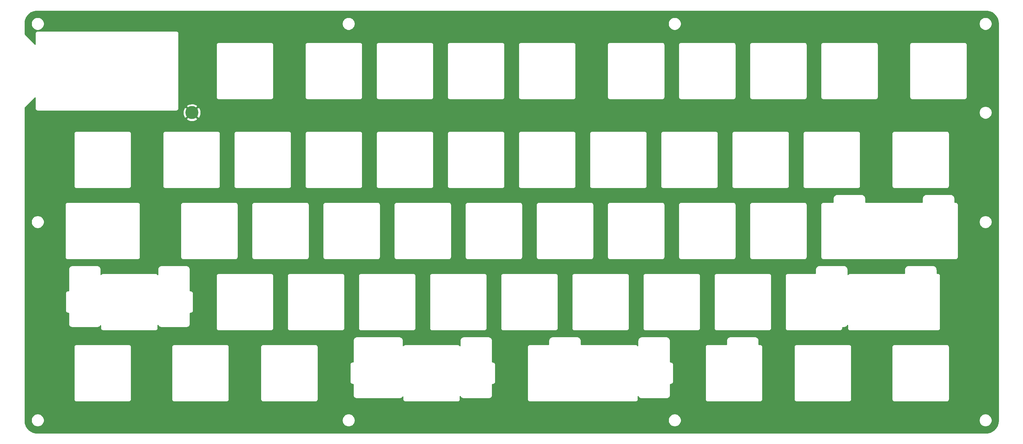
<source format=gtl>
G04 #@! TF.GenerationSoftware,KiCad,Pcbnew,(5.1.9-0-10_14)*
G04 #@! TF.CreationDate,2021-12-01T15:52:12+09:00*
G04 #@! TF.ProjectId,top_plate,746f705f-706c-4617-9465-2e6b69636164,rev?*
G04 #@! TF.SameCoordinates,PX1736fe3PY23988cf*
G04 #@! TF.FileFunction,Copper,L1,Top*
G04 #@! TF.FilePolarity,Positive*
%FSLAX46Y46*%
G04 Gerber Fmt 4.6, Leading zero omitted, Abs format (unit mm)*
G04 Created by KiCad (PCBNEW (5.1.9-0-10_14)) date 2021-12-01 15:52:12*
%MOMM*%
%LPD*%
G01*
G04 APERTURE LIST*
G04 #@! TA.AperFunction,ComponentPad*
%ADD10C,3.500000*%
G04 #@! TD*
G04 #@! TA.AperFunction,Conductor*
%ADD11C,0.254000*%
G04 #@! TD*
G04 #@! TA.AperFunction,Conductor*
%ADD12C,0.100000*%
G04 #@! TD*
G04 APERTURE END LIST*
D10*
X38200000Y-20700000D03*
D11*
X251006516Y6511700D02*
X251175403Y6498858D01*
X251341635Y6477735D01*
X251505037Y6448554D01*
X251665474Y6411525D01*
X251822811Y6366847D01*
X251976871Y6314718D01*
X252127441Y6255350D01*
X252274377Y6188923D01*
X252417456Y6115643D01*
X252556502Y6035693D01*
X252691244Y5949311D01*
X252821523Y5856668D01*
X252947083Y5757999D01*
X253067712Y5653506D01*
X253183186Y5543413D01*
X253293269Y5427948D01*
X253397757Y5307323D01*
X253496416Y5181779D01*
X253589067Y5051488D01*
X253675449Y4916746D01*
X253755391Y4777714D01*
X253828673Y4634633D01*
X253895100Y4487700D01*
X253954475Y4337115D01*
X254006600Y4183063D01*
X254051278Y4025731D01*
X254088310Y3865281D01*
X254117491Y3701879D01*
X254138614Y3535643D01*
X254151456Y3366760D01*
X254156010Y3186678D01*
X254156010Y-103209171D01*
X254151456Y-103389252D01*
X254138614Y-103558135D01*
X254117491Y-103724371D01*
X254088310Y-103887773D01*
X254051278Y-104048223D01*
X254006600Y-104205555D01*
X253954475Y-104359607D01*
X253895100Y-104510192D01*
X253828673Y-104657125D01*
X253755391Y-104800206D01*
X253675449Y-104939238D01*
X253589067Y-105073980D01*
X253496416Y-105204271D01*
X253397757Y-105329815D01*
X253293269Y-105450440D01*
X253183186Y-105565905D01*
X253067712Y-105675998D01*
X252947083Y-105780491D01*
X252821523Y-105879160D01*
X252691244Y-105971803D01*
X252556502Y-106058185D01*
X252417456Y-106138135D01*
X252274377Y-106211415D01*
X252127441Y-106277842D01*
X251976871Y-106337210D01*
X251822811Y-106389339D01*
X251665474Y-106434017D01*
X251505037Y-106471046D01*
X251341635Y-106500227D01*
X251175403Y-106521350D01*
X251006516Y-106534192D01*
X250826435Y-106538746D01*
X-3206398Y-106538746D01*
X-3386480Y-106534192D01*
X-3555363Y-106521350D01*
X-3721599Y-106500227D01*
X-3885001Y-106471046D01*
X-4045451Y-106434014D01*
X-4202783Y-106389336D01*
X-4356835Y-106337211D01*
X-4507420Y-106277836D01*
X-4654353Y-106211409D01*
X-4797434Y-106138127D01*
X-4936466Y-106058185D01*
X-5071208Y-105971803D01*
X-5201499Y-105879152D01*
X-5327043Y-105780493D01*
X-5447668Y-105676005D01*
X-5563133Y-105565922D01*
X-5673226Y-105450448D01*
X-5777719Y-105329819D01*
X-5876388Y-105204259D01*
X-5969031Y-105073980D01*
X-6055413Y-104939238D01*
X-6135363Y-104800192D01*
X-6208643Y-104657113D01*
X-6275070Y-104510177D01*
X-6334438Y-104359607D01*
X-6386567Y-104205547D01*
X-6431245Y-104048210D01*
X-6468274Y-103887773D01*
X-6497455Y-103724371D01*
X-6518578Y-103558139D01*
X-6531420Y-103389252D01*
X-6535973Y-103209175D01*
X-6535973Y-102944110D01*
X-4834999Y-102944110D01*
X-4834999Y-103285876D01*
X-4768324Y-103621074D01*
X-4637536Y-103936824D01*
X-4447662Y-104220991D01*
X-4205997Y-104462656D01*
X-3921830Y-104652530D01*
X-3606080Y-104783318D01*
X-3270882Y-104849993D01*
X-2929116Y-104849993D01*
X-2593918Y-104783318D01*
X-2278168Y-104652530D01*
X-1994001Y-104462656D01*
X-1752336Y-104220991D01*
X-1562462Y-103936824D01*
X-1431674Y-103621074D01*
X-1364999Y-103285876D01*
X-1364999Y-102944110D01*
X78422501Y-102944110D01*
X78422501Y-103285876D01*
X78489176Y-103621074D01*
X78619964Y-103936824D01*
X78809838Y-104220991D01*
X79051503Y-104462656D01*
X79335670Y-104652530D01*
X79651420Y-104783318D01*
X79986618Y-104849993D01*
X80328384Y-104849993D01*
X80663582Y-104783318D01*
X80979332Y-104652530D01*
X81263499Y-104462656D01*
X81505164Y-104220991D01*
X81695038Y-103936824D01*
X81825826Y-103621074D01*
X81892501Y-103285876D01*
X81892501Y-102944110D01*
X165772501Y-102944110D01*
X165772501Y-103285876D01*
X165839176Y-103621074D01*
X165969964Y-103936824D01*
X166159838Y-104220991D01*
X166401503Y-104462656D01*
X166685670Y-104652530D01*
X167001420Y-104783318D01*
X167336618Y-104849993D01*
X167678384Y-104849993D01*
X168013582Y-104783318D01*
X168329332Y-104652530D01*
X168613499Y-104462656D01*
X168855164Y-104220991D01*
X169045038Y-103936824D01*
X169175826Y-103621074D01*
X169242501Y-103285876D01*
X169242501Y-102944110D01*
X249012501Y-102944110D01*
X249012501Y-103285876D01*
X249079176Y-103621074D01*
X249209964Y-103936824D01*
X249399838Y-104220991D01*
X249641503Y-104462656D01*
X249925670Y-104652530D01*
X250241420Y-104783318D01*
X250576618Y-104849993D01*
X250918384Y-104849993D01*
X251253582Y-104783318D01*
X251569332Y-104652530D01*
X251853499Y-104462656D01*
X252095164Y-104220991D01*
X252285038Y-103936824D01*
X252415826Y-103621074D01*
X252482501Y-103285876D01*
X252482501Y-102944110D01*
X252415826Y-102608912D01*
X252285038Y-102293162D01*
X252095164Y-102008995D01*
X251853499Y-101767330D01*
X251569332Y-101577456D01*
X251253582Y-101446668D01*
X250918384Y-101379993D01*
X250576618Y-101379993D01*
X250241420Y-101446668D01*
X249925670Y-101577456D01*
X249641503Y-101767330D01*
X249399838Y-102008995D01*
X249209964Y-102293162D01*
X249079176Y-102608912D01*
X249012501Y-102944110D01*
X169242501Y-102944110D01*
X169175826Y-102608912D01*
X169045038Y-102293162D01*
X168855164Y-102008995D01*
X168613499Y-101767330D01*
X168329332Y-101577456D01*
X168013582Y-101446668D01*
X167678384Y-101379993D01*
X167336618Y-101379993D01*
X167001420Y-101446668D01*
X166685670Y-101577456D01*
X166401503Y-101767330D01*
X166159838Y-102008995D01*
X165969964Y-102293162D01*
X165839176Y-102608912D01*
X165772501Y-102944110D01*
X81892501Y-102944110D01*
X81825826Y-102608912D01*
X81695038Y-102293162D01*
X81505164Y-102008995D01*
X81263499Y-101767330D01*
X80979332Y-101577456D01*
X80663582Y-101446668D01*
X80328384Y-101379993D01*
X79986618Y-101379993D01*
X79651420Y-101446668D01*
X79335670Y-101577456D01*
X79051503Y-101767330D01*
X78809838Y-102008995D01*
X78619964Y-102293162D01*
X78489176Y-102608912D01*
X78422501Y-102944110D01*
X-1364999Y-102944110D01*
X-1431674Y-102608912D01*
X-1562462Y-102293162D01*
X-1752336Y-102008995D01*
X-1994001Y-101767330D01*
X-2278168Y-101577456D01*
X-2593918Y-101446668D01*
X-2929116Y-101379993D01*
X-3270882Y-101379993D01*
X-3606080Y-101446668D01*
X-3921830Y-101577456D01*
X-4205997Y-101767330D01*
X-4447662Y-102008995D01*
X-4637536Y-102293162D01*
X-4768324Y-102608912D01*
X-4834999Y-102944110D01*
X-6535973Y-102944110D01*
X-6535973Y-97492477D01*
X6593515Y-97492477D01*
X6599756Y-97556134D01*
X6605542Y-97619709D01*
X6606213Y-97621991D01*
X6606446Y-97624362D01*
X6624926Y-97685570D01*
X6642957Y-97746835D01*
X6644060Y-97748944D01*
X6644748Y-97751224D01*
X6674771Y-97807690D01*
X6704351Y-97864272D01*
X6705841Y-97866125D01*
X6706960Y-97868230D01*
X6747415Y-97917833D01*
X6787387Y-97967548D01*
X6789207Y-97969076D01*
X6790715Y-97970924D01*
X6840008Y-98011703D01*
X6888901Y-98052729D01*
X6890986Y-98053876D01*
X6892822Y-98055394D01*
X6949021Y-98085781D01*
X7005027Y-98116571D01*
X7007298Y-98117292D01*
X7009391Y-98118423D01*
X7070454Y-98137325D01*
X7131342Y-98156640D01*
X7133705Y-98156905D01*
X7135982Y-98157610D01*
X7199534Y-98164289D01*
X7263034Y-98171412D01*
X7267611Y-98171444D01*
X7267774Y-98171461D01*
X7267937Y-98171446D01*
X7272514Y-98171478D01*
X21272499Y-98171500D01*
X21336156Y-98165259D01*
X21399731Y-98159473D01*
X21402013Y-98158802D01*
X21404384Y-98158569D01*
X21465592Y-98140089D01*
X21526857Y-98122058D01*
X21528966Y-98120955D01*
X21531246Y-98120267D01*
X21587712Y-98090244D01*
X21644294Y-98060664D01*
X21646147Y-98059174D01*
X21648252Y-98058055D01*
X21697855Y-98017600D01*
X21747570Y-97977628D01*
X21749098Y-97975808D01*
X21750946Y-97974300D01*
X21791725Y-97925007D01*
X21832751Y-97876114D01*
X21833898Y-97874029D01*
X21835416Y-97872193D01*
X21865803Y-97815994D01*
X21896593Y-97759988D01*
X21897314Y-97757717D01*
X21898445Y-97755624D01*
X21917347Y-97694561D01*
X21936662Y-97633673D01*
X21936927Y-97631310D01*
X21937632Y-97629033D01*
X21944311Y-97565481D01*
X21951434Y-97501981D01*
X21951466Y-97497404D01*
X21951483Y-97497241D01*
X21951468Y-97497078D01*
X21951500Y-97492501D01*
X21951522Y-83492494D01*
X21951522Y-83492493D01*
X32787265Y-83492493D01*
X32787265Y-97492478D01*
X32793508Y-97556148D01*
X32799292Y-97619709D01*
X32799963Y-97621990D01*
X32800196Y-97624363D01*
X32818687Y-97685610D01*
X32836707Y-97746835D01*
X32837809Y-97748943D01*
X32838498Y-97751225D01*
X32868524Y-97807695D01*
X32898101Y-97864272D01*
X32899592Y-97866126D01*
X32900711Y-97868231D01*
X32941152Y-97917817D01*
X32981137Y-97967548D01*
X32982958Y-97969076D01*
X32984466Y-97970925D01*
X33033772Y-98011715D01*
X33082651Y-98052729D01*
X33084736Y-98053875D01*
X33086573Y-98055395D01*
X33142769Y-98085780D01*
X33198777Y-98116571D01*
X33201051Y-98117292D01*
X33203142Y-98118423D01*
X33264163Y-98137312D01*
X33325092Y-98156640D01*
X33327456Y-98156905D01*
X33329733Y-98157610D01*
X33393269Y-98164287D01*
X33456784Y-98171412D01*
X33461362Y-98171444D01*
X33461525Y-98171461D01*
X33461688Y-98171446D01*
X33466264Y-98171478D01*
X47466249Y-98171500D01*
X47529906Y-98165259D01*
X47593481Y-98159473D01*
X47595763Y-98158802D01*
X47598134Y-98158569D01*
X47659342Y-98140089D01*
X47720607Y-98122058D01*
X47722716Y-98120955D01*
X47724996Y-98120267D01*
X47781462Y-98090244D01*
X47838044Y-98060664D01*
X47839897Y-98059174D01*
X47842002Y-98058055D01*
X47891605Y-98017600D01*
X47941320Y-97977628D01*
X47942848Y-97975808D01*
X47944696Y-97974300D01*
X47985475Y-97925007D01*
X48026501Y-97876114D01*
X48027648Y-97874029D01*
X48029166Y-97872193D01*
X48059553Y-97815994D01*
X48090343Y-97759988D01*
X48091064Y-97757717D01*
X48092195Y-97755624D01*
X48111097Y-97694561D01*
X48130412Y-97633673D01*
X48130677Y-97631310D01*
X48131382Y-97629033D01*
X48138061Y-97565481D01*
X48145184Y-97501981D01*
X48145216Y-97497404D01*
X48145233Y-97497241D01*
X48145218Y-97497078D01*
X48145250Y-97492501D01*
X48145272Y-83492494D01*
X48145272Y-83492493D01*
X56599765Y-83492493D01*
X56599765Y-97492478D01*
X56606008Y-97556148D01*
X56611792Y-97619709D01*
X56612463Y-97621990D01*
X56612696Y-97624363D01*
X56631187Y-97685610D01*
X56649207Y-97746835D01*
X56650309Y-97748943D01*
X56650998Y-97751225D01*
X56681024Y-97807695D01*
X56710601Y-97864272D01*
X56712092Y-97866126D01*
X56713211Y-97868231D01*
X56753652Y-97917817D01*
X56793637Y-97967548D01*
X56795458Y-97969076D01*
X56796966Y-97970925D01*
X56846272Y-98011715D01*
X56895151Y-98052729D01*
X56897236Y-98053875D01*
X56899073Y-98055395D01*
X56955269Y-98085780D01*
X57011277Y-98116571D01*
X57013551Y-98117292D01*
X57015642Y-98118423D01*
X57076663Y-98137312D01*
X57137592Y-98156640D01*
X57139956Y-98156905D01*
X57142233Y-98157610D01*
X57205769Y-98164287D01*
X57269284Y-98171412D01*
X57273862Y-98171444D01*
X57274025Y-98171461D01*
X57274188Y-98171446D01*
X57278764Y-98171478D01*
X71278749Y-98171500D01*
X71342406Y-98165259D01*
X71405981Y-98159473D01*
X71408263Y-98158802D01*
X71410634Y-98158569D01*
X71471842Y-98140089D01*
X71533107Y-98122058D01*
X71535216Y-98120955D01*
X71537496Y-98120267D01*
X71593962Y-98090244D01*
X71650544Y-98060664D01*
X71652397Y-98059174D01*
X71654502Y-98058055D01*
X71704105Y-98017600D01*
X71753820Y-97977628D01*
X71755348Y-97975808D01*
X71757196Y-97974300D01*
X71797975Y-97925007D01*
X71839001Y-97876114D01*
X71840148Y-97874029D01*
X71841666Y-97872193D01*
X71872053Y-97815994D01*
X71902843Y-97759988D01*
X71903564Y-97757717D01*
X71904695Y-97755624D01*
X71923597Y-97694561D01*
X71942912Y-97633673D01*
X71943177Y-97631310D01*
X71943882Y-97629033D01*
X71950561Y-97565481D01*
X71957684Y-97501981D01*
X71957716Y-97497404D01*
X71957733Y-97497241D01*
X71957718Y-97497078D01*
X71957750Y-97492501D01*
X71957764Y-88175885D01*
X80536418Y-88175885D01*
X80536418Y-92787016D01*
X80542659Y-92850673D01*
X80548445Y-92914248D01*
X80549116Y-92916530D01*
X80549349Y-92918901D01*
X80567829Y-92980109D01*
X80585860Y-93041374D01*
X80586963Y-93043483D01*
X80587651Y-93045763D01*
X80617676Y-93102233D01*
X80647255Y-93158811D01*
X80648745Y-93160664D01*
X80649864Y-93162769D01*
X80690319Y-93212372D01*
X80730291Y-93262087D01*
X80732111Y-93263615D01*
X80733619Y-93265463D01*
X80782912Y-93306242D01*
X80831805Y-93347268D01*
X80833890Y-93348414D01*
X80835726Y-93349933D01*
X80891929Y-93380322D01*
X80947931Y-93411109D01*
X80950202Y-93411829D01*
X80952295Y-93412961D01*
X81013358Y-93431863D01*
X81074246Y-93451178D01*
X81076609Y-93451443D01*
X81078886Y-93452148D01*
X81142438Y-93458827D01*
X81205938Y-93465950D01*
X81210515Y-93465982D01*
X81210678Y-93465999D01*
X81210841Y-93465984D01*
X81215418Y-93466016D01*
X81371785Y-93466016D01*
X81371767Y-96372366D01*
X81377901Y-96434929D01*
X81383384Y-96497433D01*
X81384683Y-96504108D01*
X81384697Y-96504251D01*
X81384736Y-96504380D01*
X81385195Y-96506739D01*
X81404840Y-96604047D01*
X81423152Y-96663892D01*
X81440793Y-96723884D01*
X81442520Y-96727190D01*
X81443614Y-96730764D01*
X81473210Y-96785927D01*
X81502160Y-96841337D01*
X81506206Y-96847430D01*
X81506264Y-96847538D01*
X81506336Y-96847625D01*
X81507404Y-96849234D01*
X81560978Y-96928702D01*
X81598765Y-96974401D01*
X81635617Y-97020884D01*
X81640956Y-97025427D01*
X81645423Y-97030829D01*
X81691376Y-97068326D01*
X81736546Y-97106758D01*
X81744369Y-97112113D01*
X81823829Y-97165694D01*
X81878874Y-97195447D01*
X81933606Y-97225806D01*
X81937141Y-97226942D01*
X81940406Y-97228707D01*
X82000187Y-97247204D01*
X82059769Y-97266352D01*
X82066885Y-97267841D01*
X82067003Y-97267877D01*
X82067116Y-97267889D01*
X82069048Y-97268293D01*
X82166354Y-97287942D01*
X82228553Y-97294278D01*
X82290544Y-97301299D01*
X82298073Y-97301360D01*
X82298189Y-97301372D01*
X82298296Y-97301362D01*
X82300024Y-97301376D01*
X93848544Y-97313757D01*
X93911462Y-97307656D01*
X93974350Y-97302138D01*
X93980284Y-97300982D01*
X93980443Y-97300967D01*
X93980589Y-97300923D01*
X93983655Y-97300326D01*
X94080972Y-97280677D01*
X94140802Y-97262368D01*
X94200837Y-97244710D01*
X94204131Y-97242989D01*
X94207689Y-97241900D01*
X94262850Y-97212304D01*
X94318286Y-97183336D01*
X94324353Y-97179307D01*
X94324462Y-97179248D01*
X94324550Y-97179175D01*
X94326183Y-97178091D01*
X94405650Y-97124510D01*
X94451376Y-97086695D01*
X94497838Y-97049853D01*
X94502373Y-97044522D01*
X94507771Y-97040058D01*
X94545279Y-96994086D01*
X94583703Y-96948917D01*
X94589057Y-96941093D01*
X94642633Y-96861625D01*
X94672379Y-96806583D01*
X94685791Y-96782401D01*
X94685791Y-97501371D01*
X94692032Y-97565028D01*
X94697818Y-97628603D01*
X94698489Y-97630885D01*
X94698722Y-97633256D01*
X94717202Y-97694464D01*
X94735233Y-97755729D01*
X94736336Y-97757838D01*
X94737024Y-97760118D01*
X94767049Y-97816588D01*
X94796628Y-97873166D01*
X94798118Y-97875019D01*
X94799237Y-97877124D01*
X94839692Y-97926727D01*
X94879664Y-97976442D01*
X94881484Y-97977970D01*
X94882992Y-97979818D01*
X94932285Y-98020597D01*
X94981178Y-98061623D01*
X94983263Y-98062769D01*
X94985099Y-98064288D01*
X95041302Y-98094677D01*
X95097304Y-98125464D01*
X95099575Y-98126184D01*
X95101668Y-98127316D01*
X95162731Y-98146218D01*
X95223619Y-98165533D01*
X95225982Y-98165798D01*
X95228259Y-98166503D01*
X95291811Y-98173182D01*
X95355311Y-98180305D01*
X95359888Y-98180337D01*
X95360051Y-98180354D01*
X95360214Y-98180339D01*
X95364791Y-98180371D01*
X109364776Y-98180371D01*
X109428433Y-98174130D01*
X109492008Y-98168344D01*
X109494290Y-98167673D01*
X109496661Y-98167440D01*
X109557869Y-98148960D01*
X109619134Y-98130929D01*
X109621243Y-98129826D01*
X109623523Y-98129138D01*
X109679993Y-98099113D01*
X109736571Y-98069534D01*
X109738424Y-98068044D01*
X109740529Y-98066925D01*
X109790132Y-98026470D01*
X109839847Y-97986498D01*
X109841375Y-97984678D01*
X109843223Y-97983170D01*
X109884002Y-97933877D01*
X109925028Y-97884984D01*
X109926174Y-97882899D01*
X109927693Y-97881063D01*
X109958082Y-97824860D01*
X109988869Y-97768858D01*
X109989589Y-97766587D01*
X109990721Y-97764494D01*
X110009623Y-97703431D01*
X110028938Y-97642543D01*
X110029203Y-97640180D01*
X110029908Y-97637903D01*
X110036587Y-97574351D01*
X110043710Y-97510851D01*
X110043742Y-97506274D01*
X110043759Y-97506111D01*
X110043744Y-97505948D01*
X110043776Y-97501371D01*
X110043776Y-97492348D01*
X128037265Y-97492348D01*
X128043495Y-97555884D01*
X128049251Y-97619368D01*
X128049953Y-97621757D01*
X128050196Y-97624233D01*
X128068629Y-97685286D01*
X128086626Y-97746506D01*
X128087779Y-97748713D01*
X128088498Y-97751095D01*
X128118457Y-97807441D01*
X128147983Y-97863963D01*
X128149540Y-97865901D01*
X128150710Y-97868101D01*
X128191111Y-97917638D01*
X128230987Y-97967265D01*
X128232887Y-97968861D01*
X128234465Y-97970795D01*
X128283658Y-98011491D01*
X128332473Y-98052479D01*
X128334656Y-98053680D01*
X128336572Y-98055265D01*
X128392638Y-98085580D01*
X128448579Y-98116357D01*
X128450953Y-98117111D01*
X128453141Y-98118294D01*
X128514112Y-98137168D01*
X128574881Y-98156466D01*
X128577351Y-98156744D01*
X128579732Y-98157481D01*
X128643179Y-98164149D01*
X128706568Y-98171280D01*
X128711361Y-98171315D01*
X128711524Y-98171332D01*
X128711686Y-98171317D01*
X128716048Y-98171349D01*
X157004933Y-98180371D01*
X157068696Y-98174140D01*
X157132382Y-98168344D01*
X157134560Y-98167703D01*
X157136822Y-98167482D01*
X157198079Y-98149008D01*
X157259508Y-98130929D01*
X157261524Y-98129875D01*
X157263696Y-98129220D01*
X157320211Y-98099194D01*
X157376945Y-98069534D01*
X157378713Y-98068112D01*
X157380722Y-98067045D01*
X157430419Y-98026539D01*
X157480221Y-97986498D01*
X157481678Y-97984761D01*
X157483443Y-97983323D01*
X157524293Y-97933975D01*
X157565402Y-97884984D01*
X157566497Y-97882992D01*
X157567945Y-97881243D01*
X157598388Y-97824983D01*
X157629243Y-97768858D01*
X157629930Y-97766691D01*
X157631011Y-97764694D01*
X157649957Y-97703559D01*
X157669312Y-97642543D01*
X157669565Y-97640286D01*
X157670238Y-97638115D01*
X157676942Y-97574521D01*
X157684084Y-97510851D01*
X157684114Y-97506486D01*
X157684131Y-97506328D01*
X157684117Y-97506169D01*
X157684150Y-97501371D01*
X157684150Y-96737338D01*
X157685303Y-96739545D01*
X157686398Y-96743123D01*
X157715984Y-96798269D01*
X157744941Y-96853693D01*
X157748991Y-96859791D01*
X157749048Y-96859897D01*
X157749119Y-96859983D01*
X157750186Y-96861590D01*
X157803760Y-96941059D01*
X157841557Y-96986771D01*
X157878401Y-97033244D01*
X157883736Y-97037783D01*
X157888204Y-97043187D01*
X157934173Y-97080697D01*
X157979330Y-97119118D01*
X157987153Y-97124473D01*
X158066613Y-97178054D01*
X158121658Y-97207807D01*
X158176390Y-97238166D01*
X158179925Y-97239302D01*
X158183190Y-97241067D01*
X158242971Y-97259564D01*
X158302553Y-97278712D01*
X158309669Y-97280201D01*
X158309787Y-97280237D01*
X158309900Y-97280249D01*
X158311832Y-97280653D01*
X158409138Y-97300302D01*
X158471649Y-97306670D01*
X158534054Y-97313670D01*
X158540827Y-97313717D01*
X158540973Y-97313732D01*
X158541110Y-97313719D01*
X158543534Y-97313736D01*
X165368483Y-97313757D01*
X165430992Y-97307628D01*
X165493563Y-97302138D01*
X165500232Y-97300839D01*
X165500368Y-97300826D01*
X165500491Y-97300789D01*
X165502868Y-97300326D01*
X165600185Y-97280677D01*
X165660015Y-97262368D01*
X165720050Y-97244710D01*
X165723344Y-97242989D01*
X165726902Y-97241900D01*
X165782063Y-97212304D01*
X165837499Y-97183336D01*
X165843566Y-97179307D01*
X165843675Y-97179248D01*
X165843763Y-97179175D01*
X165845396Y-97178091D01*
X165924863Y-97124510D01*
X165970589Y-97086695D01*
X166017051Y-97049853D01*
X166021586Y-97044522D01*
X166026984Y-97040058D01*
X166064492Y-96994086D01*
X166102916Y-96948917D01*
X166108270Y-96941093D01*
X166161846Y-96861625D01*
X166191592Y-96806583D01*
X166221933Y-96751878D01*
X166223074Y-96748328D01*
X166224849Y-96745043D01*
X166243334Y-96685280D01*
X166262475Y-96625714D01*
X166263973Y-96618552D01*
X166264007Y-96618442D01*
X166264018Y-96618337D01*
X166264416Y-96616434D01*
X166284062Y-96519127D01*
X166290431Y-96456583D01*
X166297425Y-96394231D01*
X166297472Y-96387435D01*
X166297487Y-96387291D01*
X166297474Y-96387156D01*
X166297491Y-96384751D01*
X166297491Y-93475856D01*
X166453841Y-93475856D01*
X166517463Y-93469618D01*
X166581070Y-93463830D01*
X166583355Y-93463157D01*
X166585726Y-93462925D01*
X166646919Y-93444450D01*
X166708196Y-93426415D01*
X166710306Y-93425312D01*
X166712588Y-93424623D01*
X166769063Y-93394595D01*
X166825633Y-93365021D01*
X166827487Y-93363530D01*
X166829594Y-93362410D01*
X166879197Y-93321955D01*
X166928910Y-93281985D01*
X166930439Y-93280163D01*
X166932288Y-93278655D01*
X166973059Y-93229372D01*
X167014091Y-93180472D01*
X167015238Y-93178385D01*
X167016758Y-93176548D01*
X167047137Y-93120363D01*
X167077933Y-93064346D01*
X167078654Y-93062072D01*
X167079786Y-93059979D01*
X167098690Y-92998910D01*
X167118002Y-92938031D01*
X167118267Y-92935669D01*
X167118973Y-92933388D01*
X167125654Y-92869816D01*
X167132775Y-92806339D01*
X167132807Y-92801759D01*
X167132824Y-92801596D01*
X167132809Y-92801433D01*
X167132841Y-92796859D01*
X167132863Y-88205860D01*
X167126619Y-88142173D01*
X167120836Y-88078625D01*
X167120166Y-88076347D01*
X167119933Y-88073975D01*
X167101449Y-88012752D01*
X167083421Y-87951499D01*
X167082319Y-87949390D01*
X167081631Y-87947113D01*
X167051611Y-87890653D01*
X167022026Y-87834062D01*
X167020538Y-87832211D01*
X167019419Y-87830107D01*
X166978966Y-87780506D01*
X166938990Y-87730786D01*
X166937171Y-87729259D01*
X166935664Y-87727412D01*
X166886365Y-87686628D01*
X166837476Y-87645605D01*
X166835392Y-87644459D01*
X166833558Y-87642942D01*
X166777340Y-87612545D01*
X166721350Y-87581764D01*
X166719081Y-87581044D01*
X166716989Y-87579913D01*
X166655933Y-87561013D01*
X166595035Y-87541695D01*
X166592672Y-87541430D01*
X166590398Y-87540726D01*
X166526872Y-87534049D01*
X166463343Y-87526923D01*
X166458769Y-87526891D01*
X166458606Y-87526874D01*
X166458442Y-87526889D01*
X166453863Y-87526857D01*
X166297515Y-87526857D01*
X166297529Y-83492472D01*
X175662265Y-83492472D01*
X175662265Y-97492457D01*
X175668508Y-97556127D01*
X175674292Y-97619688D01*
X175674963Y-97621969D01*
X175675196Y-97624342D01*
X175693687Y-97685589D01*
X175711707Y-97746814D01*
X175712809Y-97748922D01*
X175713498Y-97751204D01*
X175743524Y-97807674D01*
X175773101Y-97864251D01*
X175774592Y-97866105D01*
X175775711Y-97868210D01*
X175816152Y-97917796D01*
X175856137Y-97967527D01*
X175857958Y-97969055D01*
X175859466Y-97970904D01*
X175908772Y-98011694D01*
X175957651Y-98052708D01*
X175959736Y-98053854D01*
X175961573Y-98055374D01*
X176017769Y-98085759D01*
X176073777Y-98116550D01*
X176076051Y-98117271D01*
X176078142Y-98118402D01*
X176139163Y-98137291D01*
X176200092Y-98156619D01*
X176202456Y-98156884D01*
X176204733Y-98157589D01*
X176268269Y-98164266D01*
X176331784Y-98171391D01*
X176336362Y-98171423D01*
X176336525Y-98171440D01*
X176336688Y-98171425D01*
X176341264Y-98171457D01*
X190341249Y-98171478D01*
X190404906Y-98165237D01*
X190468481Y-98159451D01*
X190470763Y-98158780D01*
X190473134Y-98158547D01*
X190534342Y-98140067D01*
X190595607Y-98122036D01*
X190597716Y-98120933D01*
X190599996Y-98120245D01*
X190656462Y-98090222D01*
X190713044Y-98060642D01*
X190714897Y-98059152D01*
X190717002Y-98058033D01*
X190766605Y-98017578D01*
X190816320Y-97977606D01*
X190817848Y-97975786D01*
X190819696Y-97974278D01*
X190860475Y-97924985D01*
X190901501Y-97876092D01*
X190902648Y-97874007D01*
X190904166Y-97872171D01*
X190934553Y-97815972D01*
X190965343Y-97759966D01*
X190966064Y-97757695D01*
X190967195Y-97755602D01*
X190986097Y-97694539D01*
X191005412Y-97633651D01*
X191005677Y-97631288D01*
X191006382Y-97629011D01*
X191013061Y-97565459D01*
X191020184Y-97501959D01*
X191020216Y-97497382D01*
X191020233Y-97497219D01*
X191020218Y-97497056D01*
X191020250Y-97492479D01*
X191020272Y-83492494D01*
X191020272Y-83492493D01*
X199474765Y-83492493D01*
X199474765Y-97492478D01*
X199481008Y-97556148D01*
X199486792Y-97619709D01*
X199487463Y-97621990D01*
X199487696Y-97624363D01*
X199506187Y-97685610D01*
X199524207Y-97746835D01*
X199525309Y-97748943D01*
X199525998Y-97751225D01*
X199556024Y-97807695D01*
X199585601Y-97864272D01*
X199587092Y-97866126D01*
X199588211Y-97868231D01*
X199628652Y-97917817D01*
X199668637Y-97967548D01*
X199670458Y-97969076D01*
X199671966Y-97970925D01*
X199721272Y-98011715D01*
X199770151Y-98052729D01*
X199772236Y-98053875D01*
X199774073Y-98055395D01*
X199830269Y-98085780D01*
X199886277Y-98116571D01*
X199888551Y-98117292D01*
X199890642Y-98118423D01*
X199951663Y-98137312D01*
X200012592Y-98156640D01*
X200014956Y-98156905D01*
X200017233Y-98157610D01*
X200080769Y-98164287D01*
X200144284Y-98171412D01*
X200148862Y-98171444D01*
X200149025Y-98171461D01*
X200149188Y-98171446D01*
X200153764Y-98171478D01*
X214153749Y-98171500D01*
X214217406Y-98165259D01*
X214280981Y-98159473D01*
X214283263Y-98158802D01*
X214285634Y-98158569D01*
X214346842Y-98140089D01*
X214408107Y-98122058D01*
X214410216Y-98120955D01*
X214412496Y-98120267D01*
X214468962Y-98090244D01*
X214525544Y-98060664D01*
X214527397Y-98059174D01*
X214529502Y-98058055D01*
X214579105Y-98017600D01*
X214628820Y-97977628D01*
X214630348Y-97975808D01*
X214632196Y-97974300D01*
X214672975Y-97925007D01*
X214714001Y-97876114D01*
X214715148Y-97874029D01*
X214716666Y-97872193D01*
X214747053Y-97815994D01*
X214777843Y-97759988D01*
X214778564Y-97757717D01*
X214779695Y-97755624D01*
X214798597Y-97694561D01*
X214817912Y-97633673D01*
X214818177Y-97631310D01*
X214818882Y-97629033D01*
X214825561Y-97565481D01*
X214832684Y-97501981D01*
X214832716Y-97497404D01*
X214832733Y-97497241D01*
X214832718Y-97497078D01*
X214832750Y-97492501D01*
X214832750Y-97492477D01*
X225668515Y-97492477D01*
X225674756Y-97556134D01*
X225680542Y-97619709D01*
X225681213Y-97621991D01*
X225681446Y-97624362D01*
X225699926Y-97685570D01*
X225717957Y-97746835D01*
X225719060Y-97748944D01*
X225719748Y-97751224D01*
X225749771Y-97807690D01*
X225779351Y-97864272D01*
X225780841Y-97866125D01*
X225781960Y-97868230D01*
X225822415Y-97917833D01*
X225862387Y-97967548D01*
X225864207Y-97969076D01*
X225865715Y-97970924D01*
X225915008Y-98011703D01*
X225963901Y-98052729D01*
X225965986Y-98053876D01*
X225967822Y-98055394D01*
X226024021Y-98085781D01*
X226080027Y-98116571D01*
X226082298Y-98117292D01*
X226084391Y-98118423D01*
X226145454Y-98137325D01*
X226206342Y-98156640D01*
X226208705Y-98156905D01*
X226210982Y-98157610D01*
X226274534Y-98164289D01*
X226338034Y-98171412D01*
X226342611Y-98171444D01*
X226342774Y-98171461D01*
X226342937Y-98171446D01*
X226347514Y-98171478D01*
X240347499Y-98171500D01*
X240411156Y-98165259D01*
X240474731Y-98159473D01*
X240477013Y-98158802D01*
X240479384Y-98158569D01*
X240540592Y-98140089D01*
X240601857Y-98122058D01*
X240603966Y-98120955D01*
X240606246Y-98120267D01*
X240662712Y-98090244D01*
X240719294Y-98060664D01*
X240721147Y-98059174D01*
X240723252Y-98058055D01*
X240772855Y-98017600D01*
X240822570Y-97977628D01*
X240824098Y-97975808D01*
X240825946Y-97974300D01*
X240866725Y-97925007D01*
X240907751Y-97876114D01*
X240908898Y-97874029D01*
X240910416Y-97872193D01*
X240940803Y-97815994D01*
X240971593Y-97759988D01*
X240972314Y-97757717D01*
X240973445Y-97755624D01*
X240992347Y-97694561D01*
X241011662Y-97633673D01*
X241011927Y-97631310D01*
X241012632Y-97629033D01*
X241019311Y-97565481D01*
X241026434Y-97501981D01*
X241026466Y-97497404D01*
X241026483Y-97497241D01*
X241026468Y-97497078D01*
X241026500Y-97492501D01*
X241026522Y-83492516D01*
X241020281Y-83428859D01*
X241014495Y-83365284D01*
X241013824Y-83363002D01*
X241013591Y-83360631D01*
X240995111Y-83299423D01*
X240977080Y-83238158D01*
X240975977Y-83236049D01*
X240975289Y-83233769D01*
X240945266Y-83177303D01*
X240915686Y-83120721D01*
X240914196Y-83118868D01*
X240913077Y-83116763D01*
X240872622Y-83067160D01*
X240832650Y-83017445D01*
X240830830Y-83015917D01*
X240829322Y-83014069D01*
X240780029Y-82973290D01*
X240731136Y-82932264D01*
X240729051Y-82931117D01*
X240727215Y-82929599D01*
X240671016Y-82899212D01*
X240615010Y-82868422D01*
X240612739Y-82867701D01*
X240610646Y-82866570D01*
X240549583Y-82847668D01*
X240488695Y-82828353D01*
X240486332Y-82828088D01*
X240484055Y-82827383D01*
X240420503Y-82820704D01*
X240357003Y-82813581D01*
X240352426Y-82813549D01*
X240352263Y-82813532D01*
X240352100Y-82813547D01*
X240347523Y-82813515D01*
X226347538Y-82813493D01*
X226283881Y-82819734D01*
X226220306Y-82825520D01*
X226218024Y-82826191D01*
X226215653Y-82826424D01*
X226154445Y-82844904D01*
X226093180Y-82862935D01*
X226091071Y-82864038D01*
X226088791Y-82864726D01*
X226032325Y-82894749D01*
X225975743Y-82924329D01*
X225973890Y-82925819D01*
X225971785Y-82926938D01*
X225922182Y-82967393D01*
X225872467Y-83007365D01*
X225870939Y-83009185D01*
X225869091Y-83010693D01*
X225828312Y-83059986D01*
X225787286Y-83108879D01*
X225786139Y-83110964D01*
X225784621Y-83112800D01*
X225754234Y-83168999D01*
X225723444Y-83225005D01*
X225722723Y-83227276D01*
X225721592Y-83229369D01*
X225702690Y-83290432D01*
X225683375Y-83351320D01*
X225683110Y-83353683D01*
X225682405Y-83355960D01*
X225675726Y-83419512D01*
X225668603Y-83483012D01*
X225668571Y-83487589D01*
X225668554Y-83487752D01*
X225668569Y-83487915D01*
X225668537Y-83492492D01*
X225668515Y-97492477D01*
X214832750Y-97492477D01*
X214832772Y-83492516D01*
X214826531Y-83428859D01*
X214820745Y-83365284D01*
X214820074Y-83363002D01*
X214819841Y-83360631D01*
X214801361Y-83299423D01*
X214783330Y-83238158D01*
X214782227Y-83236049D01*
X214781539Y-83233769D01*
X214751516Y-83177303D01*
X214721936Y-83120721D01*
X214720446Y-83118868D01*
X214719327Y-83116763D01*
X214678872Y-83067160D01*
X214638900Y-83017445D01*
X214637080Y-83015917D01*
X214635572Y-83014069D01*
X214586279Y-82973290D01*
X214537386Y-82932264D01*
X214535301Y-82931117D01*
X214533465Y-82929599D01*
X214477266Y-82899212D01*
X214421260Y-82868422D01*
X214418989Y-82867701D01*
X214416896Y-82866570D01*
X214355833Y-82847668D01*
X214294945Y-82828353D01*
X214292582Y-82828088D01*
X214290305Y-82827383D01*
X214226753Y-82820704D01*
X214163253Y-82813581D01*
X214158676Y-82813549D01*
X214158513Y-82813532D01*
X214158350Y-82813547D01*
X214153773Y-82813515D01*
X200153766Y-82813493D01*
X200090122Y-82819733D01*
X200026533Y-82825520D01*
X200024251Y-82826192D01*
X200021881Y-82826424D01*
X199960712Y-82844892D01*
X199899407Y-82862935D01*
X199897296Y-82864038D01*
X199895019Y-82864726D01*
X199838554Y-82894748D01*
X199781970Y-82924330D01*
X199780119Y-82925818D01*
X199778013Y-82926938D01*
X199728393Y-82967407D01*
X199678694Y-83007366D01*
X199677167Y-83009186D01*
X199675319Y-83010693D01*
X199634552Y-83059972D01*
X199593513Y-83108880D01*
X199592366Y-83110966D01*
X199590849Y-83112800D01*
X199560458Y-83169007D01*
X199529672Y-83225006D01*
X199528952Y-83227275D01*
X199527820Y-83229369D01*
X199508905Y-83290473D01*
X199489603Y-83351321D01*
X199489338Y-83353682D01*
X199488633Y-83355960D01*
X199481952Y-83419528D01*
X199474831Y-83483013D01*
X199474799Y-83487589D01*
X199474782Y-83487752D01*
X199474797Y-83487915D01*
X199474765Y-83492493D01*
X191020272Y-83492493D01*
X191014032Y-83428850D01*
X191008245Y-83365261D01*
X191007573Y-83362979D01*
X191007341Y-83360609D01*
X190988873Y-83299440D01*
X190970830Y-83238135D01*
X190969727Y-83236024D01*
X190969039Y-83233747D01*
X190939017Y-83177282D01*
X190909435Y-83120698D01*
X190907947Y-83118847D01*
X190906827Y-83116741D01*
X190866358Y-83067121D01*
X190826399Y-83017422D01*
X190824579Y-83015895D01*
X190823072Y-83014047D01*
X190773793Y-82973280D01*
X190724885Y-82932241D01*
X190722799Y-82931094D01*
X190720965Y-82929577D01*
X190664758Y-82899186D01*
X190608759Y-82868400D01*
X190606490Y-82867680D01*
X190604396Y-82866548D01*
X190543292Y-82847633D01*
X190482444Y-82828331D01*
X190480083Y-82828066D01*
X190477805Y-82827361D01*
X190414237Y-82820680D01*
X190350752Y-82813559D01*
X190346176Y-82813527D01*
X190346013Y-82813510D01*
X190345850Y-82813525D01*
X190341272Y-82813493D01*
X190047355Y-82813493D01*
X190047355Y-81863437D01*
X190044486Y-81834174D01*
X190044816Y-81804769D01*
X190043931Y-81795330D01*
X190033772Y-81694560D01*
X190021304Y-81632483D01*
X190009418Y-81570441D01*
X190007709Y-81564797D01*
X190007677Y-81564637D01*
X190007617Y-81564493D01*
X190006671Y-81561368D01*
X189977536Y-81467511D01*
X189953524Y-81410516D01*
X189930287Y-81353266D01*
X189926102Y-81345425D01*
X189926087Y-81345389D01*
X189926068Y-81345360D01*
X189925823Y-81344902D01*
X189879723Y-81259969D01*
X189845784Y-81209826D01*
X189812691Y-81159109D01*
X189806709Y-81151755D01*
X189745654Y-81077753D01*
X189703080Y-81035364D01*
X189661312Y-80992223D01*
X189654042Y-80986139D01*
X189580044Y-80925083D01*
X189529792Y-80891282D01*
X189480129Y-80856645D01*
X189471829Y-80852064D01*
X189386898Y-80805964D01*
X189329947Y-80781914D01*
X189273329Y-80757123D01*
X189264861Y-80754430D01*
X189264820Y-80754412D01*
X189264781Y-80754404D01*
X189264294Y-80754249D01*
X189170443Y-80725113D01*
X189108528Y-80712351D01*
X189046658Y-80699023D01*
X189040809Y-80698392D01*
X189040654Y-80698360D01*
X189040502Y-80698359D01*
X189037232Y-80698006D01*
X188936470Y-80687848D01*
X188907066Y-80687768D01*
X188877846Y-80684490D01*
X188868366Y-80684424D01*
X182543408Y-80684403D01*
X182514143Y-80687272D01*
X182484744Y-80686942D01*
X182475305Y-80687827D01*
X182374536Y-80697985D01*
X182312548Y-80710434D01*
X182250405Y-80722340D01*
X182244772Y-80724046D01*
X182244613Y-80724078D01*
X182244468Y-80724138D01*
X182241332Y-80725088D01*
X182147478Y-80754223D01*
X182090517Y-80778221D01*
X182033224Y-80801477D01*
X182025398Y-80805655D01*
X182025356Y-80805673D01*
X182025323Y-80805695D01*
X182024861Y-80805942D01*
X181939931Y-80852043D01*
X181889780Y-80885989D01*
X181839062Y-80919085D01*
X181831708Y-80925067D01*
X181757711Y-80986124D01*
X181715329Y-81028694D01*
X181672183Y-81070471D01*
X181666099Y-81077742D01*
X181605047Y-81151742D01*
X181571250Y-81201993D01*
X181536613Y-81251660D01*
X181532033Y-81259961D01*
X181485935Y-81344896D01*
X181461883Y-81401860D01*
X181437099Y-81458469D01*
X181434406Y-81466936D01*
X181434389Y-81466977D01*
X181434381Y-81467016D01*
X181434226Y-81467503D01*
X181405093Y-81561360D01*
X181392316Y-81623358D01*
X181379012Y-81685125D01*
X181378379Y-81690988D01*
X181378346Y-81691150D01*
X181378345Y-81691309D01*
X181377995Y-81694551D01*
X181367838Y-81795320D01*
X181367758Y-81824719D01*
X181364481Y-81853935D01*
X181364415Y-81863415D01*
X181364415Y-82813472D01*
X176341265Y-82813472D01*
X176277608Y-82819713D01*
X176214033Y-82825499D01*
X176211751Y-82826170D01*
X176209380Y-82826403D01*
X176148172Y-82844883D01*
X176086907Y-82862914D01*
X176084798Y-82864017D01*
X176082518Y-82864705D01*
X176026048Y-82894730D01*
X175969470Y-82924309D01*
X175967617Y-82925799D01*
X175965512Y-82926918D01*
X175915909Y-82967373D01*
X175866194Y-83007345D01*
X175864666Y-83009165D01*
X175862818Y-83010673D01*
X175822039Y-83059966D01*
X175781013Y-83108859D01*
X175779867Y-83110944D01*
X175778348Y-83112780D01*
X175747959Y-83168983D01*
X175717172Y-83224985D01*
X175716452Y-83227256D01*
X175715320Y-83229349D01*
X175696418Y-83290412D01*
X175677103Y-83351300D01*
X175676838Y-83353663D01*
X175676133Y-83355940D01*
X175669454Y-83419492D01*
X175662331Y-83482992D01*
X175662299Y-83487569D01*
X175662282Y-83487732D01*
X175662297Y-83487895D01*
X175662265Y-83492472D01*
X166297529Y-83492472D01*
X166297535Y-81869920D01*
X166294666Y-81840656D01*
X166294996Y-81811250D01*
X166294111Y-81801811D01*
X166283952Y-81701041D01*
X166271484Y-81638964D01*
X166259598Y-81576922D01*
X166257889Y-81571278D01*
X166257857Y-81571118D01*
X166257797Y-81570974D01*
X166256851Y-81567849D01*
X166227716Y-81473992D01*
X166203718Y-81417029D01*
X166180465Y-81359742D01*
X166176283Y-81351909D01*
X166176267Y-81351870D01*
X166176246Y-81351839D01*
X166176000Y-81351378D01*
X166129899Y-81266444D01*
X166095956Y-81216295D01*
X166062874Y-81165594D01*
X166056891Y-81158240D01*
X165995837Y-81084239D01*
X165953273Y-81041858D01*
X165911489Y-80998702D01*
X165904219Y-80992617D01*
X165830220Y-80931561D01*
X165779956Y-80897752D01*
X165730311Y-80863127D01*
X165722011Y-80858547D01*
X165637081Y-80812446D01*
X165580131Y-80788397D01*
X165523507Y-80763603D01*
X165515041Y-80760910D01*
X165515003Y-80760894D01*
X165514968Y-80760887D01*
X165514472Y-80760729D01*
X165420620Y-80731593D01*
X165358616Y-80718812D01*
X165296838Y-80705504D01*
X165290993Y-80704873D01*
X165290831Y-80704840D01*
X165290672Y-80704839D01*
X165287412Y-80704487D01*
X165186651Y-80694329D01*
X165157242Y-80694248D01*
X165128024Y-80690971D01*
X165118544Y-80690905D01*
X158793585Y-80690905D01*
X158764343Y-80693772D01*
X158734969Y-80693440D01*
X158725530Y-80694324D01*
X158624761Y-80704475D01*
X158562742Y-80716927D01*
X158500616Y-80728826D01*
X158494993Y-80730529D01*
X158494836Y-80730560D01*
X158494694Y-80730619D01*
X158491543Y-80731573D01*
X158397689Y-80760703D01*
X158340705Y-80784707D01*
X158283420Y-80807958D01*
X158275611Y-80812127D01*
X158275564Y-80812147D01*
X158275527Y-80812172D01*
X158275057Y-80812423D01*
X158190126Y-80858521D01*
X158139973Y-80892466D01*
X158089258Y-80925558D01*
X158081904Y-80931541D01*
X158007907Y-80992594D01*
X157965523Y-81035163D01*
X157922365Y-81076951D01*
X157916281Y-81084221D01*
X157855229Y-81158220D01*
X157821423Y-81208482D01*
X157786794Y-81258139D01*
X157782214Y-81266439D01*
X157736116Y-81351374D01*
X157712070Y-81408324D01*
X157687278Y-81464950D01*
X157684586Y-81473414D01*
X157684569Y-81473455D01*
X157684561Y-81473493D01*
X157684405Y-81473984D01*
X157655272Y-81567841D01*
X157642495Y-81629839D01*
X157629191Y-81691606D01*
X157628558Y-81697469D01*
X157628525Y-81697631D01*
X157628524Y-81697790D01*
X157628174Y-81701032D01*
X157618017Y-81801801D01*
X157617937Y-81831198D01*
X157614660Y-81860414D01*
X157614594Y-81869894D01*
X157614590Y-83208148D01*
X157603021Y-83186390D01*
X157573531Y-83129902D01*
X157571917Y-83127892D01*
X157570704Y-83125611D01*
X157530393Y-83076184D01*
X157490556Y-83026578D01*
X157488583Y-83024920D01*
X157486949Y-83022917D01*
X157437833Y-82982285D01*
X157389092Y-82941337D01*
X157386830Y-82940092D01*
X157384842Y-82938447D01*
X157328859Y-82908177D01*
X157273004Y-82877428D01*
X157270540Y-82876645D01*
X157268273Y-82875419D01*
X157207424Y-82856583D01*
X157146712Y-82837285D01*
X157144151Y-82836996D01*
X157141682Y-82836232D01*
X157078309Y-82829572D01*
X157015029Y-82822436D01*
X157010054Y-82822398D01*
X157009890Y-82822381D01*
X157009728Y-82822396D01*
X157005549Y-82822364D01*
X142418695Y-82813805D01*
X142418695Y-81869918D01*
X142415826Y-81840655D01*
X142416156Y-81811250D01*
X142415271Y-81801811D01*
X142405112Y-81701041D01*
X142392644Y-81638964D01*
X142380758Y-81576922D01*
X142379049Y-81571278D01*
X142379017Y-81571118D01*
X142378957Y-81570974D01*
X142378011Y-81567849D01*
X142348876Y-81473992D01*
X142324878Y-81417029D01*
X142301625Y-81359742D01*
X142297443Y-81351909D01*
X142297427Y-81351870D01*
X142297406Y-81351839D01*
X142297160Y-81351378D01*
X142251059Y-81266444D01*
X142217116Y-81216295D01*
X142184034Y-81165594D01*
X142178051Y-81158240D01*
X142116997Y-81084239D01*
X142074433Y-81041858D01*
X142032649Y-80998702D01*
X142025379Y-80992617D01*
X141951380Y-80931561D01*
X141901116Y-80897752D01*
X141851471Y-80863127D01*
X141843171Y-80858547D01*
X141758241Y-80812446D01*
X141701291Y-80788397D01*
X141644667Y-80763603D01*
X141636201Y-80760910D01*
X141636163Y-80760894D01*
X141636128Y-80760887D01*
X141635632Y-80760729D01*
X141541780Y-80731593D01*
X141479776Y-80718812D01*
X141417998Y-80705504D01*
X141412153Y-80704873D01*
X141411991Y-80704840D01*
X141411832Y-80704839D01*
X141408572Y-80704487D01*
X141307811Y-80694329D01*
X141278402Y-80694248D01*
X141249184Y-80690971D01*
X141239704Y-80690905D01*
X134914745Y-80690905D01*
X134885503Y-80693772D01*
X134856128Y-80693440D01*
X134846689Y-80694324D01*
X134745921Y-80704475D01*
X134683897Y-80716928D01*
X134621779Y-80728825D01*
X134616150Y-80730529D01*
X134615997Y-80730560D01*
X134615858Y-80730618D01*
X134612706Y-80731572D01*
X134518851Y-80760703D01*
X134461889Y-80784697D01*
X134404580Y-80807958D01*
X134396773Y-80812126D01*
X134396726Y-80812146D01*
X134396689Y-80812171D01*
X134396217Y-80812423D01*
X134311286Y-80858521D01*
X134261127Y-80892470D01*
X134210415Y-80925561D01*
X134203061Y-80931543D01*
X134129064Y-80992596D01*
X134086672Y-81035174D01*
X134043530Y-81076946D01*
X134037446Y-81084217D01*
X133976393Y-81158216D01*
X133942599Y-81208460D01*
X133907954Y-81258139D01*
X133903374Y-81266439D01*
X133857276Y-81351374D01*
X133833230Y-81408324D01*
X133808438Y-81464950D01*
X133805746Y-81473414D01*
X133805729Y-81473455D01*
X133805721Y-81473493D01*
X133805565Y-81473984D01*
X133776432Y-81567841D01*
X133763655Y-81629839D01*
X133750351Y-81691606D01*
X133749718Y-81697469D01*
X133749685Y-81697631D01*
X133749684Y-81697790D01*
X133749334Y-81701032D01*
X133739177Y-81801801D01*
X133739097Y-81831200D01*
X133735820Y-81860416D01*
X133735754Y-81869896D01*
X133735754Y-82813382D01*
X128716290Y-82813364D01*
X128652652Y-82819603D01*
X128589056Y-82825391D01*
X128586774Y-82826063D01*
X128584404Y-82826295D01*
X128523171Y-82844782D01*
X128461930Y-82862806D01*
X128459824Y-82863907D01*
X128457542Y-82864596D01*
X128401077Y-82894619D01*
X128344493Y-82924200D01*
X128342638Y-82925691D01*
X128340536Y-82926809D01*
X128290961Y-82967241D01*
X128241217Y-83007236D01*
X128239690Y-83009056D01*
X128237842Y-83010563D01*
X128197041Y-83059883D01*
X128156036Y-83108750D01*
X128154891Y-83110833D01*
X128153371Y-83112670D01*
X128122981Y-83168877D01*
X128092194Y-83224876D01*
X128091473Y-83227149D01*
X128090343Y-83229239D01*
X128071468Y-83290212D01*
X128052125Y-83351191D01*
X128051860Y-83353557D01*
X128051156Y-83355830D01*
X128044482Y-83419332D01*
X128037353Y-83482883D01*
X128037321Y-83487458D01*
X128037304Y-83487621D01*
X128037319Y-83487784D01*
X128037287Y-83492363D01*
X128037265Y-97492348D01*
X110043776Y-97492348D01*
X110043776Y-96737338D01*
X110044929Y-96739545D01*
X110046024Y-96743123D01*
X110075610Y-96798269D01*
X110104567Y-96853693D01*
X110108617Y-96859791D01*
X110108674Y-96859897D01*
X110108745Y-96859983D01*
X110109812Y-96861590D01*
X110163386Y-96941059D01*
X110201183Y-96986771D01*
X110238027Y-97033244D01*
X110243362Y-97037783D01*
X110247830Y-97043187D01*
X110293799Y-97080697D01*
X110338956Y-97119118D01*
X110346779Y-97124473D01*
X110426239Y-97178054D01*
X110481284Y-97207807D01*
X110536016Y-97238166D01*
X110539551Y-97239302D01*
X110542816Y-97241067D01*
X110602597Y-97259564D01*
X110662179Y-97278712D01*
X110669295Y-97280201D01*
X110669413Y-97280237D01*
X110669526Y-97280249D01*
X110671458Y-97280653D01*
X110768764Y-97300302D01*
X110831275Y-97306670D01*
X110893680Y-97313670D01*
X110900453Y-97313717D01*
X110900599Y-97313732D01*
X110900736Y-97313719D01*
X110903160Y-97313736D01*
X117728109Y-97313757D01*
X117790618Y-97307628D01*
X117853189Y-97302138D01*
X117859858Y-97300839D01*
X117859994Y-97300826D01*
X117860117Y-97300789D01*
X117862494Y-97300326D01*
X117959811Y-97280677D01*
X118019695Y-97262352D01*
X118079672Y-97244711D01*
X118082965Y-97242990D01*
X118086528Y-97241900D01*
X118141730Y-97212283D01*
X118197121Y-97183338D01*
X118203187Y-97179309D01*
X118203301Y-97179248D01*
X118203394Y-97179172D01*
X118205018Y-97178093D01*
X118284486Y-97124512D01*
X118330202Y-97086707D01*
X118376678Y-97049853D01*
X118381212Y-97044524D01*
X118386608Y-97040061D01*
X118424116Y-96994089D01*
X118462543Y-96948917D01*
X118467897Y-96941093D01*
X118521473Y-96861625D01*
X118551219Y-96806583D01*
X118581560Y-96751878D01*
X118582701Y-96748328D01*
X118584476Y-96745043D01*
X118602961Y-96685280D01*
X118622102Y-96625714D01*
X118623600Y-96618552D01*
X118623634Y-96618442D01*
X118623645Y-96618337D01*
X118624043Y-96616434D01*
X118643689Y-96519127D01*
X118650058Y-96456583D01*
X118657052Y-96394231D01*
X118657099Y-96387435D01*
X118657114Y-96387291D01*
X118657101Y-96387156D01*
X118657118Y-96384751D01*
X118657118Y-93475856D01*
X118813467Y-93475856D01*
X118877089Y-93469618D01*
X118940696Y-93463830D01*
X118942981Y-93463157D01*
X118945352Y-93462925D01*
X119006545Y-93444450D01*
X119067822Y-93426415D01*
X119069932Y-93425312D01*
X119072214Y-93424623D01*
X119128689Y-93394595D01*
X119185259Y-93365021D01*
X119187113Y-93363530D01*
X119189220Y-93362410D01*
X119238823Y-93321955D01*
X119288536Y-93281985D01*
X119290065Y-93280163D01*
X119291914Y-93278655D01*
X119332685Y-93229372D01*
X119373717Y-93180472D01*
X119374864Y-93178385D01*
X119376384Y-93176548D01*
X119406763Y-93120363D01*
X119437559Y-93064346D01*
X119438280Y-93062072D01*
X119439412Y-93059979D01*
X119458316Y-92998910D01*
X119477628Y-92938031D01*
X119477893Y-92935669D01*
X119478599Y-92933388D01*
X119485280Y-92869816D01*
X119492401Y-92806339D01*
X119492433Y-92801759D01*
X119492450Y-92801596D01*
X119492435Y-92801433D01*
X119492467Y-92796859D01*
X119492489Y-88205860D01*
X119486245Y-88142173D01*
X119480462Y-88078625D01*
X119479792Y-88076347D01*
X119479559Y-88073975D01*
X119461075Y-88012752D01*
X119443047Y-87951499D01*
X119441945Y-87949390D01*
X119441257Y-87947113D01*
X119411237Y-87890653D01*
X119381652Y-87834062D01*
X119380164Y-87832211D01*
X119379045Y-87830107D01*
X119338592Y-87780506D01*
X119298616Y-87730786D01*
X119296797Y-87729259D01*
X119295290Y-87727412D01*
X119245991Y-87686628D01*
X119197102Y-87645605D01*
X119195018Y-87644459D01*
X119193184Y-87642942D01*
X119136966Y-87612545D01*
X119080976Y-87581764D01*
X119078707Y-87581044D01*
X119076615Y-87579913D01*
X119015559Y-87561013D01*
X118954661Y-87541695D01*
X118952298Y-87541430D01*
X118950024Y-87540726D01*
X118886498Y-87534049D01*
X118822969Y-87526923D01*
X118818395Y-87526891D01*
X118818232Y-87526874D01*
X118818068Y-87526889D01*
X118813489Y-87526857D01*
X118657141Y-87526857D01*
X118657161Y-81869920D01*
X118654292Y-81840656D01*
X118654622Y-81811250D01*
X118653737Y-81801811D01*
X118643578Y-81701041D01*
X118631110Y-81638964D01*
X118619224Y-81576922D01*
X118617515Y-81571278D01*
X118617483Y-81571118D01*
X118617423Y-81570974D01*
X118616477Y-81567849D01*
X118587342Y-81473992D01*
X118563344Y-81417029D01*
X118540091Y-81359742D01*
X118535909Y-81351909D01*
X118535893Y-81351870D01*
X118535872Y-81351839D01*
X118535626Y-81351378D01*
X118489525Y-81266444D01*
X118455582Y-81216295D01*
X118422500Y-81165594D01*
X118416517Y-81158240D01*
X118355463Y-81084239D01*
X118312899Y-81041858D01*
X118271115Y-80998702D01*
X118263845Y-80992617D01*
X118189846Y-80931561D01*
X118139582Y-80897752D01*
X118089937Y-80863127D01*
X118081637Y-80858547D01*
X117996707Y-80812446D01*
X117939757Y-80788397D01*
X117883133Y-80763603D01*
X117874667Y-80760910D01*
X117874629Y-80760894D01*
X117874594Y-80760887D01*
X117874098Y-80760729D01*
X117780246Y-80731593D01*
X117718242Y-80718812D01*
X117656464Y-80705504D01*
X117650619Y-80704873D01*
X117650457Y-80704840D01*
X117650298Y-80704839D01*
X117647038Y-80704487D01*
X117546277Y-80694329D01*
X117516868Y-80694248D01*
X117487650Y-80690971D01*
X117478170Y-80690905D01*
X111153211Y-80690905D01*
X111123969Y-80693772D01*
X111094595Y-80693440D01*
X111085156Y-80694324D01*
X110984387Y-80704475D01*
X110922368Y-80716927D01*
X110860242Y-80728826D01*
X110854619Y-80730529D01*
X110854462Y-80730560D01*
X110854320Y-80730619D01*
X110851169Y-80731573D01*
X110757315Y-80760703D01*
X110700331Y-80784707D01*
X110643046Y-80807958D01*
X110635237Y-80812127D01*
X110635190Y-80812147D01*
X110635153Y-80812172D01*
X110634683Y-80812423D01*
X110549752Y-80858521D01*
X110499599Y-80892466D01*
X110448884Y-80925558D01*
X110441530Y-80931541D01*
X110367533Y-80992594D01*
X110325149Y-81035163D01*
X110281991Y-81076951D01*
X110275907Y-81084221D01*
X110214855Y-81158220D01*
X110181049Y-81208482D01*
X110146420Y-81258139D01*
X110141840Y-81266439D01*
X110095742Y-81351374D01*
X110071696Y-81408324D01*
X110046904Y-81464950D01*
X110044212Y-81473414D01*
X110044195Y-81473455D01*
X110044187Y-81473493D01*
X110044031Y-81473984D01*
X110014898Y-81567841D01*
X110002121Y-81629839D01*
X109988817Y-81691606D01*
X109988184Y-81697469D01*
X109988151Y-81697631D01*
X109988150Y-81697790D01*
X109987800Y-81701032D01*
X109977643Y-81801801D01*
X109977563Y-81831198D01*
X109974286Y-81860414D01*
X109974220Y-81869894D01*
X109974216Y-83208148D01*
X109962518Y-83186147D01*
X109932939Y-83129569D01*
X109931449Y-83127716D01*
X109930330Y-83125611D01*
X109889875Y-83076008D01*
X109849903Y-83026293D01*
X109848083Y-83024765D01*
X109846575Y-83022917D01*
X109797282Y-82982138D01*
X109748389Y-82941112D01*
X109746304Y-82939966D01*
X109744468Y-82938447D01*
X109688265Y-82908058D01*
X109632263Y-82877271D01*
X109629992Y-82876551D01*
X109627899Y-82875419D01*
X109566836Y-82856517D01*
X109505948Y-82837202D01*
X109503585Y-82836937D01*
X109501308Y-82836232D01*
X109437756Y-82829553D01*
X109374256Y-82822430D01*
X109369679Y-82822398D01*
X109369516Y-82822381D01*
X109369353Y-82822396D01*
X109364776Y-82822364D01*
X95364791Y-82822364D01*
X95301134Y-82828605D01*
X95237559Y-82834391D01*
X95235277Y-82835062D01*
X95232906Y-82835295D01*
X95171698Y-82853775D01*
X95110433Y-82871806D01*
X95108324Y-82872909D01*
X95106044Y-82873597D01*
X95049574Y-82903622D01*
X94992996Y-82933201D01*
X94991143Y-82934691D01*
X94989038Y-82935810D01*
X94939435Y-82976265D01*
X94889720Y-83016237D01*
X94888192Y-83018057D01*
X94886344Y-83019565D01*
X94845565Y-83068858D01*
X94804539Y-83117751D01*
X94803393Y-83119836D01*
X94801874Y-83121672D01*
X94778317Y-83165241D01*
X94778321Y-81869920D01*
X94775452Y-81840656D01*
X94775782Y-81811250D01*
X94774897Y-81801811D01*
X94764738Y-81701041D01*
X94752270Y-81638964D01*
X94740384Y-81576922D01*
X94738675Y-81571278D01*
X94738643Y-81571118D01*
X94738583Y-81570974D01*
X94737637Y-81567849D01*
X94708502Y-81473992D01*
X94684490Y-81416997D01*
X94661253Y-81359747D01*
X94657068Y-81351906D01*
X94657053Y-81351870D01*
X94657034Y-81351841D01*
X94656789Y-81351383D01*
X94610689Y-81266450D01*
X94576750Y-81216307D01*
X94543657Y-81165590D01*
X94537675Y-81158236D01*
X94476620Y-81084234D01*
X94434046Y-81041845D01*
X94392278Y-80998704D01*
X94385008Y-80992620D01*
X94311010Y-80931564D01*
X94260758Y-80897763D01*
X94211095Y-80863126D01*
X94202795Y-80858545D01*
X94117864Y-80812445D01*
X94060913Y-80788395D01*
X94004295Y-80763604D01*
X93995827Y-80760911D01*
X93995786Y-80760893D01*
X93995747Y-80760885D01*
X93995260Y-80760730D01*
X93901409Y-80731594D01*
X93839494Y-80718832D01*
X93777624Y-80705504D01*
X93771775Y-80704873D01*
X93771620Y-80704841D01*
X93771468Y-80704840D01*
X93768198Y-80704487D01*
X93667436Y-80694329D01*
X93638410Y-80694250D01*
X93609571Y-80690982D01*
X93600091Y-80690905D01*
X82551562Y-80678524D01*
X82521914Y-80681398D01*
X82492139Y-80681063D01*
X82482700Y-80681948D01*
X82381931Y-80692106D01*
X82319912Y-80704562D01*
X82257794Y-80716463D01*
X82252167Y-80718167D01*
X82252008Y-80718199D01*
X82251864Y-80718259D01*
X82248720Y-80719211D01*
X82154867Y-80748347D01*
X82097908Y-80772344D01*
X82040619Y-80795599D01*
X82032789Y-80799780D01*
X82032745Y-80799798D01*
X82032710Y-80799821D01*
X82032256Y-80800064D01*
X81947326Y-80846165D01*
X81897179Y-80880108D01*
X81846461Y-80913204D01*
X81839107Y-80919186D01*
X81765110Y-80980242D01*
X81722710Y-81022829D01*
X81679576Y-81064595D01*
X81673492Y-81071866D01*
X81612440Y-81145867D01*
X81578653Y-81196103D01*
X81544010Y-81245779D01*
X81539430Y-81254079D01*
X81493332Y-81339014D01*
X81469286Y-81395964D01*
X81444494Y-81452590D01*
X81441802Y-81461054D01*
X81441785Y-81461095D01*
X81441777Y-81461133D01*
X81441621Y-81461624D01*
X81412488Y-81555481D01*
X81399721Y-81617435D01*
X81386406Y-81679247D01*
X81385774Y-81685111D01*
X81385741Y-81685271D01*
X81385740Y-81685428D01*
X81385390Y-81688673D01*
X81375233Y-81789443D01*
X81375153Y-81818839D01*
X81371876Y-81848055D01*
X81371810Y-81857535D01*
X81371791Y-87496885D01*
X81215418Y-87496885D01*
X81151761Y-87503126D01*
X81088186Y-87508912D01*
X81085904Y-87509583D01*
X81083533Y-87509816D01*
X81022325Y-87528296D01*
X80961060Y-87546327D01*
X80958951Y-87547430D01*
X80956671Y-87548118D01*
X80900201Y-87578143D01*
X80843623Y-87607722D01*
X80841770Y-87609212D01*
X80839665Y-87610331D01*
X80790062Y-87650786D01*
X80740347Y-87690758D01*
X80738819Y-87692578D01*
X80736971Y-87694086D01*
X80696192Y-87743379D01*
X80655166Y-87792272D01*
X80654020Y-87794357D01*
X80652501Y-87796193D01*
X80622112Y-87852396D01*
X80591325Y-87908398D01*
X80590605Y-87910669D01*
X80589473Y-87912762D01*
X80570571Y-87973825D01*
X80551256Y-88034713D01*
X80550991Y-88037076D01*
X80550286Y-88039353D01*
X80543607Y-88102905D01*
X80536484Y-88166405D01*
X80536452Y-88170982D01*
X80536435Y-88171145D01*
X80536450Y-88171308D01*
X80536418Y-88175885D01*
X71957764Y-88175885D01*
X71957772Y-83492494D01*
X71951532Y-83428850D01*
X71945745Y-83365261D01*
X71945073Y-83362979D01*
X71944841Y-83360609D01*
X71926373Y-83299440D01*
X71908330Y-83238135D01*
X71907227Y-83236024D01*
X71906539Y-83233747D01*
X71876517Y-83177282D01*
X71846935Y-83120698D01*
X71845447Y-83118847D01*
X71844327Y-83116741D01*
X71803858Y-83067121D01*
X71763899Y-83017422D01*
X71762079Y-83015895D01*
X71760572Y-83014047D01*
X71711293Y-82973280D01*
X71662385Y-82932241D01*
X71660299Y-82931094D01*
X71658465Y-82929577D01*
X71602258Y-82899186D01*
X71546259Y-82868400D01*
X71543990Y-82867680D01*
X71541896Y-82866548D01*
X71480792Y-82847633D01*
X71419944Y-82828331D01*
X71417583Y-82828066D01*
X71415305Y-82827361D01*
X71351737Y-82820680D01*
X71288252Y-82813559D01*
X71283676Y-82813527D01*
X71283513Y-82813510D01*
X71283350Y-82813525D01*
X71278772Y-82813493D01*
X57278765Y-82813493D01*
X57215108Y-82819734D01*
X57151533Y-82825520D01*
X57149251Y-82826191D01*
X57146880Y-82826424D01*
X57085672Y-82844904D01*
X57024407Y-82862935D01*
X57022298Y-82864038D01*
X57020018Y-82864726D01*
X56963548Y-82894751D01*
X56906970Y-82924330D01*
X56905117Y-82925820D01*
X56903012Y-82926939D01*
X56853409Y-82967394D01*
X56803694Y-83007366D01*
X56802166Y-83009186D01*
X56800318Y-83010694D01*
X56759539Y-83059987D01*
X56718513Y-83108880D01*
X56717367Y-83110965D01*
X56715848Y-83112801D01*
X56685459Y-83169004D01*
X56654672Y-83225006D01*
X56653952Y-83227277D01*
X56652820Y-83229370D01*
X56633918Y-83290433D01*
X56614603Y-83351321D01*
X56614338Y-83353684D01*
X56613633Y-83355961D01*
X56606954Y-83419513D01*
X56599831Y-83483013D01*
X56599799Y-83487590D01*
X56599782Y-83487753D01*
X56599797Y-83487916D01*
X56599765Y-83492493D01*
X48145272Y-83492493D01*
X48139032Y-83428850D01*
X48133245Y-83365261D01*
X48132573Y-83362979D01*
X48132341Y-83360609D01*
X48113873Y-83299440D01*
X48095830Y-83238135D01*
X48094727Y-83236024D01*
X48094039Y-83233747D01*
X48064017Y-83177282D01*
X48034435Y-83120698D01*
X48032947Y-83118847D01*
X48031827Y-83116741D01*
X47991358Y-83067121D01*
X47951399Y-83017422D01*
X47949579Y-83015895D01*
X47948072Y-83014047D01*
X47898793Y-82973280D01*
X47849885Y-82932241D01*
X47847799Y-82931094D01*
X47845965Y-82929577D01*
X47789758Y-82899186D01*
X47733759Y-82868400D01*
X47731490Y-82867680D01*
X47729396Y-82866548D01*
X47668292Y-82847633D01*
X47607444Y-82828331D01*
X47605083Y-82828066D01*
X47602805Y-82827361D01*
X47539237Y-82820680D01*
X47475752Y-82813559D01*
X47471176Y-82813527D01*
X47471013Y-82813510D01*
X47470850Y-82813525D01*
X47466272Y-82813493D01*
X33466265Y-82813493D01*
X33402608Y-82819734D01*
X33339033Y-82825520D01*
X33336751Y-82826191D01*
X33334380Y-82826424D01*
X33273172Y-82844904D01*
X33211907Y-82862935D01*
X33209798Y-82864038D01*
X33207518Y-82864726D01*
X33151048Y-82894751D01*
X33094470Y-82924330D01*
X33092617Y-82925820D01*
X33090512Y-82926939D01*
X33040909Y-82967394D01*
X32991194Y-83007366D01*
X32989666Y-83009186D01*
X32987818Y-83010694D01*
X32947039Y-83059987D01*
X32906013Y-83108880D01*
X32904867Y-83110965D01*
X32903348Y-83112801D01*
X32872959Y-83169004D01*
X32842172Y-83225006D01*
X32841452Y-83227277D01*
X32840320Y-83229370D01*
X32821418Y-83290433D01*
X32802103Y-83351321D01*
X32801838Y-83353684D01*
X32801133Y-83355961D01*
X32794454Y-83419513D01*
X32787331Y-83483013D01*
X32787299Y-83487590D01*
X32787282Y-83487753D01*
X32787297Y-83487916D01*
X32787265Y-83492493D01*
X21951522Y-83492493D01*
X21945282Y-83428850D01*
X21939495Y-83365261D01*
X21938823Y-83362979D01*
X21938591Y-83360609D01*
X21920123Y-83299440D01*
X21902080Y-83238135D01*
X21900977Y-83236024D01*
X21900289Y-83233747D01*
X21870267Y-83177282D01*
X21840685Y-83120698D01*
X21839197Y-83118847D01*
X21838077Y-83116741D01*
X21797608Y-83067121D01*
X21757649Y-83017422D01*
X21755829Y-83015895D01*
X21754322Y-83014047D01*
X21705043Y-82973280D01*
X21656135Y-82932241D01*
X21654049Y-82931094D01*
X21652215Y-82929577D01*
X21596008Y-82899186D01*
X21540009Y-82868400D01*
X21537740Y-82867680D01*
X21535646Y-82866548D01*
X21474542Y-82847633D01*
X21413694Y-82828331D01*
X21411333Y-82828066D01*
X21409055Y-82827361D01*
X21345487Y-82820680D01*
X21282002Y-82813559D01*
X21277426Y-82813527D01*
X21277263Y-82813510D01*
X21277100Y-82813525D01*
X21272522Y-82813493D01*
X7272537Y-82813493D01*
X7208867Y-82819736D01*
X7145306Y-82825520D01*
X7143025Y-82826191D01*
X7140652Y-82826424D01*
X7079405Y-82844915D01*
X7018180Y-82862935D01*
X7016072Y-82864037D01*
X7013790Y-82864726D01*
X6957320Y-82894752D01*
X6900743Y-82924329D01*
X6898889Y-82925820D01*
X6896784Y-82926939D01*
X6847198Y-82967380D01*
X6797467Y-83007365D01*
X6795939Y-83009186D01*
X6794090Y-83010694D01*
X6753300Y-83060000D01*
X6712286Y-83108879D01*
X6711140Y-83110964D01*
X6709620Y-83112801D01*
X6679235Y-83168997D01*
X6648444Y-83225005D01*
X6647723Y-83227279D01*
X6646592Y-83229370D01*
X6627703Y-83290391D01*
X6608375Y-83351320D01*
X6608110Y-83353684D01*
X6607405Y-83355961D01*
X6600728Y-83419497D01*
X6593603Y-83483012D01*
X6593571Y-83487590D01*
X6593554Y-83487753D01*
X6593569Y-83487916D01*
X6593537Y-83492492D01*
X6593515Y-97492477D01*
X-6535973Y-97492477D01*
X-6535973Y-69118026D01*
X4311225Y-69118026D01*
X4311225Y-73729157D01*
X4317466Y-73792814D01*
X4323252Y-73856389D01*
X4323923Y-73858671D01*
X4324156Y-73861042D01*
X4342636Y-73922250D01*
X4360667Y-73983515D01*
X4361770Y-73985624D01*
X4362458Y-73987904D01*
X4392483Y-74044374D01*
X4422062Y-74100952D01*
X4423552Y-74102805D01*
X4424671Y-74104910D01*
X4465126Y-74154513D01*
X4505098Y-74204228D01*
X4506918Y-74205756D01*
X4508426Y-74207604D01*
X4557719Y-74248383D01*
X4606612Y-74289409D01*
X4608697Y-74290555D01*
X4610533Y-74292074D01*
X4666736Y-74322463D01*
X4722738Y-74353250D01*
X4725009Y-74353970D01*
X4727102Y-74355102D01*
X4788165Y-74374004D01*
X4849053Y-74393319D01*
X4851416Y-74393584D01*
X4853693Y-74394289D01*
X4917245Y-74400968D01*
X4980745Y-74408091D01*
X4985322Y-74408123D01*
X4985485Y-74408140D01*
X4985648Y-74408125D01*
X4990225Y-74408157D01*
X5146593Y-74408157D01*
X5146575Y-77314507D01*
X5152709Y-77377070D01*
X5158192Y-77439574D01*
X5159491Y-77446249D01*
X5159505Y-77446392D01*
X5159544Y-77446521D01*
X5160003Y-77448880D01*
X5179648Y-77546188D01*
X5197960Y-77606033D01*
X5215601Y-77666025D01*
X5217328Y-77669331D01*
X5218422Y-77672905D01*
X5248018Y-77728068D01*
X5276968Y-77783478D01*
X5281014Y-77789571D01*
X5281072Y-77789679D01*
X5281144Y-77789766D01*
X5282212Y-77791375D01*
X5335786Y-77870843D01*
X5373573Y-77916542D01*
X5410425Y-77963025D01*
X5415764Y-77967568D01*
X5420231Y-77972970D01*
X5466184Y-78010467D01*
X5511354Y-78048899D01*
X5519177Y-78054254D01*
X5598637Y-78107835D01*
X5653682Y-78137588D01*
X5708414Y-78167947D01*
X5711949Y-78169083D01*
X5715214Y-78170848D01*
X5774995Y-78189345D01*
X5834577Y-78208493D01*
X5841693Y-78209982D01*
X5841811Y-78210018D01*
X5841924Y-78210030D01*
X5843856Y-78210434D01*
X5941162Y-78230083D01*
X6003673Y-78236451D01*
X6066078Y-78243451D01*
X6072851Y-78243498D01*
X6072997Y-78243513D01*
X6073134Y-78243500D01*
X6075558Y-78243517D01*
X12900507Y-78243539D01*
X12963016Y-78237410D01*
X13025587Y-78231920D01*
X13032256Y-78230621D01*
X13032392Y-78230608D01*
X13032515Y-78230571D01*
X13034892Y-78230108D01*
X13132209Y-78210459D01*
X13192039Y-78192150D01*
X13252074Y-78174492D01*
X13255368Y-78172771D01*
X13258926Y-78171682D01*
X13314087Y-78142086D01*
X13369523Y-78113118D01*
X13375590Y-78109089D01*
X13375699Y-78109030D01*
X13375787Y-78108957D01*
X13377420Y-78107873D01*
X13456887Y-78054292D01*
X13502613Y-78016477D01*
X13549075Y-77979635D01*
X13553610Y-77974304D01*
X13559008Y-77969840D01*
X13596516Y-77923868D01*
X13634940Y-77878699D01*
X13640294Y-77870875D01*
X13693870Y-77791407D01*
X13723616Y-77736365D01*
X13737028Y-77712183D01*
X13737028Y-78431153D01*
X13743269Y-78494810D01*
X13749055Y-78558385D01*
X13749726Y-78560667D01*
X13749959Y-78563038D01*
X13768439Y-78624246D01*
X13786470Y-78685511D01*
X13787573Y-78687620D01*
X13788261Y-78689900D01*
X13818286Y-78746370D01*
X13847865Y-78802948D01*
X13849355Y-78804801D01*
X13850474Y-78806906D01*
X13890929Y-78856509D01*
X13930901Y-78906224D01*
X13932721Y-78907752D01*
X13934229Y-78909600D01*
X13983522Y-78950379D01*
X14032415Y-78991405D01*
X14034500Y-78992551D01*
X14036336Y-78994070D01*
X14092539Y-79024459D01*
X14148541Y-79055246D01*
X14150812Y-79055966D01*
X14152905Y-79057098D01*
X14213968Y-79076000D01*
X14274856Y-79095315D01*
X14277219Y-79095580D01*
X14279496Y-79096285D01*
X14343048Y-79102964D01*
X14406548Y-79110087D01*
X14411125Y-79110119D01*
X14411288Y-79110136D01*
X14411451Y-79110121D01*
X14416028Y-79110153D01*
X28416013Y-79110153D01*
X28479670Y-79103912D01*
X28543245Y-79098126D01*
X28545527Y-79097455D01*
X28547898Y-79097222D01*
X28609106Y-79078742D01*
X28670371Y-79060711D01*
X28672480Y-79059608D01*
X28674760Y-79058920D01*
X28731230Y-79028895D01*
X28787808Y-78999316D01*
X28789661Y-78997826D01*
X28791766Y-78996707D01*
X28841369Y-78956252D01*
X28891084Y-78916280D01*
X28892612Y-78914460D01*
X28894460Y-78912952D01*
X28935239Y-78863659D01*
X28976265Y-78814766D01*
X28977411Y-78812681D01*
X28978930Y-78810845D01*
X29009319Y-78754642D01*
X29040106Y-78698640D01*
X29040826Y-78696369D01*
X29041958Y-78694276D01*
X29060860Y-78633213D01*
X29080175Y-78572325D01*
X29080440Y-78569962D01*
X29081145Y-78567685D01*
X29087824Y-78504133D01*
X29094740Y-78442477D01*
X44693515Y-78442477D01*
X44699756Y-78506134D01*
X44705542Y-78569709D01*
X44706213Y-78571991D01*
X44706446Y-78574362D01*
X44724926Y-78635570D01*
X44742957Y-78696835D01*
X44744060Y-78698944D01*
X44744748Y-78701224D01*
X44774771Y-78757690D01*
X44804351Y-78814272D01*
X44805841Y-78816125D01*
X44806960Y-78818230D01*
X44847415Y-78867833D01*
X44887387Y-78917548D01*
X44889207Y-78919076D01*
X44890715Y-78920924D01*
X44940008Y-78961703D01*
X44988901Y-79002729D01*
X44990986Y-79003876D01*
X44992822Y-79005394D01*
X45049021Y-79035781D01*
X45105027Y-79066571D01*
X45107298Y-79067292D01*
X45109391Y-79068423D01*
X45170454Y-79087325D01*
X45231342Y-79106640D01*
X45233705Y-79106905D01*
X45235982Y-79107610D01*
X45299534Y-79114289D01*
X45363034Y-79121412D01*
X45367611Y-79121444D01*
X45367774Y-79121461D01*
X45367937Y-79121446D01*
X45372514Y-79121478D01*
X59372499Y-79121500D01*
X59436156Y-79115259D01*
X59499731Y-79109473D01*
X59502013Y-79108802D01*
X59504384Y-79108569D01*
X59565592Y-79090089D01*
X59626857Y-79072058D01*
X59628966Y-79070955D01*
X59631246Y-79070267D01*
X59687712Y-79040244D01*
X59744294Y-79010664D01*
X59746147Y-79009174D01*
X59748252Y-79008055D01*
X59797855Y-78967600D01*
X59847570Y-78927628D01*
X59849098Y-78925808D01*
X59850946Y-78924300D01*
X59891725Y-78875007D01*
X59932751Y-78826114D01*
X59933898Y-78824029D01*
X59935416Y-78822193D01*
X59965803Y-78765994D01*
X59996593Y-78709988D01*
X59997314Y-78707717D01*
X59998445Y-78705624D01*
X60017347Y-78644561D01*
X60036662Y-78583673D01*
X60036927Y-78581310D01*
X60037632Y-78579033D01*
X60044311Y-78515481D01*
X60051434Y-78451981D01*
X60051466Y-78447404D01*
X60051483Y-78447241D01*
X60051468Y-78447078D01*
X60051500Y-78442501D01*
X60051500Y-78442477D01*
X63743515Y-78442477D01*
X63749756Y-78506134D01*
X63755542Y-78569709D01*
X63756213Y-78571991D01*
X63756446Y-78574362D01*
X63774926Y-78635570D01*
X63792957Y-78696835D01*
X63794060Y-78698944D01*
X63794748Y-78701224D01*
X63824771Y-78757690D01*
X63854351Y-78814272D01*
X63855841Y-78816125D01*
X63856960Y-78818230D01*
X63897415Y-78867833D01*
X63937387Y-78917548D01*
X63939207Y-78919076D01*
X63940715Y-78920924D01*
X63990008Y-78961703D01*
X64038901Y-79002729D01*
X64040986Y-79003876D01*
X64042822Y-79005394D01*
X64099021Y-79035781D01*
X64155027Y-79066571D01*
X64157298Y-79067292D01*
X64159391Y-79068423D01*
X64220454Y-79087325D01*
X64281342Y-79106640D01*
X64283705Y-79106905D01*
X64285982Y-79107610D01*
X64349534Y-79114289D01*
X64413034Y-79121412D01*
X64417611Y-79121444D01*
X64417774Y-79121461D01*
X64417937Y-79121446D01*
X64422514Y-79121478D01*
X78422499Y-79121500D01*
X78486156Y-79115259D01*
X78549731Y-79109473D01*
X78552013Y-79108802D01*
X78554384Y-79108569D01*
X78615592Y-79090089D01*
X78676857Y-79072058D01*
X78678966Y-79070955D01*
X78681246Y-79070267D01*
X78737712Y-79040244D01*
X78794294Y-79010664D01*
X78796147Y-79009174D01*
X78798252Y-79008055D01*
X78847855Y-78967600D01*
X78897570Y-78927628D01*
X78899098Y-78925808D01*
X78900946Y-78924300D01*
X78941725Y-78875007D01*
X78982751Y-78826114D01*
X78983898Y-78824029D01*
X78985416Y-78822193D01*
X79015803Y-78765994D01*
X79046593Y-78709988D01*
X79047314Y-78707717D01*
X79048445Y-78705624D01*
X79067347Y-78644561D01*
X79086662Y-78583673D01*
X79086927Y-78581310D01*
X79087632Y-78579033D01*
X79094311Y-78515481D01*
X79101434Y-78451981D01*
X79101466Y-78447404D01*
X79101483Y-78447241D01*
X79101468Y-78447078D01*
X79101500Y-78442501D01*
X79101500Y-78442477D01*
X82793515Y-78442477D01*
X82799756Y-78506134D01*
X82805542Y-78569709D01*
X82806213Y-78571991D01*
X82806446Y-78574362D01*
X82824926Y-78635570D01*
X82842957Y-78696835D01*
X82844060Y-78698944D01*
X82844748Y-78701224D01*
X82874771Y-78757690D01*
X82904351Y-78814272D01*
X82905841Y-78816125D01*
X82906960Y-78818230D01*
X82947415Y-78867833D01*
X82987387Y-78917548D01*
X82989207Y-78919076D01*
X82990715Y-78920924D01*
X83040008Y-78961703D01*
X83088901Y-79002729D01*
X83090986Y-79003876D01*
X83092822Y-79005394D01*
X83149021Y-79035781D01*
X83205027Y-79066571D01*
X83207298Y-79067292D01*
X83209391Y-79068423D01*
X83270454Y-79087325D01*
X83331342Y-79106640D01*
X83333705Y-79106905D01*
X83335982Y-79107610D01*
X83399534Y-79114289D01*
X83463034Y-79121412D01*
X83467611Y-79121444D01*
X83467774Y-79121461D01*
X83467937Y-79121446D01*
X83472514Y-79121478D01*
X97472499Y-79121500D01*
X97536156Y-79115259D01*
X97599731Y-79109473D01*
X97602013Y-79108802D01*
X97604384Y-79108569D01*
X97665592Y-79090089D01*
X97726857Y-79072058D01*
X97728966Y-79070955D01*
X97731246Y-79070267D01*
X97787712Y-79040244D01*
X97844294Y-79010664D01*
X97846147Y-79009174D01*
X97848252Y-79008055D01*
X97897855Y-78967600D01*
X97947570Y-78927628D01*
X97949098Y-78925808D01*
X97950946Y-78924300D01*
X97991725Y-78875007D01*
X98032751Y-78826114D01*
X98033898Y-78824029D01*
X98035416Y-78822193D01*
X98065803Y-78765994D01*
X98096593Y-78709988D01*
X98097314Y-78707717D01*
X98098445Y-78705624D01*
X98117347Y-78644561D01*
X98136662Y-78583673D01*
X98136927Y-78581310D01*
X98137632Y-78579033D01*
X98144311Y-78515481D01*
X98151434Y-78451981D01*
X98151466Y-78447404D01*
X98151483Y-78447241D01*
X98151468Y-78447078D01*
X98151500Y-78442501D01*
X98151500Y-78442477D01*
X101843515Y-78442477D01*
X101849756Y-78506134D01*
X101855542Y-78569709D01*
X101856213Y-78571991D01*
X101856446Y-78574362D01*
X101874926Y-78635570D01*
X101892957Y-78696835D01*
X101894060Y-78698944D01*
X101894748Y-78701224D01*
X101924771Y-78757690D01*
X101954351Y-78814272D01*
X101955841Y-78816125D01*
X101956960Y-78818230D01*
X101997415Y-78867833D01*
X102037387Y-78917548D01*
X102039207Y-78919076D01*
X102040715Y-78920924D01*
X102090008Y-78961703D01*
X102138901Y-79002729D01*
X102140986Y-79003876D01*
X102142822Y-79005394D01*
X102199021Y-79035781D01*
X102255027Y-79066571D01*
X102257298Y-79067292D01*
X102259391Y-79068423D01*
X102320454Y-79087325D01*
X102381342Y-79106640D01*
X102383705Y-79106905D01*
X102385982Y-79107610D01*
X102449534Y-79114289D01*
X102513034Y-79121412D01*
X102517611Y-79121444D01*
X102517774Y-79121461D01*
X102517937Y-79121446D01*
X102522514Y-79121478D01*
X116522499Y-79121500D01*
X116586156Y-79115259D01*
X116649731Y-79109473D01*
X116652013Y-79108802D01*
X116654384Y-79108569D01*
X116715592Y-79090089D01*
X116776857Y-79072058D01*
X116778966Y-79070955D01*
X116781246Y-79070267D01*
X116837712Y-79040244D01*
X116894294Y-79010664D01*
X116896147Y-79009174D01*
X116898252Y-79008055D01*
X116947855Y-78967600D01*
X116997570Y-78927628D01*
X116999098Y-78925808D01*
X117000946Y-78924300D01*
X117041725Y-78875007D01*
X117082751Y-78826114D01*
X117083898Y-78824029D01*
X117085416Y-78822193D01*
X117115803Y-78765994D01*
X117146593Y-78709988D01*
X117147314Y-78707717D01*
X117148445Y-78705624D01*
X117167347Y-78644561D01*
X117186662Y-78583673D01*
X117186927Y-78581310D01*
X117187632Y-78579033D01*
X117194311Y-78515481D01*
X117201434Y-78451981D01*
X117201466Y-78447404D01*
X117201483Y-78447241D01*
X117201468Y-78447078D01*
X117201500Y-78442501D01*
X117201500Y-78442477D01*
X120893515Y-78442477D01*
X120899756Y-78506134D01*
X120905542Y-78569709D01*
X120906213Y-78571991D01*
X120906446Y-78574362D01*
X120924926Y-78635570D01*
X120942957Y-78696835D01*
X120944060Y-78698944D01*
X120944748Y-78701224D01*
X120974771Y-78757690D01*
X121004351Y-78814272D01*
X121005841Y-78816125D01*
X121006960Y-78818230D01*
X121047415Y-78867833D01*
X121087387Y-78917548D01*
X121089207Y-78919076D01*
X121090715Y-78920924D01*
X121140008Y-78961703D01*
X121188901Y-79002729D01*
X121190986Y-79003876D01*
X121192822Y-79005394D01*
X121249021Y-79035781D01*
X121305027Y-79066571D01*
X121307298Y-79067292D01*
X121309391Y-79068423D01*
X121370454Y-79087325D01*
X121431342Y-79106640D01*
X121433705Y-79106905D01*
X121435982Y-79107610D01*
X121499534Y-79114289D01*
X121563034Y-79121412D01*
X121567611Y-79121444D01*
X121567774Y-79121461D01*
X121567937Y-79121446D01*
X121572514Y-79121478D01*
X135572499Y-79121500D01*
X135636156Y-79115259D01*
X135699731Y-79109473D01*
X135702013Y-79108802D01*
X135704384Y-79108569D01*
X135765592Y-79090089D01*
X135826857Y-79072058D01*
X135828966Y-79070955D01*
X135831246Y-79070267D01*
X135887712Y-79040244D01*
X135944294Y-79010664D01*
X135946147Y-79009174D01*
X135948252Y-79008055D01*
X135997855Y-78967600D01*
X136047570Y-78927628D01*
X136049098Y-78925808D01*
X136050946Y-78924300D01*
X136091725Y-78875007D01*
X136132751Y-78826114D01*
X136133898Y-78824029D01*
X136135416Y-78822193D01*
X136165803Y-78765994D01*
X136196593Y-78709988D01*
X136197314Y-78707717D01*
X136198445Y-78705624D01*
X136217347Y-78644561D01*
X136236662Y-78583673D01*
X136236927Y-78581310D01*
X136237632Y-78579033D01*
X136244311Y-78515481D01*
X136251434Y-78451981D01*
X136251466Y-78447404D01*
X136251483Y-78447241D01*
X136251468Y-78447078D01*
X136251500Y-78442501D01*
X136251500Y-78442477D01*
X139943515Y-78442477D01*
X139949756Y-78506134D01*
X139955542Y-78569709D01*
X139956213Y-78571991D01*
X139956446Y-78574362D01*
X139974926Y-78635570D01*
X139992957Y-78696835D01*
X139994060Y-78698944D01*
X139994748Y-78701224D01*
X140024771Y-78757690D01*
X140054351Y-78814272D01*
X140055841Y-78816125D01*
X140056960Y-78818230D01*
X140097415Y-78867833D01*
X140137387Y-78917548D01*
X140139207Y-78919076D01*
X140140715Y-78920924D01*
X140190008Y-78961703D01*
X140238901Y-79002729D01*
X140240986Y-79003876D01*
X140242822Y-79005394D01*
X140299021Y-79035781D01*
X140355027Y-79066571D01*
X140357298Y-79067292D01*
X140359391Y-79068423D01*
X140420454Y-79087325D01*
X140481342Y-79106640D01*
X140483705Y-79106905D01*
X140485982Y-79107610D01*
X140549534Y-79114289D01*
X140613034Y-79121412D01*
X140617611Y-79121444D01*
X140617774Y-79121461D01*
X140617937Y-79121446D01*
X140622514Y-79121478D01*
X154622499Y-79121500D01*
X154686156Y-79115259D01*
X154749731Y-79109473D01*
X154752013Y-79108802D01*
X154754384Y-79108569D01*
X154815592Y-79090089D01*
X154876857Y-79072058D01*
X154878966Y-79070955D01*
X154881246Y-79070267D01*
X154937712Y-79040244D01*
X154994294Y-79010664D01*
X154996147Y-79009174D01*
X154998252Y-79008055D01*
X155047855Y-78967600D01*
X155097570Y-78927628D01*
X155099098Y-78925808D01*
X155100946Y-78924300D01*
X155141725Y-78875007D01*
X155182751Y-78826114D01*
X155183898Y-78824029D01*
X155185416Y-78822193D01*
X155215803Y-78765994D01*
X155246593Y-78709988D01*
X155247314Y-78707717D01*
X155248445Y-78705624D01*
X155267347Y-78644561D01*
X155286662Y-78583673D01*
X155286927Y-78581310D01*
X155287632Y-78579033D01*
X155294311Y-78515481D01*
X155301434Y-78451981D01*
X155301466Y-78447404D01*
X155301483Y-78447241D01*
X155301468Y-78447078D01*
X155301500Y-78442501D01*
X155301500Y-78442477D01*
X158993515Y-78442477D01*
X158999756Y-78506134D01*
X159005542Y-78569709D01*
X159006213Y-78571991D01*
X159006446Y-78574362D01*
X159024926Y-78635570D01*
X159042957Y-78696835D01*
X159044060Y-78698944D01*
X159044748Y-78701224D01*
X159074771Y-78757690D01*
X159104351Y-78814272D01*
X159105841Y-78816125D01*
X159106960Y-78818230D01*
X159147415Y-78867833D01*
X159187387Y-78917548D01*
X159189207Y-78919076D01*
X159190715Y-78920924D01*
X159240008Y-78961703D01*
X159288901Y-79002729D01*
X159290986Y-79003876D01*
X159292822Y-79005394D01*
X159349021Y-79035781D01*
X159405027Y-79066571D01*
X159407298Y-79067292D01*
X159409391Y-79068423D01*
X159470454Y-79087325D01*
X159531342Y-79106640D01*
X159533705Y-79106905D01*
X159535982Y-79107610D01*
X159599534Y-79114289D01*
X159663034Y-79121412D01*
X159667611Y-79121444D01*
X159667774Y-79121461D01*
X159667937Y-79121446D01*
X159672514Y-79121478D01*
X173672499Y-79121500D01*
X173736156Y-79115259D01*
X173799731Y-79109473D01*
X173802013Y-79108802D01*
X173804384Y-79108569D01*
X173865592Y-79090089D01*
X173926857Y-79072058D01*
X173928966Y-79070955D01*
X173931246Y-79070267D01*
X173987712Y-79040244D01*
X174044294Y-79010664D01*
X174046147Y-79009174D01*
X174048252Y-79008055D01*
X174097855Y-78967600D01*
X174147570Y-78927628D01*
X174149098Y-78925808D01*
X174150946Y-78924300D01*
X174191725Y-78875007D01*
X174232751Y-78826114D01*
X174233898Y-78824029D01*
X174235416Y-78822193D01*
X174265803Y-78765994D01*
X174296593Y-78709988D01*
X174297314Y-78707717D01*
X174298445Y-78705624D01*
X174317347Y-78644561D01*
X174336662Y-78583673D01*
X174336927Y-78581310D01*
X174337632Y-78579033D01*
X174344311Y-78515481D01*
X174351434Y-78451981D01*
X174351466Y-78447404D01*
X174351483Y-78447241D01*
X174351468Y-78447078D01*
X174351500Y-78442501D01*
X174351500Y-78442477D01*
X178043515Y-78442477D01*
X178049756Y-78506134D01*
X178055542Y-78569709D01*
X178056213Y-78571991D01*
X178056446Y-78574362D01*
X178074926Y-78635570D01*
X178092957Y-78696835D01*
X178094060Y-78698944D01*
X178094748Y-78701224D01*
X178124771Y-78757690D01*
X178154351Y-78814272D01*
X178155841Y-78816125D01*
X178156960Y-78818230D01*
X178197415Y-78867833D01*
X178237387Y-78917548D01*
X178239207Y-78919076D01*
X178240715Y-78920924D01*
X178290008Y-78961703D01*
X178338901Y-79002729D01*
X178340986Y-79003876D01*
X178342822Y-79005394D01*
X178399021Y-79035781D01*
X178455027Y-79066571D01*
X178457298Y-79067292D01*
X178459391Y-79068423D01*
X178520454Y-79087325D01*
X178581342Y-79106640D01*
X178583705Y-79106905D01*
X178585982Y-79107610D01*
X178649534Y-79114289D01*
X178713034Y-79121412D01*
X178717611Y-79121444D01*
X178717774Y-79121461D01*
X178717937Y-79121446D01*
X178722514Y-79121478D01*
X192722499Y-79121500D01*
X192786156Y-79115259D01*
X192849731Y-79109473D01*
X192852013Y-79108802D01*
X192854384Y-79108569D01*
X192915592Y-79090089D01*
X192976857Y-79072058D01*
X192978966Y-79070955D01*
X192981246Y-79070267D01*
X193037712Y-79040244D01*
X193094294Y-79010664D01*
X193096147Y-79009174D01*
X193098252Y-79008055D01*
X193147855Y-78967600D01*
X193197570Y-78927628D01*
X193199098Y-78925808D01*
X193200946Y-78924300D01*
X193241725Y-78875007D01*
X193282751Y-78826114D01*
X193283898Y-78824029D01*
X193285416Y-78822193D01*
X193315803Y-78765994D01*
X193346593Y-78709988D01*
X193347314Y-78707717D01*
X193348445Y-78705624D01*
X193367347Y-78644561D01*
X193386662Y-78583673D01*
X193386927Y-78581310D01*
X193387632Y-78579033D01*
X193394311Y-78515481D01*
X193401434Y-78451981D01*
X193401466Y-78447404D01*
X193401483Y-78447241D01*
X193401468Y-78447078D01*
X193401500Y-78442501D01*
X193401500Y-78442477D01*
X197093515Y-78442477D01*
X197099756Y-78506134D01*
X197105542Y-78569709D01*
X197106213Y-78571991D01*
X197106446Y-78574362D01*
X197124926Y-78635570D01*
X197142957Y-78696835D01*
X197144060Y-78698944D01*
X197144748Y-78701224D01*
X197174771Y-78757690D01*
X197204351Y-78814272D01*
X197205841Y-78816125D01*
X197206960Y-78818230D01*
X197247415Y-78867833D01*
X197287387Y-78917548D01*
X197289207Y-78919076D01*
X197290715Y-78920924D01*
X197340008Y-78961703D01*
X197388901Y-79002729D01*
X197390986Y-79003876D01*
X197392822Y-79005394D01*
X197449021Y-79035781D01*
X197505027Y-79066571D01*
X197507298Y-79067292D01*
X197509391Y-79068423D01*
X197570454Y-79087325D01*
X197631342Y-79106640D01*
X197633705Y-79106905D01*
X197635982Y-79107610D01*
X197699534Y-79114289D01*
X197763034Y-79121412D01*
X197767611Y-79121444D01*
X197767774Y-79121461D01*
X197767937Y-79121446D01*
X197772514Y-79121478D01*
X211772499Y-79121500D01*
X211836143Y-79115260D01*
X211899732Y-79109473D01*
X211902014Y-79108801D01*
X211904384Y-79108569D01*
X211965553Y-79090101D01*
X212026858Y-79072058D01*
X212028969Y-79070955D01*
X212031246Y-79070267D01*
X212087711Y-79040245D01*
X212144295Y-79010663D01*
X212146146Y-79009175D01*
X212148252Y-79008055D01*
X212197872Y-78967586D01*
X212247571Y-78927627D01*
X212249098Y-78925807D01*
X212250946Y-78924300D01*
X212291713Y-78875021D01*
X212332752Y-78826113D01*
X212333899Y-78824027D01*
X212335416Y-78822193D01*
X212365807Y-78765986D01*
X212396593Y-78709987D01*
X212397313Y-78707718D01*
X212398445Y-78705624D01*
X212417360Y-78644520D01*
X212436662Y-78583672D01*
X212436927Y-78581311D01*
X212437632Y-78579033D01*
X212444313Y-78515465D01*
X212451434Y-78451980D01*
X212451466Y-78447404D01*
X212451483Y-78447241D01*
X212451468Y-78447078D01*
X212451500Y-78442500D01*
X212451500Y-78243539D01*
X212915031Y-78243539D01*
X212977557Y-78237408D01*
X213040109Y-78231920D01*
X213046776Y-78230622D01*
X213046916Y-78230608D01*
X213047042Y-78230570D01*
X213049414Y-78230108D01*
X213146731Y-78210459D01*
X213206561Y-78192150D01*
X213266596Y-78174492D01*
X213269890Y-78172771D01*
X213273448Y-78171682D01*
X213328609Y-78142086D01*
X213384045Y-78113118D01*
X213390112Y-78109089D01*
X213390221Y-78109030D01*
X213390309Y-78108957D01*
X213391942Y-78107873D01*
X213471409Y-78054292D01*
X213517135Y-78016477D01*
X213563597Y-77979635D01*
X213568132Y-77974304D01*
X213573530Y-77969840D01*
X213611038Y-77923868D01*
X213649462Y-77878699D01*
X213654816Y-77870875D01*
X213708392Y-77791407D01*
X213738138Y-77736365D01*
X213768479Y-77681660D01*
X213769018Y-77679983D01*
X213769018Y-78442246D01*
X213775261Y-78505920D01*
X213781044Y-78569471D01*
X213781716Y-78571754D01*
X213781949Y-78574131D01*
X213800430Y-78635342D01*
X213818457Y-78696597D01*
X213819562Y-78698710D01*
X213820251Y-78700993D01*
X213850269Y-78757448D01*
X213879851Y-78814035D01*
X213881343Y-78815891D01*
X213882464Y-78817999D01*
X213922911Y-78867592D01*
X213962886Y-78917312D01*
X213964709Y-78918842D01*
X213966219Y-78920693D01*
X214015499Y-78961461D01*
X214064399Y-79002494D01*
X214066488Y-79003642D01*
X214068326Y-79005163D01*
X214124518Y-79035546D01*
X214180524Y-79066336D01*
X214182799Y-79067058D01*
X214184895Y-79068191D01*
X214245992Y-79087104D01*
X214306839Y-79106406D01*
X214309203Y-79106671D01*
X214311486Y-79107378D01*
X214375063Y-79114060D01*
X214438531Y-79121180D01*
X214443115Y-79121212D01*
X214443278Y-79121229D01*
X214443441Y-79121214D01*
X214448011Y-79121246D01*
X237966243Y-79121500D01*
X238029891Y-79115260D01*
X238093481Y-79109473D01*
X238095761Y-79108802D01*
X238098128Y-79108570D01*
X238159362Y-79090083D01*
X238220607Y-79072058D01*
X238222711Y-79070958D01*
X238224990Y-79070270D01*
X238281469Y-79040240D01*
X238338044Y-79010664D01*
X238339896Y-79009175D01*
X238341997Y-79008058D01*
X238391588Y-78967614D01*
X238441320Y-78927628D01*
X238442846Y-78925810D01*
X238444692Y-78924304D01*
X238485488Y-78874991D01*
X238526501Y-78826114D01*
X238527645Y-78824033D01*
X238529163Y-78822198D01*
X238559551Y-78765998D01*
X238590343Y-78709988D01*
X238591063Y-78707718D01*
X238592192Y-78705630D01*
X238611090Y-78644585D01*
X238630412Y-78583673D01*
X238630677Y-78581315D01*
X238631381Y-78579039D01*
X238638063Y-78515465D01*
X238645184Y-78451981D01*
X238645216Y-78447410D01*
X238645233Y-78447247D01*
X238645218Y-78447083D01*
X238645250Y-78442501D01*
X238645272Y-64442494D01*
X238639032Y-64378850D01*
X238633245Y-64315261D01*
X238632573Y-64312979D01*
X238632341Y-64310609D01*
X238613873Y-64249440D01*
X238595830Y-64188135D01*
X238594727Y-64186024D01*
X238594039Y-64183747D01*
X238564017Y-64127282D01*
X238534435Y-64070698D01*
X238532947Y-64068847D01*
X238531827Y-64066741D01*
X238491358Y-64017121D01*
X238451399Y-63967422D01*
X238449579Y-63965895D01*
X238448072Y-63964047D01*
X238398793Y-63923280D01*
X238349885Y-63882241D01*
X238347799Y-63881094D01*
X238345965Y-63879577D01*
X238289758Y-63849186D01*
X238233759Y-63818400D01*
X238231490Y-63817680D01*
X238229396Y-63816548D01*
X238168292Y-63797633D01*
X238107444Y-63778331D01*
X238105083Y-63778066D01*
X238102805Y-63777361D01*
X238039237Y-63770680D01*
X237975752Y-63763559D01*
X237971176Y-63763527D01*
X237971013Y-63763510D01*
X237970850Y-63763525D01*
X237966272Y-63763493D01*
X237722920Y-63763493D01*
X237722920Y-62799699D01*
X237720051Y-62770436D01*
X237720381Y-62741030D01*
X237719496Y-62731591D01*
X237709337Y-62630822D01*
X237696865Y-62568724D01*
X237684983Y-62506704D01*
X237683275Y-62501061D01*
X237683242Y-62500899D01*
X237683181Y-62500752D01*
X237682236Y-62497631D01*
X237653101Y-62403774D01*
X237629097Y-62346797D01*
X237605851Y-62289527D01*
X237601667Y-62281688D01*
X237601652Y-62281652D01*
X237601633Y-62281624D01*
X237601387Y-62281163D01*
X237555286Y-62196228D01*
X237521344Y-62146080D01*
X237488256Y-62095371D01*
X237482273Y-62088017D01*
X237421220Y-62014017D01*
X237378634Y-61971615D01*
X237336878Y-61928487D01*
X237329608Y-61922402D01*
X237255609Y-61861346D01*
X237205363Y-61827549D01*
X237155696Y-61792908D01*
X237147396Y-61788328D01*
X237062466Y-61742227D01*
X237005508Y-61718174D01*
X236948885Y-61693382D01*
X236940428Y-61690692D01*
X236940388Y-61690675D01*
X236940351Y-61690667D01*
X236939850Y-61690508D01*
X236845999Y-61661373D01*
X236784021Y-61648599D01*
X236722223Y-61635286D01*
X236716365Y-61634654D01*
X236716210Y-61634622D01*
X236716058Y-61634621D01*
X236712797Y-61634269D01*
X236612036Y-61624111D01*
X236582627Y-61624030D01*
X236553409Y-61620753D01*
X236543929Y-61620687D01*
X230218970Y-61620687D01*
X230189728Y-61623554D01*
X230160354Y-61623222D01*
X230150915Y-61624106D01*
X230050146Y-61634257D01*
X229988127Y-61646709D01*
X229926001Y-61658608D01*
X229920378Y-61660311D01*
X229920221Y-61660342D01*
X229920079Y-61660401D01*
X229916928Y-61661355D01*
X229823074Y-61690485D01*
X229766075Y-61714495D01*
X229708810Y-61737738D01*
X229700994Y-61741910D01*
X229700949Y-61741929D01*
X229700913Y-61741953D01*
X229700447Y-61742202D01*
X229615516Y-61788299D01*
X229565354Y-61822250D01*
X229514639Y-61855343D01*
X229507285Y-61861325D01*
X229433288Y-61922379D01*
X229390893Y-61964960D01*
X229347750Y-62006733D01*
X229341666Y-62014003D01*
X229280614Y-62088002D01*
X229246808Y-62138264D01*
X229212179Y-62187921D01*
X229207599Y-62196221D01*
X229161501Y-62281156D01*
X229137455Y-62338106D01*
X229112663Y-62394732D01*
X229109971Y-62403196D01*
X229109954Y-62403237D01*
X229109946Y-62403275D01*
X229109790Y-62403766D01*
X229080657Y-62497623D01*
X229067880Y-62559621D01*
X229054576Y-62621388D01*
X229053943Y-62627251D01*
X229053910Y-62627413D01*
X229053909Y-62627572D01*
X229053559Y-62630814D01*
X229043402Y-62731583D01*
X229043322Y-62760982D01*
X229040045Y-62790198D01*
X229039979Y-62799678D01*
X229039979Y-63763482D01*
X214448153Y-63763246D01*
X214384501Y-63769486D01*
X214320910Y-63775273D01*
X214318633Y-63775943D01*
X214316268Y-63776175D01*
X214255077Y-63794649D01*
X214193784Y-63812688D01*
X214191679Y-63813788D01*
X214189405Y-63814475D01*
X214132936Y-63844499D01*
X214076347Y-63874083D01*
X214074499Y-63875569D01*
X214072398Y-63876686D01*
X214022784Y-63917148D01*
X213973071Y-63957119D01*
X213971547Y-63958935D01*
X213969703Y-63960439D01*
X213928918Y-64009738D01*
X213887890Y-64058633D01*
X213886746Y-64060713D01*
X213885231Y-64062545D01*
X213861668Y-64106123D01*
X213861672Y-62799701D01*
X213858803Y-62770437D01*
X213859133Y-62741030D01*
X213858248Y-62731591D01*
X213848089Y-62630822D01*
X213835617Y-62568724D01*
X213823735Y-62506704D01*
X213822027Y-62501061D01*
X213821994Y-62500899D01*
X213821933Y-62500752D01*
X213820988Y-62497631D01*
X213791853Y-62403774D01*
X213767845Y-62346787D01*
X213744606Y-62289532D01*
X213740418Y-62281685D01*
X213740404Y-62281652D01*
X213740386Y-62281626D01*
X213740142Y-62281168D01*
X213694042Y-62196234D01*
X213660083Y-62146060D01*
X213627005Y-62095367D01*
X213621023Y-62088013D01*
X213559968Y-62014013D01*
X213517403Y-61971633D01*
X213475634Y-61928490D01*
X213468364Y-61922406D01*
X213394365Y-61861349D01*
X213344112Y-61827546D01*
X213294446Y-61792907D01*
X213286146Y-61788326D01*
X213201215Y-61742226D01*
X213144303Y-61718193D01*
X213087639Y-61693382D01*
X213079180Y-61690692D01*
X213079137Y-61690674D01*
X213079097Y-61690666D01*
X213078604Y-61690509D01*
X212984754Y-61661374D01*
X212922814Y-61648607D01*
X212860975Y-61635286D01*
X212855123Y-61634655D01*
X212854965Y-61634622D01*
X212854810Y-61634621D01*
X212851549Y-61634269D01*
X212750787Y-61624111D01*
X212721381Y-61624031D01*
X212692161Y-61620753D01*
X212682681Y-61620687D01*
X206357723Y-61620687D01*
X206328481Y-61623554D01*
X206299107Y-61623222D01*
X206289668Y-61624106D01*
X206188899Y-61634257D01*
X206126880Y-61646709D01*
X206064754Y-61658608D01*
X206059131Y-61660311D01*
X206058974Y-61660342D01*
X206058832Y-61660401D01*
X206055681Y-61661355D01*
X205961827Y-61690485D01*
X205904828Y-61714495D01*
X205847563Y-61737738D01*
X205839747Y-61741910D01*
X205839702Y-61741929D01*
X205839666Y-61741953D01*
X205839200Y-61742202D01*
X205754269Y-61788299D01*
X205704107Y-61822250D01*
X205653392Y-61855343D01*
X205646038Y-61861325D01*
X205572041Y-61922379D01*
X205529646Y-61964960D01*
X205486503Y-62006733D01*
X205480419Y-62014003D01*
X205419367Y-62088002D01*
X205385561Y-62138264D01*
X205350932Y-62187921D01*
X205346352Y-62196221D01*
X205300254Y-62281156D01*
X205276208Y-62338106D01*
X205251416Y-62394732D01*
X205248724Y-62403196D01*
X205248707Y-62403237D01*
X205248699Y-62403275D01*
X205248543Y-62403766D01*
X205219410Y-62497623D01*
X205206633Y-62559621D01*
X205193329Y-62621388D01*
X205192696Y-62627251D01*
X205192663Y-62627413D01*
X205192662Y-62627572D01*
X205192312Y-62630814D01*
X205182155Y-62731583D01*
X205182075Y-62760982D01*
X205178798Y-62790198D01*
X205178732Y-62799678D01*
X205178732Y-63763493D01*
X197772537Y-63763493D01*
X197708867Y-63769736D01*
X197645306Y-63775520D01*
X197643025Y-63776191D01*
X197640652Y-63776424D01*
X197579405Y-63794915D01*
X197518180Y-63812935D01*
X197516072Y-63814037D01*
X197513790Y-63814726D01*
X197457320Y-63844752D01*
X197400743Y-63874329D01*
X197398889Y-63875820D01*
X197396784Y-63876939D01*
X197347198Y-63917380D01*
X197297467Y-63957365D01*
X197295939Y-63959186D01*
X197294090Y-63960694D01*
X197253300Y-64010000D01*
X197212286Y-64058879D01*
X197211140Y-64060964D01*
X197209620Y-64062801D01*
X197179235Y-64118997D01*
X197148444Y-64175005D01*
X197147723Y-64177279D01*
X197146592Y-64179370D01*
X197127703Y-64240391D01*
X197108375Y-64301320D01*
X197108110Y-64303684D01*
X197107405Y-64305961D01*
X197100728Y-64369497D01*
X197093603Y-64433012D01*
X197093571Y-64437590D01*
X197093554Y-64437753D01*
X197093569Y-64437916D01*
X197093537Y-64442492D01*
X197093515Y-78442477D01*
X193401500Y-78442477D01*
X193401522Y-64442494D01*
X193395282Y-64378850D01*
X193389495Y-64315261D01*
X193388823Y-64312979D01*
X193388591Y-64310609D01*
X193370123Y-64249440D01*
X193352080Y-64188135D01*
X193350977Y-64186024D01*
X193350289Y-64183747D01*
X193320267Y-64127282D01*
X193290685Y-64070698D01*
X193289197Y-64068847D01*
X193288077Y-64066741D01*
X193247608Y-64017121D01*
X193207649Y-63967422D01*
X193205829Y-63965895D01*
X193204322Y-63964047D01*
X193155043Y-63923280D01*
X193106135Y-63882241D01*
X193104049Y-63881094D01*
X193102215Y-63879577D01*
X193046008Y-63849186D01*
X192990009Y-63818400D01*
X192987740Y-63817680D01*
X192985646Y-63816548D01*
X192924542Y-63797633D01*
X192863694Y-63778331D01*
X192861333Y-63778066D01*
X192859055Y-63777361D01*
X192795487Y-63770680D01*
X192732002Y-63763559D01*
X192727426Y-63763527D01*
X192727263Y-63763510D01*
X192727100Y-63763525D01*
X192722522Y-63763493D01*
X178722537Y-63763493D01*
X178658867Y-63769736D01*
X178595306Y-63775520D01*
X178593025Y-63776191D01*
X178590652Y-63776424D01*
X178529405Y-63794915D01*
X178468180Y-63812935D01*
X178466072Y-63814037D01*
X178463790Y-63814726D01*
X178407320Y-63844752D01*
X178350743Y-63874329D01*
X178348889Y-63875820D01*
X178346784Y-63876939D01*
X178297198Y-63917380D01*
X178247467Y-63957365D01*
X178245939Y-63959186D01*
X178244090Y-63960694D01*
X178203300Y-64010000D01*
X178162286Y-64058879D01*
X178161140Y-64060964D01*
X178159620Y-64062801D01*
X178129235Y-64118997D01*
X178098444Y-64175005D01*
X178097723Y-64177279D01*
X178096592Y-64179370D01*
X178077703Y-64240391D01*
X178058375Y-64301320D01*
X178058110Y-64303684D01*
X178057405Y-64305961D01*
X178050728Y-64369497D01*
X178043603Y-64433012D01*
X178043571Y-64437590D01*
X178043554Y-64437753D01*
X178043569Y-64437916D01*
X178043537Y-64442492D01*
X178043515Y-78442477D01*
X174351500Y-78442477D01*
X174351522Y-64442494D01*
X174345282Y-64378850D01*
X174339495Y-64315261D01*
X174338823Y-64312979D01*
X174338591Y-64310609D01*
X174320123Y-64249440D01*
X174302080Y-64188135D01*
X174300977Y-64186024D01*
X174300289Y-64183747D01*
X174270267Y-64127282D01*
X174240685Y-64070698D01*
X174239197Y-64068847D01*
X174238077Y-64066741D01*
X174197608Y-64017121D01*
X174157649Y-63967422D01*
X174155829Y-63965895D01*
X174154322Y-63964047D01*
X174105043Y-63923280D01*
X174056135Y-63882241D01*
X174054049Y-63881094D01*
X174052215Y-63879577D01*
X173996008Y-63849186D01*
X173940009Y-63818400D01*
X173937740Y-63817680D01*
X173935646Y-63816548D01*
X173874542Y-63797633D01*
X173813694Y-63778331D01*
X173811333Y-63778066D01*
X173809055Y-63777361D01*
X173745487Y-63770680D01*
X173682002Y-63763559D01*
X173677426Y-63763527D01*
X173677263Y-63763510D01*
X173677100Y-63763525D01*
X173672522Y-63763493D01*
X159672537Y-63763493D01*
X159608867Y-63769736D01*
X159545306Y-63775520D01*
X159543025Y-63776191D01*
X159540652Y-63776424D01*
X159479405Y-63794915D01*
X159418180Y-63812935D01*
X159416072Y-63814037D01*
X159413790Y-63814726D01*
X159357320Y-63844752D01*
X159300743Y-63874329D01*
X159298889Y-63875820D01*
X159296784Y-63876939D01*
X159247198Y-63917380D01*
X159197467Y-63957365D01*
X159195939Y-63959186D01*
X159194090Y-63960694D01*
X159153300Y-64010000D01*
X159112286Y-64058879D01*
X159111140Y-64060964D01*
X159109620Y-64062801D01*
X159079235Y-64118997D01*
X159048444Y-64175005D01*
X159047723Y-64177279D01*
X159046592Y-64179370D01*
X159027703Y-64240391D01*
X159008375Y-64301320D01*
X159008110Y-64303684D01*
X159007405Y-64305961D01*
X159000728Y-64369497D01*
X158993603Y-64433012D01*
X158993571Y-64437590D01*
X158993554Y-64437753D01*
X158993569Y-64437916D01*
X158993537Y-64442492D01*
X158993515Y-78442477D01*
X155301500Y-78442477D01*
X155301522Y-64442494D01*
X155295282Y-64378850D01*
X155289495Y-64315261D01*
X155288823Y-64312979D01*
X155288591Y-64310609D01*
X155270123Y-64249440D01*
X155252080Y-64188135D01*
X155250977Y-64186024D01*
X155250289Y-64183747D01*
X155220267Y-64127282D01*
X155190685Y-64070698D01*
X155189197Y-64068847D01*
X155188077Y-64066741D01*
X155147608Y-64017121D01*
X155107649Y-63967422D01*
X155105829Y-63965895D01*
X155104322Y-63964047D01*
X155055043Y-63923280D01*
X155006135Y-63882241D01*
X155004049Y-63881094D01*
X155002215Y-63879577D01*
X154946008Y-63849186D01*
X154890009Y-63818400D01*
X154887740Y-63817680D01*
X154885646Y-63816548D01*
X154824542Y-63797633D01*
X154763694Y-63778331D01*
X154761333Y-63778066D01*
X154759055Y-63777361D01*
X154695487Y-63770680D01*
X154632002Y-63763559D01*
X154627426Y-63763527D01*
X154627263Y-63763510D01*
X154627100Y-63763525D01*
X154622522Y-63763493D01*
X140622537Y-63763493D01*
X140558867Y-63769736D01*
X140495306Y-63775520D01*
X140493025Y-63776191D01*
X140490652Y-63776424D01*
X140429405Y-63794915D01*
X140368180Y-63812935D01*
X140366072Y-63814037D01*
X140363790Y-63814726D01*
X140307320Y-63844752D01*
X140250743Y-63874329D01*
X140248889Y-63875820D01*
X140246784Y-63876939D01*
X140197198Y-63917380D01*
X140147467Y-63957365D01*
X140145939Y-63959186D01*
X140144090Y-63960694D01*
X140103300Y-64010000D01*
X140062286Y-64058879D01*
X140061140Y-64060964D01*
X140059620Y-64062801D01*
X140029235Y-64118997D01*
X139998444Y-64175005D01*
X139997723Y-64177279D01*
X139996592Y-64179370D01*
X139977703Y-64240391D01*
X139958375Y-64301320D01*
X139958110Y-64303684D01*
X139957405Y-64305961D01*
X139950728Y-64369497D01*
X139943603Y-64433012D01*
X139943571Y-64437590D01*
X139943554Y-64437753D01*
X139943569Y-64437916D01*
X139943537Y-64442492D01*
X139943515Y-78442477D01*
X136251500Y-78442477D01*
X136251522Y-64442494D01*
X136245282Y-64378850D01*
X136239495Y-64315261D01*
X136238823Y-64312979D01*
X136238591Y-64310609D01*
X136220123Y-64249440D01*
X136202080Y-64188135D01*
X136200977Y-64186024D01*
X136200289Y-64183747D01*
X136170267Y-64127282D01*
X136140685Y-64070698D01*
X136139197Y-64068847D01*
X136138077Y-64066741D01*
X136097608Y-64017121D01*
X136057649Y-63967422D01*
X136055829Y-63965895D01*
X136054322Y-63964047D01*
X136005043Y-63923280D01*
X135956135Y-63882241D01*
X135954049Y-63881094D01*
X135952215Y-63879577D01*
X135896008Y-63849186D01*
X135840009Y-63818400D01*
X135837740Y-63817680D01*
X135835646Y-63816548D01*
X135774542Y-63797633D01*
X135713694Y-63778331D01*
X135711333Y-63778066D01*
X135709055Y-63777361D01*
X135645487Y-63770680D01*
X135582002Y-63763559D01*
X135577426Y-63763527D01*
X135577263Y-63763510D01*
X135577100Y-63763525D01*
X135572522Y-63763493D01*
X121572537Y-63763493D01*
X121508867Y-63769736D01*
X121445306Y-63775520D01*
X121443025Y-63776191D01*
X121440652Y-63776424D01*
X121379405Y-63794915D01*
X121318180Y-63812935D01*
X121316072Y-63814037D01*
X121313790Y-63814726D01*
X121257320Y-63844752D01*
X121200743Y-63874329D01*
X121198889Y-63875820D01*
X121196784Y-63876939D01*
X121147198Y-63917380D01*
X121097467Y-63957365D01*
X121095939Y-63959186D01*
X121094090Y-63960694D01*
X121053300Y-64010000D01*
X121012286Y-64058879D01*
X121011140Y-64060964D01*
X121009620Y-64062801D01*
X120979235Y-64118997D01*
X120948444Y-64175005D01*
X120947723Y-64177279D01*
X120946592Y-64179370D01*
X120927703Y-64240391D01*
X120908375Y-64301320D01*
X120908110Y-64303684D01*
X120907405Y-64305961D01*
X120900728Y-64369497D01*
X120893603Y-64433012D01*
X120893571Y-64437590D01*
X120893554Y-64437753D01*
X120893569Y-64437916D01*
X120893537Y-64442492D01*
X120893515Y-78442477D01*
X117201500Y-78442477D01*
X117201522Y-64442494D01*
X117195282Y-64378850D01*
X117189495Y-64315261D01*
X117188823Y-64312979D01*
X117188591Y-64310609D01*
X117170123Y-64249440D01*
X117152080Y-64188135D01*
X117150977Y-64186024D01*
X117150289Y-64183747D01*
X117120267Y-64127282D01*
X117090685Y-64070698D01*
X117089197Y-64068847D01*
X117088077Y-64066741D01*
X117047608Y-64017121D01*
X117007649Y-63967422D01*
X117005829Y-63965895D01*
X117004322Y-63964047D01*
X116955043Y-63923280D01*
X116906135Y-63882241D01*
X116904049Y-63881094D01*
X116902215Y-63879577D01*
X116846008Y-63849186D01*
X116790009Y-63818400D01*
X116787740Y-63817680D01*
X116785646Y-63816548D01*
X116724542Y-63797633D01*
X116663694Y-63778331D01*
X116661333Y-63778066D01*
X116659055Y-63777361D01*
X116595487Y-63770680D01*
X116532002Y-63763559D01*
X116527426Y-63763527D01*
X116527263Y-63763510D01*
X116527100Y-63763525D01*
X116522522Y-63763493D01*
X102522537Y-63763493D01*
X102458867Y-63769736D01*
X102395306Y-63775520D01*
X102393025Y-63776191D01*
X102390652Y-63776424D01*
X102329405Y-63794915D01*
X102268180Y-63812935D01*
X102266072Y-63814037D01*
X102263790Y-63814726D01*
X102207320Y-63844752D01*
X102150743Y-63874329D01*
X102148889Y-63875820D01*
X102146784Y-63876939D01*
X102097198Y-63917380D01*
X102047467Y-63957365D01*
X102045939Y-63959186D01*
X102044090Y-63960694D01*
X102003300Y-64010000D01*
X101962286Y-64058879D01*
X101961140Y-64060964D01*
X101959620Y-64062801D01*
X101929235Y-64118997D01*
X101898444Y-64175005D01*
X101897723Y-64177279D01*
X101896592Y-64179370D01*
X101877703Y-64240391D01*
X101858375Y-64301320D01*
X101858110Y-64303684D01*
X101857405Y-64305961D01*
X101850728Y-64369497D01*
X101843603Y-64433012D01*
X101843571Y-64437590D01*
X101843554Y-64437753D01*
X101843569Y-64437916D01*
X101843537Y-64442492D01*
X101843515Y-78442477D01*
X98151500Y-78442477D01*
X98151522Y-64442494D01*
X98145282Y-64378850D01*
X98139495Y-64315261D01*
X98138823Y-64312979D01*
X98138591Y-64310609D01*
X98120123Y-64249440D01*
X98102080Y-64188135D01*
X98100977Y-64186024D01*
X98100289Y-64183747D01*
X98070267Y-64127282D01*
X98040685Y-64070698D01*
X98039197Y-64068847D01*
X98038077Y-64066741D01*
X97997608Y-64017121D01*
X97957649Y-63967422D01*
X97955829Y-63965895D01*
X97954322Y-63964047D01*
X97905043Y-63923280D01*
X97856135Y-63882241D01*
X97854049Y-63881094D01*
X97852215Y-63879577D01*
X97796008Y-63849186D01*
X97740009Y-63818400D01*
X97737740Y-63817680D01*
X97735646Y-63816548D01*
X97674542Y-63797633D01*
X97613694Y-63778331D01*
X97611333Y-63778066D01*
X97609055Y-63777361D01*
X97545487Y-63770680D01*
X97482002Y-63763559D01*
X97477426Y-63763527D01*
X97477263Y-63763510D01*
X97477100Y-63763525D01*
X97472522Y-63763493D01*
X83472537Y-63763493D01*
X83408867Y-63769736D01*
X83345306Y-63775520D01*
X83343025Y-63776191D01*
X83340652Y-63776424D01*
X83279405Y-63794915D01*
X83218180Y-63812935D01*
X83216072Y-63814037D01*
X83213790Y-63814726D01*
X83157320Y-63844752D01*
X83100743Y-63874329D01*
X83098889Y-63875820D01*
X83096784Y-63876939D01*
X83047198Y-63917380D01*
X82997467Y-63957365D01*
X82995939Y-63959186D01*
X82994090Y-63960694D01*
X82953300Y-64010000D01*
X82912286Y-64058879D01*
X82911140Y-64060964D01*
X82909620Y-64062801D01*
X82879235Y-64118997D01*
X82848444Y-64175005D01*
X82847723Y-64177279D01*
X82846592Y-64179370D01*
X82827703Y-64240391D01*
X82808375Y-64301320D01*
X82808110Y-64303684D01*
X82807405Y-64305961D01*
X82800728Y-64369497D01*
X82793603Y-64433012D01*
X82793571Y-64437590D01*
X82793554Y-64437753D01*
X82793569Y-64437916D01*
X82793537Y-64442492D01*
X82793515Y-78442477D01*
X79101500Y-78442477D01*
X79101522Y-64442494D01*
X79095282Y-64378850D01*
X79089495Y-64315261D01*
X79088823Y-64312979D01*
X79088591Y-64310609D01*
X79070123Y-64249440D01*
X79052080Y-64188135D01*
X79050977Y-64186024D01*
X79050289Y-64183747D01*
X79020267Y-64127282D01*
X78990685Y-64070698D01*
X78989197Y-64068847D01*
X78988077Y-64066741D01*
X78947608Y-64017121D01*
X78907649Y-63967422D01*
X78905829Y-63965895D01*
X78904322Y-63964047D01*
X78855043Y-63923280D01*
X78806135Y-63882241D01*
X78804049Y-63881094D01*
X78802215Y-63879577D01*
X78746008Y-63849186D01*
X78690009Y-63818400D01*
X78687740Y-63817680D01*
X78685646Y-63816548D01*
X78624542Y-63797633D01*
X78563694Y-63778331D01*
X78561333Y-63778066D01*
X78559055Y-63777361D01*
X78495487Y-63770680D01*
X78432002Y-63763559D01*
X78427426Y-63763527D01*
X78427263Y-63763510D01*
X78427100Y-63763525D01*
X78422522Y-63763493D01*
X64422537Y-63763493D01*
X64358867Y-63769736D01*
X64295306Y-63775520D01*
X64293025Y-63776191D01*
X64290652Y-63776424D01*
X64229405Y-63794915D01*
X64168180Y-63812935D01*
X64166072Y-63814037D01*
X64163790Y-63814726D01*
X64107320Y-63844752D01*
X64050743Y-63874329D01*
X64048889Y-63875820D01*
X64046784Y-63876939D01*
X63997198Y-63917380D01*
X63947467Y-63957365D01*
X63945939Y-63959186D01*
X63944090Y-63960694D01*
X63903300Y-64010000D01*
X63862286Y-64058879D01*
X63861140Y-64060964D01*
X63859620Y-64062801D01*
X63829235Y-64118997D01*
X63798444Y-64175005D01*
X63797723Y-64177279D01*
X63796592Y-64179370D01*
X63777703Y-64240391D01*
X63758375Y-64301320D01*
X63758110Y-64303684D01*
X63757405Y-64305961D01*
X63750728Y-64369497D01*
X63743603Y-64433012D01*
X63743571Y-64437590D01*
X63743554Y-64437753D01*
X63743569Y-64437916D01*
X63743537Y-64442492D01*
X63743515Y-78442477D01*
X60051500Y-78442477D01*
X60051522Y-64442494D01*
X60045282Y-64378850D01*
X60039495Y-64315261D01*
X60038823Y-64312979D01*
X60038591Y-64310609D01*
X60020123Y-64249440D01*
X60002080Y-64188135D01*
X60000977Y-64186024D01*
X60000289Y-64183747D01*
X59970267Y-64127282D01*
X59940685Y-64070698D01*
X59939197Y-64068847D01*
X59938077Y-64066741D01*
X59897608Y-64017121D01*
X59857649Y-63967422D01*
X59855829Y-63965895D01*
X59854322Y-63964047D01*
X59805043Y-63923280D01*
X59756135Y-63882241D01*
X59754049Y-63881094D01*
X59752215Y-63879577D01*
X59696008Y-63849186D01*
X59640009Y-63818400D01*
X59637740Y-63817680D01*
X59635646Y-63816548D01*
X59574542Y-63797633D01*
X59513694Y-63778331D01*
X59511333Y-63778066D01*
X59509055Y-63777361D01*
X59445487Y-63770680D01*
X59382002Y-63763559D01*
X59377426Y-63763527D01*
X59377263Y-63763510D01*
X59377100Y-63763525D01*
X59372522Y-63763493D01*
X45372537Y-63763493D01*
X45308867Y-63769736D01*
X45245306Y-63775520D01*
X45243025Y-63776191D01*
X45240652Y-63776424D01*
X45179405Y-63794915D01*
X45118180Y-63812935D01*
X45116072Y-63814037D01*
X45113790Y-63814726D01*
X45057320Y-63844752D01*
X45000743Y-63874329D01*
X44998889Y-63875820D01*
X44996784Y-63876939D01*
X44947198Y-63917380D01*
X44897467Y-63957365D01*
X44895939Y-63959186D01*
X44894090Y-63960694D01*
X44853300Y-64010000D01*
X44812286Y-64058879D01*
X44811140Y-64060964D01*
X44809620Y-64062801D01*
X44779235Y-64118997D01*
X44748444Y-64175005D01*
X44747723Y-64177279D01*
X44746592Y-64179370D01*
X44727703Y-64240391D01*
X44708375Y-64301320D01*
X44708110Y-64303684D01*
X44707405Y-64305961D01*
X44700728Y-64369497D01*
X44693603Y-64433012D01*
X44693571Y-64437590D01*
X44693554Y-64437753D01*
X44693569Y-64437916D01*
X44693537Y-64442492D01*
X44693515Y-78442477D01*
X29094740Y-78442477D01*
X29094947Y-78440633D01*
X29094979Y-78436056D01*
X29094996Y-78435893D01*
X29094981Y-78435730D01*
X29095013Y-78431153D01*
X29095013Y-77667119D01*
X29096168Y-77669329D01*
X29097262Y-77672905D01*
X29126841Y-77728037D01*
X29155804Y-77783473D01*
X29159856Y-77789574D01*
X29159912Y-77789679D01*
X29159982Y-77789764D01*
X29161049Y-77791371D01*
X29214622Y-77870839D01*
X29252428Y-77916562D01*
X29289267Y-77963028D01*
X29294599Y-77967565D01*
X29299066Y-77972967D01*
X29345029Y-78010472D01*
X29390196Y-78048902D01*
X29398020Y-78054256D01*
X29477480Y-78107837D01*
X29532529Y-78137592D01*
X29587253Y-78167946D01*
X29590786Y-78169082D01*
X29594058Y-78170850D01*
X29653872Y-78189356D01*
X29713416Y-78208493D01*
X29720538Y-78209983D01*
X29720655Y-78210019D01*
X29720768Y-78210031D01*
X29722695Y-78210434D01*
X29820000Y-78230083D01*
X29882522Y-78236452D01*
X29944917Y-78243451D01*
X29951689Y-78243498D01*
X29951835Y-78243513D01*
X29951972Y-78243500D01*
X29954397Y-78243517D01*
X36779347Y-78243539D01*
X36841856Y-78237410D01*
X36904427Y-78231920D01*
X36911096Y-78230621D01*
X36911232Y-78230608D01*
X36911355Y-78230571D01*
X36913732Y-78230108D01*
X37011049Y-78210459D01*
X37070879Y-78192150D01*
X37130914Y-78174492D01*
X37134208Y-78172771D01*
X37137766Y-78171682D01*
X37192927Y-78142086D01*
X37248363Y-78113118D01*
X37254430Y-78109089D01*
X37254539Y-78109030D01*
X37254627Y-78108957D01*
X37256260Y-78107873D01*
X37335727Y-78054292D01*
X37381453Y-78016477D01*
X37427915Y-77979635D01*
X37432450Y-77974304D01*
X37437848Y-77969840D01*
X37475356Y-77923868D01*
X37513780Y-77878699D01*
X37519134Y-77870875D01*
X37572710Y-77791407D01*
X37602456Y-77736365D01*
X37632797Y-77681660D01*
X37633938Y-77678110D01*
X37635713Y-77674825D01*
X37654198Y-77615062D01*
X37673339Y-77555496D01*
X37674837Y-77548334D01*
X37674871Y-77548224D01*
X37674882Y-77548119D01*
X37675280Y-77546216D01*
X37694926Y-77448909D01*
X37701295Y-77386365D01*
X37708289Y-77324013D01*
X37708336Y-77317217D01*
X37708351Y-77317073D01*
X37708338Y-77316938D01*
X37708355Y-77314533D01*
X37708355Y-74405638D01*
X37864705Y-74405638D01*
X37928327Y-74399400D01*
X37991934Y-74393612D01*
X37994219Y-74392939D01*
X37996590Y-74392707D01*
X38057783Y-74374232D01*
X38119060Y-74356197D01*
X38121170Y-74355094D01*
X38123452Y-74354405D01*
X38179927Y-74324377D01*
X38236497Y-74294803D01*
X38238351Y-74293312D01*
X38240458Y-74292192D01*
X38290061Y-74251737D01*
X38339774Y-74211767D01*
X38341303Y-74209945D01*
X38343152Y-74208437D01*
X38383923Y-74159154D01*
X38424955Y-74110254D01*
X38426102Y-74108167D01*
X38427622Y-74106330D01*
X38458001Y-74050145D01*
X38488797Y-73994128D01*
X38489518Y-73991854D01*
X38490650Y-73989761D01*
X38509554Y-73928692D01*
X38528866Y-73867813D01*
X38529131Y-73865451D01*
X38529837Y-73863170D01*
X38536518Y-73799598D01*
X38543639Y-73736121D01*
X38543671Y-73731541D01*
X38543688Y-73731378D01*
X38543673Y-73731215D01*
X38543705Y-73726641D01*
X38543726Y-69135642D01*
X38537482Y-69071955D01*
X38531699Y-69008407D01*
X38531029Y-69006129D01*
X38530796Y-69003757D01*
X38512312Y-68942534D01*
X38494284Y-68881281D01*
X38493182Y-68879172D01*
X38492494Y-68876895D01*
X38462474Y-68820435D01*
X38432889Y-68763844D01*
X38431401Y-68761993D01*
X38430282Y-68759889D01*
X38389829Y-68710288D01*
X38349853Y-68660568D01*
X38348034Y-68659041D01*
X38346527Y-68657194D01*
X38297228Y-68616410D01*
X38248339Y-68575387D01*
X38246255Y-68574241D01*
X38244421Y-68572724D01*
X38188203Y-68542327D01*
X38132213Y-68511546D01*
X38129944Y-68510826D01*
X38127852Y-68509695D01*
X38066796Y-68490795D01*
X38005898Y-68471477D01*
X38003535Y-68471212D01*
X38001261Y-68470508D01*
X37937735Y-68463831D01*
X37874206Y-68456705D01*
X37869632Y-68456673D01*
X37869469Y-68456656D01*
X37869305Y-68456671D01*
X37864726Y-68456639D01*
X37708379Y-68456639D01*
X37708398Y-62799701D01*
X37705529Y-62770437D01*
X37705859Y-62741030D01*
X37704974Y-62731591D01*
X37694815Y-62630822D01*
X37682343Y-62568724D01*
X37670461Y-62506704D01*
X37668753Y-62501061D01*
X37668720Y-62500899D01*
X37668659Y-62500752D01*
X37667714Y-62497631D01*
X37638579Y-62403774D01*
X37614571Y-62346787D01*
X37591332Y-62289532D01*
X37587144Y-62281685D01*
X37587130Y-62281652D01*
X37587112Y-62281626D01*
X37586868Y-62281168D01*
X37540768Y-62196234D01*
X37506809Y-62146060D01*
X37473731Y-62095367D01*
X37467749Y-62088013D01*
X37406694Y-62014013D01*
X37364129Y-61971633D01*
X37322360Y-61928490D01*
X37315090Y-61922406D01*
X37241091Y-61861349D01*
X37190838Y-61827546D01*
X37141172Y-61792907D01*
X37132872Y-61788326D01*
X37047941Y-61742226D01*
X36991029Y-61718193D01*
X36934365Y-61693382D01*
X36925906Y-61690692D01*
X36925863Y-61690674D01*
X36925823Y-61690666D01*
X36925330Y-61690509D01*
X36831480Y-61661374D01*
X36769540Y-61648607D01*
X36707701Y-61635286D01*
X36701849Y-61634655D01*
X36701691Y-61634622D01*
X36701536Y-61634621D01*
X36698275Y-61634269D01*
X36597513Y-61624111D01*
X36568107Y-61624031D01*
X36538887Y-61620753D01*
X36529407Y-61620687D01*
X30204449Y-61620687D01*
X30175207Y-61623554D01*
X30145833Y-61623222D01*
X30136394Y-61624106D01*
X30035625Y-61634257D01*
X29973606Y-61646709D01*
X29911480Y-61658608D01*
X29905857Y-61660311D01*
X29905700Y-61660342D01*
X29905558Y-61660401D01*
X29902407Y-61661355D01*
X29808553Y-61690485D01*
X29751554Y-61714495D01*
X29694289Y-61737738D01*
X29686473Y-61741910D01*
X29686428Y-61741929D01*
X29686392Y-61741953D01*
X29685926Y-61742202D01*
X29600995Y-61788299D01*
X29550833Y-61822250D01*
X29500118Y-61855343D01*
X29492764Y-61861325D01*
X29418767Y-61922379D01*
X29376372Y-61964960D01*
X29333229Y-62006733D01*
X29327145Y-62014003D01*
X29266093Y-62088002D01*
X29232287Y-62138264D01*
X29197658Y-62187921D01*
X29193078Y-62196221D01*
X29146980Y-62281156D01*
X29122934Y-62338106D01*
X29098142Y-62394732D01*
X29095450Y-62403196D01*
X29095433Y-62403237D01*
X29095425Y-62403275D01*
X29095269Y-62403766D01*
X29066136Y-62497623D01*
X29053359Y-62559621D01*
X29040055Y-62621388D01*
X29039422Y-62627251D01*
X29039389Y-62627413D01*
X29039388Y-62627572D01*
X29039038Y-62630814D01*
X29028881Y-62731583D01*
X29028801Y-62760980D01*
X29025524Y-62790196D01*
X29025458Y-62799676D01*
X29025453Y-64137931D01*
X29013755Y-64115929D01*
X28984176Y-64059351D01*
X28982686Y-64057498D01*
X28981567Y-64055393D01*
X28941112Y-64005790D01*
X28901140Y-63956075D01*
X28899320Y-63954547D01*
X28897812Y-63952699D01*
X28848519Y-63911920D01*
X28799626Y-63870894D01*
X28797541Y-63869748D01*
X28795705Y-63868229D01*
X28739502Y-63837840D01*
X28683500Y-63807053D01*
X28681229Y-63806333D01*
X28679136Y-63805201D01*
X28618073Y-63786299D01*
X28557185Y-63766984D01*
X28554822Y-63766719D01*
X28552545Y-63766014D01*
X28488993Y-63759335D01*
X28425493Y-63752212D01*
X28420916Y-63752180D01*
X28420753Y-63752163D01*
X28420590Y-63752178D01*
X28416013Y-63752146D01*
X14416028Y-63752146D01*
X14352371Y-63758387D01*
X14288796Y-63764173D01*
X14286514Y-63764844D01*
X14284143Y-63765077D01*
X14222935Y-63783557D01*
X14161670Y-63801588D01*
X14159561Y-63802691D01*
X14157281Y-63803379D01*
X14100811Y-63833404D01*
X14044233Y-63862983D01*
X14042380Y-63864473D01*
X14040275Y-63865592D01*
X13990672Y-63906047D01*
X13940957Y-63946019D01*
X13939429Y-63947839D01*
X13937581Y-63949347D01*
X13896802Y-63998640D01*
X13855776Y-64047533D01*
X13854630Y-64049618D01*
X13853111Y-64051454D01*
X13829555Y-64095021D01*
X13829559Y-62799701D01*
X13826690Y-62770437D01*
X13827020Y-62741030D01*
X13826135Y-62731591D01*
X13815976Y-62630822D01*
X13803504Y-62568724D01*
X13791622Y-62506704D01*
X13789914Y-62501061D01*
X13789881Y-62500899D01*
X13789820Y-62500752D01*
X13788875Y-62497631D01*
X13759740Y-62403774D01*
X13735736Y-62346797D01*
X13712490Y-62289527D01*
X13708306Y-62281688D01*
X13708291Y-62281652D01*
X13708272Y-62281624D01*
X13708026Y-62281163D01*
X13661925Y-62196228D01*
X13627983Y-62146080D01*
X13594895Y-62095371D01*
X13588912Y-62088017D01*
X13527859Y-62014017D01*
X13485273Y-61971615D01*
X13443517Y-61928487D01*
X13436247Y-61922402D01*
X13362248Y-61861346D01*
X13312002Y-61827549D01*
X13262335Y-61792908D01*
X13254035Y-61788328D01*
X13169105Y-61742227D01*
X13112147Y-61718174D01*
X13055524Y-61693382D01*
X13047067Y-61690692D01*
X13047027Y-61690675D01*
X13046990Y-61690667D01*
X13046489Y-61690508D01*
X12952638Y-61661373D01*
X12890660Y-61648599D01*
X12828862Y-61635286D01*
X12823004Y-61634654D01*
X12822849Y-61634622D01*
X12822697Y-61634621D01*
X12819436Y-61634269D01*
X12718675Y-61624111D01*
X12689266Y-61624030D01*
X12660048Y-61620753D01*
X12650568Y-61620687D01*
X6325609Y-61620687D01*
X6296367Y-61623554D01*
X6266993Y-61623222D01*
X6257554Y-61624106D01*
X6156785Y-61634257D01*
X6094766Y-61646709D01*
X6032640Y-61658608D01*
X6027017Y-61660311D01*
X6026860Y-61660342D01*
X6026718Y-61660401D01*
X6023567Y-61661355D01*
X5929713Y-61690485D01*
X5872714Y-61714495D01*
X5815449Y-61737738D01*
X5807633Y-61741910D01*
X5807588Y-61741929D01*
X5807552Y-61741953D01*
X5807086Y-61742202D01*
X5722155Y-61788299D01*
X5671993Y-61822250D01*
X5621278Y-61855343D01*
X5613924Y-61861325D01*
X5539927Y-61922379D01*
X5497532Y-61964960D01*
X5454389Y-62006733D01*
X5448305Y-62014003D01*
X5387253Y-62088002D01*
X5353447Y-62138264D01*
X5318818Y-62187921D01*
X5314238Y-62196221D01*
X5268140Y-62281156D01*
X5244094Y-62338106D01*
X5219302Y-62394732D01*
X5216610Y-62403196D01*
X5216593Y-62403237D01*
X5216585Y-62403275D01*
X5216429Y-62403766D01*
X5187296Y-62497623D01*
X5174519Y-62559621D01*
X5161215Y-62621388D01*
X5160582Y-62627251D01*
X5160549Y-62627413D01*
X5160548Y-62627572D01*
X5160198Y-62630814D01*
X5150041Y-62731583D01*
X5149961Y-62760980D01*
X5146684Y-62790196D01*
X5146618Y-62799676D01*
X5146599Y-68439026D01*
X4990225Y-68439026D01*
X4926568Y-68445267D01*
X4862993Y-68451053D01*
X4860711Y-68451724D01*
X4858340Y-68451957D01*
X4797132Y-68470437D01*
X4735867Y-68488468D01*
X4733758Y-68489571D01*
X4731478Y-68490259D01*
X4675008Y-68520284D01*
X4618430Y-68549863D01*
X4616577Y-68551353D01*
X4614472Y-68552472D01*
X4564869Y-68592927D01*
X4515154Y-68632899D01*
X4513626Y-68634719D01*
X4511778Y-68636227D01*
X4470999Y-68685520D01*
X4429973Y-68734413D01*
X4428827Y-68736498D01*
X4427308Y-68738334D01*
X4396919Y-68794537D01*
X4366132Y-68850539D01*
X4365412Y-68852810D01*
X4364280Y-68854903D01*
X4345378Y-68915966D01*
X4326063Y-68976854D01*
X4325798Y-68979217D01*
X4325093Y-68981494D01*
X4318414Y-69045046D01*
X4311291Y-69108546D01*
X4311259Y-69113123D01*
X4311242Y-69113286D01*
X4311257Y-69113449D01*
X4311225Y-69118026D01*
X-6535973Y-69118026D01*
X-6535973Y-49839110D01*
X-4844999Y-49839110D01*
X-4844999Y-50180876D01*
X-4778324Y-50516074D01*
X-4647536Y-50831824D01*
X-4457662Y-51115991D01*
X-4215997Y-51357656D01*
X-3931830Y-51547530D01*
X-3616080Y-51678318D01*
X-3280882Y-51744993D01*
X-2939116Y-51744993D01*
X-2603918Y-51678318D01*
X-2288168Y-51547530D01*
X-2004001Y-51357656D01*
X-1762336Y-51115991D01*
X-1572462Y-50831824D01*
X-1441674Y-50516074D01*
X-1374999Y-50180876D01*
X-1374999Y-49839110D01*
X-1441674Y-49503912D01*
X-1572462Y-49188162D01*
X-1762336Y-48903995D01*
X-2004001Y-48662330D01*
X-2288168Y-48472456D01*
X-2603918Y-48341668D01*
X-2939116Y-48274993D01*
X-3280882Y-48274993D01*
X-3616080Y-48341668D01*
X-3931830Y-48472456D01*
X-4215997Y-48662330D01*
X-4457662Y-48903995D01*
X-4647536Y-49188162D01*
X-4778324Y-49503912D01*
X-4844999Y-49839110D01*
X-6535973Y-49839110D01*
X-6535973Y-45392235D01*
X4212018Y-45392235D01*
X4212018Y-59392220D01*
X4218258Y-59455859D01*
X4224043Y-59519442D01*
X4224716Y-59521729D01*
X4224949Y-59524105D01*
X4243419Y-59585281D01*
X4261456Y-59646569D01*
X4262562Y-59648684D01*
X4263251Y-59650967D01*
X4293240Y-59707369D01*
X4322849Y-59764007D01*
X4324344Y-59765866D01*
X4325464Y-59767973D01*
X4365884Y-59817532D01*
X4405884Y-59867284D01*
X4407709Y-59868815D01*
X4409219Y-59870667D01*
X4458526Y-59911458D01*
X4507397Y-59952466D01*
X4509485Y-59953614D01*
X4511326Y-59955137D01*
X4567560Y-59985542D01*
X4623522Y-60016309D01*
X4625797Y-60017031D01*
X4627895Y-60018165D01*
X4688950Y-60037065D01*
X4749836Y-60056380D01*
X4752204Y-60056646D01*
X4754486Y-60057352D01*
X4818016Y-60064029D01*
X4881528Y-60071154D01*
X4886116Y-60071186D01*
X4886278Y-60071203D01*
X4886441Y-60071188D01*
X4891008Y-60071220D01*
X23653740Y-60071500D01*
X23717418Y-60065258D01*
X23780981Y-60059473D01*
X23783257Y-60058803D01*
X23785625Y-60058571D01*
X23846894Y-60040074D01*
X23908107Y-60022058D01*
X23910209Y-60020959D01*
X23912488Y-60020271D01*
X23969016Y-59990216D01*
X24025544Y-59960664D01*
X24027392Y-59959178D01*
X24029495Y-59958060D01*
X24079120Y-59917588D01*
X24128820Y-59877628D01*
X24130345Y-59875811D01*
X24132190Y-59874306D01*
X24172964Y-59825020D01*
X24214001Y-59776114D01*
X24215146Y-59774031D01*
X24216661Y-59772200D01*
X24247024Y-59716046D01*
X24277843Y-59659988D01*
X24278563Y-59657718D01*
X24279691Y-59655632D01*
X24298580Y-59594615D01*
X24317912Y-59533673D01*
X24318177Y-59531314D01*
X24318880Y-59529042D01*
X24325560Y-59465494D01*
X24332684Y-59401981D01*
X24332716Y-59397414D01*
X24332733Y-59397250D01*
X24332718Y-59397086D01*
X24332750Y-59392501D01*
X24332750Y-59392477D01*
X35168515Y-59392477D01*
X35174756Y-59456134D01*
X35180542Y-59519709D01*
X35181213Y-59521991D01*
X35181446Y-59524362D01*
X35199926Y-59585570D01*
X35217957Y-59646835D01*
X35219060Y-59648944D01*
X35219748Y-59651224D01*
X35249771Y-59707690D01*
X35279351Y-59764272D01*
X35280841Y-59766125D01*
X35281960Y-59768230D01*
X35322415Y-59817833D01*
X35362387Y-59867548D01*
X35364207Y-59869076D01*
X35365715Y-59870924D01*
X35415008Y-59911703D01*
X35463901Y-59952729D01*
X35465986Y-59953876D01*
X35467822Y-59955394D01*
X35524021Y-59985781D01*
X35580027Y-60016571D01*
X35582298Y-60017292D01*
X35584391Y-60018423D01*
X35645454Y-60037325D01*
X35706342Y-60056640D01*
X35708705Y-60056905D01*
X35710982Y-60057610D01*
X35774534Y-60064289D01*
X35838034Y-60071412D01*
X35842611Y-60071444D01*
X35842774Y-60071461D01*
X35842937Y-60071446D01*
X35847514Y-60071478D01*
X49847499Y-60071500D01*
X49911156Y-60065259D01*
X49974731Y-60059473D01*
X49977013Y-60058802D01*
X49979384Y-60058569D01*
X50040592Y-60040089D01*
X50101857Y-60022058D01*
X50103966Y-60020955D01*
X50106246Y-60020267D01*
X50162712Y-59990244D01*
X50219294Y-59960664D01*
X50221147Y-59959174D01*
X50223252Y-59958055D01*
X50272855Y-59917600D01*
X50322570Y-59877628D01*
X50324098Y-59875808D01*
X50325946Y-59874300D01*
X50366725Y-59825007D01*
X50407751Y-59776114D01*
X50408898Y-59774029D01*
X50410416Y-59772193D01*
X50440803Y-59715994D01*
X50471593Y-59659988D01*
X50472314Y-59657717D01*
X50473445Y-59655624D01*
X50492347Y-59594561D01*
X50511662Y-59533673D01*
X50511927Y-59531310D01*
X50512632Y-59529033D01*
X50519311Y-59465481D01*
X50526434Y-59401981D01*
X50526466Y-59397404D01*
X50526483Y-59397241D01*
X50526468Y-59397078D01*
X50526500Y-59392501D01*
X50526500Y-59392477D01*
X54218515Y-59392477D01*
X54224756Y-59456134D01*
X54230542Y-59519709D01*
X54231213Y-59521991D01*
X54231446Y-59524362D01*
X54249926Y-59585570D01*
X54267957Y-59646835D01*
X54269060Y-59648944D01*
X54269748Y-59651224D01*
X54299771Y-59707690D01*
X54329351Y-59764272D01*
X54330841Y-59766125D01*
X54331960Y-59768230D01*
X54372415Y-59817833D01*
X54412387Y-59867548D01*
X54414207Y-59869076D01*
X54415715Y-59870924D01*
X54465008Y-59911703D01*
X54513901Y-59952729D01*
X54515986Y-59953876D01*
X54517822Y-59955394D01*
X54574021Y-59985781D01*
X54630027Y-60016571D01*
X54632298Y-60017292D01*
X54634391Y-60018423D01*
X54695454Y-60037325D01*
X54756342Y-60056640D01*
X54758705Y-60056905D01*
X54760982Y-60057610D01*
X54824534Y-60064289D01*
X54888034Y-60071412D01*
X54892611Y-60071444D01*
X54892774Y-60071461D01*
X54892937Y-60071446D01*
X54897514Y-60071478D01*
X68897499Y-60071500D01*
X68961156Y-60065259D01*
X69024731Y-60059473D01*
X69027013Y-60058802D01*
X69029384Y-60058569D01*
X69090592Y-60040089D01*
X69151857Y-60022058D01*
X69153966Y-60020955D01*
X69156246Y-60020267D01*
X69212712Y-59990244D01*
X69269294Y-59960664D01*
X69271147Y-59959174D01*
X69273252Y-59958055D01*
X69322855Y-59917600D01*
X69372570Y-59877628D01*
X69374098Y-59875808D01*
X69375946Y-59874300D01*
X69416725Y-59825007D01*
X69457751Y-59776114D01*
X69458898Y-59774029D01*
X69460416Y-59772193D01*
X69490803Y-59715994D01*
X69521593Y-59659988D01*
X69522314Y-59657717D01*
X69523445Y-59655624D01*
X69542347Y-59594561D01*
X69561662Y-59533673D01*
X69561927Y-59531310D01*
X69562632Y-59529033D01*
X69569311Y-59465481D01*
X69576434Y-59401981D01*
X69576466Y-59397404D01*
X69576483Y-59397241D01*
X69576468Y-59397078D01*
X69576500Y-59392501D01*
X69576500Y-59392477D01*
X73268515Y-59392477D01*
X73274756Y-59456134D01*
X73280542Y-59519709D01*
X73281213Y-59521991D01*
X73281446Y-59524362D01*
X73299926Y-59585570D01*
X73317957Y-59646835D01*
X73319060Y-59648944D01*
X73319748Y-59651224D01*
X73349771Y-59707690D01*
X73379351Y-59764272D01*
X73380841Y-59766125D01*
X73381960Y-59768230D01*
X73422415Y-59817833D01*
X73462387Y-59867548D01*
X73464207Y-59869076D01*
X73465715Y-59870924D01*
X73515008Y-59911703D01*
X73563901Y-59952729D01*
X73565986Y-59953876D01*
X73567822Y-59955394D01*
X73624021Y-59985781D01*
X73680027Y-60016571D01*
X73682298Y-60017292D01*
X73684391Y-60018423D01*
X73745454Y-60037325D01*
X73806342Y-60056640D01*
X73808705Y-60056905D01*
X73810982Y-60057610D01*
X73874534Y-60064289D01*
X73938034Y-60071412D01*
X73942611Y-60071444D01*
X73942774Y-60071461D01*
X73942937Y-60071446D01*
X73947514Y-60071478D01*
X87947499Y-60071500D01*
X88011156Y-60065259D01*
X88074731Y-60059473D01*
X88077013Y-60058802D01*
X88079384Y-60058569D01*
X88140592Y-60040089D01*
X88201857Y-60022058D01*
X88203966Y-60020955D01*
X88206246Y-60020267D01*
X88262712Y-59990244D01*
X88319294Y-59960664D01*
X88321147Y-59959174D01*
X88323252Y-59958055D01*
X88372855Y-59917600D01*
X88422570Y-59877628D01*
X88424098Y-59875808D01*
X88425946Y-59874300D01*
X88466725Y-59825007D01*
X88507751Y-59776114D01*
X88508898Y-59774029D01*
X88510416Y-59772193D01*
X88540803Y-59715994D01*
X88571593Y-59659988D01*
X88572314Y-59657717D01*
X88573445Y-59655624D01*
X88592347Y-59594561D01*
X88611662Y-59533673D01*
X88611927Y-59531310D01*
X88612632Y-59529033D01*
X88619311Y-59465481D01*
X88626434Y-59401981D01*
X88626466Y-59397404D01*
X88626483Y-59397241D01*
X88626468Y-59397078D01*
X88626500Y-59392501D01*
X88626500Y-59392477D01*
X92318515Y-59392477D01*
X92324756Y-59456134D01*
X92330542Y-59519709D01*
X92331213Y-59521991D01*
X92331446Y-59524362D01*
X92349926Y-59585570D01*
X92367957Y-59646835D01*
X92369060Y-59648944D01*
X92369748Y-59651224D01*
X92399771Y-59707690D01*
X92429351Y-59764272D01*
X92430841Y-59766125D01*
X92431960Y-59768230D01*
X92472415Y-59817833D01*
X92512387Y-59867548D01*
X92514207Y-59869076D01*
X92515715Y-59870924D01*
X92565008Y-59911703D01*
X92613901Y-59952729D01*
X92615986Y-59953876D01*
X92617822Y-59955394D01*
X92674021Y-59985781D01*
X92730027Y-60016571D01*
X92732298Y-60017292D01*
X92734391Y-60018423D01*
X92795454Y-60037325D01*
X92856342Y-60056640D01*
X92858705Y-60056905D01*
X92860982Y-60057610D01*
X92924534Y-60064289D01*
X92988034Y-60071412D01*
X92992611Y-60071444D01*
X92992774Y-60071461D01*
X92992937Y-60071446D01*
X92997514Y-60071478D01*
X106997499Y-60071500D01*
X107061156Y-60065259D01*
X107124731Y-60059473D01*
X107127013Y-60058802D01*
X107129384Y-60058569D01*
X107190592Y-60040089D01*
X107251857Y-60022058D01*
X107253966Y-60020955D01*
X107256246Y-60020267D01*
X107312712Y-59990244D01*
X107369294Y-59960664D01*
X107371147Y-59959174D01*
X107373252Y-59958055D01*
X107422855Y-59917600D01*
X107472570Y-59877628D01*
X107474098Y-59875808D01*
X107475946Y-59874300D01*
X107516725Y-59825007D01*
X107557751Y-59776114D01*
X107558898Y-59774029D01*
X107560416Y-59772193D01*
X107590803Y-59715994D01*
X107621593Y-59659988D01*
X107622314Y-59657717D01*
X107623445Y-59655624D01*
X107642347Y-59594561D01*
X107661662Y-59533673D01*
X107661927Y-59531310D01*
X107662632Y-59529033D01*
X107669311Y-59465481D01*
X107676434Y-59401981D01*
X107676466Y-59397404D01*
X107676483Y-59397241D01*
X107676468Y-59397078D01*
X107676500Y-59392501D01*
X107676500Y-59392477D01*
X111368515Y-59392477D01*
X111374756Y-59456134D01*
X111380542Y-59519709D01*
X111381213Y-59521991D01*
X111381446Y-59524362D01*
X111399926Y-59585570D01*
X111417957Y-59646835D01*
X111419060Y-59648944D01*
X111419748Y-59651224D01*
X111449771Y-59707690D01*
X111479351Y-59764272D01*
X111480841Y-59766125D01*
X111481960Y-59768230D01*
X111522415Y-59817833D01*
X111562387Y-59867548D01*
X111564207Y-59869076D01*
X111565715Y-59870924D01*
X111615008Y-59911703D01*
X111663901Y-59952729D01*
X111665986Y-59953876D01*
X111667822Y-59955394D01*
X111724021Y-59985781D01*
X111780027Y-60016571D01*
X111782298Y-60017292D01*
X111784391Y-60018423D01*
X111845454Y-60037325D01*
X111906342Y-60056640D01*
X111908705Y-60056905D01*
X111910982Y-60057610D01*
X111974534Y-60064289D01*
X112038034Y-60071412D01*
X112042611Y-60071444D01*
X112042774Y-60071461D01*
X112042937Y-60071446D01*
X112047514Y-60071478D01*
X126047499Y-60071500D01*
X126111156Y-60065259D01*
X126174731Y-60059473D01*
X126177013Y-60058802D01*
X126179384Y-60058569D01*
X126240592Y-60040089D01*
X126301857Y-60022058D01*
X126303966Y-60020955D01*
X126306246Y-60020267D01*
X126362712Y-59990244D01*
X126419294Y-59960664D01*
X126421147Y-59959174D01*
X126423252Y-59958055D01*
X126472855Y-59917600D01*
X126522570Y-59877628D01*
X126524098Y-59875808D01*
X126525946Y-59874300D01*
X126566725Y-59825007D01*
X126607751Y-59776114D01*
X126608898Y-59774029D01*
X126610416Y-59772193D01*
X126640803Y-59715994D01*
X126671593Y-59659988D01*
X126672314Y-59657717D01*
X126673445Y-59655624D01*
X126692347Y-59594561D01*
X126711662Y-59533673D01*
X126711927Y-59531310D01*
X126712632Y-59529033D01*
X126719311Y-59465481D01*
X126726434Y-59401981D01*
X126726466Y-59397404D01*
X126726483Y-59397241D01*
X126726468Y-59397078D01*
X126726500Y-59392501D01*
X126726500Y-59392477D01*
X130418515Y-59392477D01*
X130424756Y-59456134D01*
X130430542Y-59519709D01*
X130431213Y-59521991D01*
X130431446Y-59524362D01*
X130449926Y-59585570D01*
X130467957Y-59646835D01*
X130469060Y-59648944D01*
X130469748Y-59651224D01*
X130499771Y-59707690D01*
X130529351Y-59764272D01*
X130530841Y-59766125D01*
X130531960Y-59768230D01*
X130572415Y-59817833D01*
X130612387Y-59867548D01*
X130614207Y-59869076D01*
X130615715Y-59870924D01*
X130665008Y-59911703D01*
X130713901Y-59952729D01*
X130715986Y-59953876D01*
X130717822Y-59955394D01*
X130774021Y-59985781D01*
X130830027Y-60016571D01*
X130832298Y-60017292D01*
X130834391Y-60018423D01*
X130895454Y-60037325D01*
X130956342Y-60056640D01*
X130958705Y-60056905D01*
X130960982Y-60057610D01*
X131024534Y-60064289D01*
X131088034Y-60071412D01*
X131092611Y-60071444D01*
X131092774Y-60071461D01*
X131092937Y-60071446D01*
X131097514Y-60071478D01*
X145097499Y-60071500D01*
X145161156Y-60065259D01*
X145224731Y-60059473D01*
X145227013Y-60058802D01*
X145229384Y-60058569D01*
X145290592Y-60040089D01*
X145351857Y-60022058D01*
X145353966Y-60020955D01*
X145356246Y-60020267D01*
X145412712Y-59990244D01*
X145469294Y-59960664D01*
X145471147Y-59959174D01*
X145473252Y-59958055D01*
X145522855Y-59917600D01*
X145572570Y-59877628D01*
X145574098Y-59875808D01*
X145575946Y-59874300D01*
X145616725Y-59825007D01*
X145657751Y-59776114D01*
X145658898Y-59774029D01*
X145660416Y-59772193D01*
X145690803Y-59715994D01*
X145721593Y-59659988D01*
X145722314Y-59657717D01*
X145723445Y-59655624D01*
X145742347Y-59594561D01*
X145761662Y-59533673D01*
X145761927Y-59531310D01*
X145762632Y-59529033D01*
X145769311Y-59465481D01*
X145776434Y-59401981D01*
X145776466Y-59397404D01*
X145776483Y-59397241D01*
X145776468Y-59397078D01*
X145776500Y-59392501D01*
X145776500Y-59392477D01*
X149468515Y-59392477D01*
X149474756Y-59456134D01*
X149480542Y-59519709D01*
X149481213Y-59521991D01*
X149481446Y-59524362D01*
X149499926Y-59585570D01*
X149517957Y-59646835D01*
X149519060Y-59648944D01*
X149519748Y-59651224D01*
X149549771Y-59707690D01*
X149579351Y-59764272D01*
X149580841Y-59766125D01*
X149581960Y-59768230D01*
X149622415Y-59817833D01*
X149662387Y-59867548D01*
X149664207Y-59869076D01*
X149665715Y-59870924D01*
X149715008Y-59911703D01*
X149763901Y-59952729D01*
X149765986Y-59953876D01*
X149767822Y-59955394D01*
X149824021Y-59985781D01*
X149880027Y-60016571D01*
X149882298Y-60017292D01*
X149884391Y-60018423D01*
X149945454Y-60037325D01*
X150006342Y-60056640D01*
X150008705Y-60056905D01*
X150010982Y-60057610D01*
X150074534Y-60064289D01*
X150138034Y-60071412D01*
X150142611Y-60071444D01*
X150142774Y-60071461D01*
X150142937Y-60071446D01*
X150147514Y-60071478D01*
X164147499Y-60071500D01*
X164211156Y-60065259D01*
X164274731Y-60059473D01*
X164277013Y-60058802D01*
X164279384Y-60058569D01*
X164340592Y-60040089D01*
X164401857Y-60022058D01*
X164403966Y-60020955D01*
X164406246Y-60020267D01*
X164462712Y-59990244D01*
X164519294Y-59960664D01*
X164521147Y-59959174D01*
X164523252Y-59958055D01*
X164572855Y-59917600D01*
X164622570Y-59877628D01*
X164624098Y-59875808D01*
X164625946Y-59874300D01*
X164666725Y-59825007D01*
X164707751Y-59776114D01*
X164708898Y-59774029D01*
X164710416Y-59772193D01*
X164740803Y-59715994D01*
X164771593Y-59659988D01*
X164772314Y-59657717D01*
X164773445Y-59655624D01*
X164792347Y-59594561D01*
X164811662Y-59533673D01*
X164811927Y-59531310D01*
X164812632Y-59529033D01*
X164819311Y-59465481D01*
X164826434Y-59401981D01*
X164826466Y-59397404D01*
X164826483Y-59397241D01*
X164826468Y-59397078D01*
X164826500Y-59392501D01*
X164826500Y-59392477D01*
X168518515Y-59392477D01*
X168524756Y-59456134D01*
X168530542Y-59519709D01*
X168531213Y-59521991D01*
X168531446Y-59524362D01*
X168549926Y-59585570D01*
X168567957Y-59646835D01*
X168569060Y-59648944D01*
X168569748Y-59651224D01*
X168599771Y-59707690D01*
X168629351Y-59764272D01*
X168630841Y-59766125D01*
X168631960Y-59768230D01*
X168672415Y-59817833D01*
X168712387Y-59867548D01*
X168714207Y-59869076D01*
X168715715Y-59870924D01*
X168765008Y-59911703D01*
X168813901Y-59952729D01*
X168815986Y-59953876D01*
X168817822Y-59955394D01*
X168874021Y-59985781D01*
X168930027Y-60016571D01*
X168932298Y-60017292D01*
X168934391Y-60018423D01*
X168995454Y-60037325D01*
X169056342Y-60056640D01*
X169058705Y-60056905D01*
X169060982Y-60057610D01*
X169124534Y-60064289D01*
X169188034Y-60071412D01*
X169192611Y-60071444D01*
X169192774Y-60071461D01*
X169192937Y-60071446D01*
X169197514Y-60071478D01*
X183197499Y-60071500D01*
X183261156Y-60065259D01*
X183324731Y-60059473D01*
X183327013Y-60058802D01*
X183329384Y-60058569D01*
X183390592Y-60040089D01*
X183451857Y-60022058D01*
X183453966Y-60020955D01*
X183456246Y-60020267D01*
X183512712Y-59990244D01*
X183569294Y-59960664D01*
X183571147Y-59959174D01*
X183573252Y-59958055D01*
X183622855Y-59917600D01*
X183672570Y-59877628D01*
X183674098Y-59875808D01*
X183675946Y-59874300D01*
X183716725Y-59825007D01*
X183757751Y-59776114D01*
X183758898Y-59774029D01*
X183760416Y-59772193D01*
X183790803Y-59715994D01*
X183821593Y-59659988D01*
X183822314Y-59657717D01*
X183823445Y-59655624D01*
X183842347Y-59594561D01*
X183861662Y-59533673D01*
X183861927Y-59531310D01*
X183862632Y-59529033D01*
X183869311Y-59465481D01*
X183876434Y-59401981D01*
X183876466Y-59397404D01*
X183876483Y-59397241D01*
X183876468Y-59397078D01*
X183876500Y-59392501D01*
X183876500Y-59392477D01*
X187568515Y-59392477D01*
X187574756Y-59456134D01*
X187580542Y-59519709D01*
X187581213Y-59521991D01*
X187581446Y-59524362D01*
X187599926Y-59585570D01*
X187617957Y-59646835D01*
X187619060Y-59648944D01*
X187619748Y-59651224D01*
X187649771Y-59707690D01*
X187679351Y-59764272D01*
X187680841Y-59766125D01*
X187681960Y-59768230D01*
X187722415Y-59817833D01*
X187762387Y-59867548D01*
X187764207Y-59869076D01*
X187765715Y-59870924D01*
X187815008Y-59911703D01*
X187863901Y-59952729D01*
X187865986Y-59953876D01*
X187867822Y-59955394D01*
X187924021Y-59985781D01*
X187980027Y-60016571D01*
X187982298Y-60017292D01*
X187984391Y-60018423D01*
X188045454Y-60037325D01*
X188106342Y-60056640D01*
X188108705Y-60056905D01*
X188110982Y-60057610D01*
X188174534Y-60064289D01*
X188238034Y-60071412D01*
X188242611Y-60071444D01*
X188242774Y-60071461D01*
X188242937Y-60071446D01*
X188247514Y-60071478D01*
X202247499Y-60071500D01*
X202311156Y-60065259D01*
X202374731Y-60059473D01*
X202377013Y-60058802D01*
X202379384Y-60058569D01*
X202440592Y-60040089D01*
X202501857Y-60022058D01*
X202503966Y-60020955D01*
X202506246Y-60020267D01*
X202562712Y-59990244D01*
X202619294Y-59960664D01*
X202621147Y-59959174D01*
X202623252Y-59958055D01*
X202672855Y-59917600D01*
X202722570Y-59877628D01*
X202724098Y-59875808D01*
X202725946Y-59874300D01*
X202766725Y-59825007D01*
X202807751Y-59776114D01*
X202808898Y-59774029D01*
X202810416Y-59772193D01*
X202840803Y-59715994D01*
X202871593Y-59659988D01*
X202872314Y-59657717D01*
X202873445Y-59655624D01*
X202892347Y-59594561D01*
X202911662Y-59533673D01*
X202911927Y-59531310D01*
X202912632Y-59529033D01*
X202919311Y-59465481D01*
X202926434Y-59401981D01*
X202926466Y-59397404D01*
X202926483Y-59397241D01*
X202926468Y-59397078D01*
X202926500Y-59392501D01*
X202926500Y-59392477D01*
X206618515Y-59392477D01*
X206624755Y-59456121D01*
X206630542Y-59519710D01*
X206631214Y-59521992D01*
X206631446Y-59524362D01*
X206649914Y-59585531D01*
X206667957Y-59646836D01*
X206669060Y-59648947D01*
X206669748Y-59651224D01*
X206699770Y-59707689D01*
X206729352Y-59764273D01*
X206730840Y-59766124D01*
X206731960Y-59768230D01*
X206772429Y-59817850D01*
X206812388Y-59867549D01*
X206814208Y-59869076D01*
X206815715Y-59870924D01*
X206864994Y-59911691D01*
X206913902Y-59952730D01*
X206915988Y-59953877D01*
X206917822Y-59955394D01*
X206974029Y-59985785D01*
X207030028Y-60016571D01*
X207032297Y-60017291D01*
X207034391Y-60018423D01*
X207095495Y-60037338D01*
X207156343Y-60056640D01*
X207158704Y-60056905D01*
X207160982Y-60057610D01*
X207224550Y-60064291D01*
X207288035Y-60071412D01*
X207292611Y-60071444D01*
X207292774Y-60071461D01*
X207292937Y-60071446D01*
X207297515Y-60071478D01*
X242728750Y-60071500D01*
X242792420Y-60065257D01*
X242855981Y-60059473D01*
X242858262Y-60058802D01*
X242860635Y-60058569D01*
X242921882Y-60040078D01*
X242983107Y-60022058D01*
X242985215Y-60020956D01*
X242987497Y-60020267D01*
X243043967Y-59990241D01*
X243100544Y-59960664D01*
X243102398Y-59959173D01*
X243104503Y-59958054D01*
X243154089Y-59917613D01*
X243203820Y-59877628D01*
X243205348Y-59875807D01*
X243207197Y-59874299D01*
X243247987Y-59824993D01*
X243289001Y-59776114D01*
X243290147Y-59774029D01*
X243291667Y-59772192D01*
X243322052Y-59715996D01*
X243352843Y-59659988D01*
X243353564Y-59657714D01*
X243354695Y-59655623D01*
X243373584Y-59594602D01*
X243392912Y-59533673D01*
X243393177Y-59531309D01*
X243393882Y-59529032D01*
X243400559Y-59465496D01*
X243407684Y-59401981D01*
X243407716Y-59397403D01*
X243407733Y-59397240D01*
X243407718Y-59397077D01*
X243407750Y-59392501D01*
X243407765Y-49839110D01*
X249015001Y-49839110D01*
X249015001Y-50180876D01*
X249081676Y-50516074D01*
X249212464Y-50831824D01*
X249402338Y-51115991D01*
X249644003Y-51357656D01*
X249928170Y-51547530D01*
X250243920Y-51678318D01*
X250579118Y-51744993D01*
X250920884Y-51744993D01*
X251256082Y-51678318D01*
X251571832Y-51547530D01*
X251855999Y-51357656D01*
X252097664Y-51115991D01*
X252287538Y-50831824D01*
X252418326Y-50516074D01*
X252485001Y-50180876D01*
X252485001Y-49839110D01*
X252418326Y-49503912D01*
X252287538Y-49188162D01*
X252097664Y-48903995D01*
X251855999Y-48662330D01*
X251571832Y-48472456D01*
X251256082Y-48341668D01*
X250920884Y-48274993D01*
X250579118Y-48274993D01*
X250243920Y-48341668D01*
X249928170Y-48472456D01*
X249644003Y-48662330D01*
X249402338Y-48903995D01*
X249212464Y-49188162D01*
X249081676Y-49503912D01*
X249015001Y-49839110D01*
X243407765Y-49839110D01*
X243407772Y-45392494D01*
X243401532Y-45328850D01*
X243395745Y-45265261D01*
X243395073Y-45262979D01*
X243394841Y-45260609D01*
X243376373Y-45199440D01*
X243358330Y-45138135D01*
X243357227Y-45136024D01*
X243356539Y-45133747D01*
X243326517Y-45077282D01*
X243296935Y-45020698D01*
X243295447Y-45018847D01*
X243294327Y-45016741D01*
X243253858Y-44967121D01*
X243213899Y-44917422D01*
X243212079Y-44915895D01*
X243210572Y-44914047D01*
X243161293Y-44873280D01*
X243112385Y-44832241D01*
X243110299Y-44831094D01*
X243108465Y-44829577D01*
X243052258Y-44799186D01*
X242996259Y-44768400D01*
X242993990Y-44767680D01*
X242991896Y-44766548D01*
X242930792Y-44747633D01*
X242869944Y-44728331D01*
X242867583Y-44728066D01*
X242865305Y-44727361D01*
X242801737Y-44720680D01*
X242738252Y-44713559D01*
X242733676Y-44713527D01*
X242733513Y-44713510D01*
X242733350Y-44713525D01*
X242728772Y-44713493D01*
X242484615Y-44713493D01*
X242484615Y-43752929D01*
X242481746Y-43723666D01*
X242482076Y-43694260D01*
X242481191Y-43684821D01*
X242471032Y-43584052D01*
X242458560Y-43521954D01*
X242446678Y-43459934D01*
X242444970Y-43454291D01*
X242444937Y-43454129D01*
X242444876Y-43453982D01*
X242443931Y-43450861D01*
X242414796Y-43357004D01*
X242390788Y-43300017D01*
X242367549Y-43242762D01*
X242363361Y-43234915D01*
X242363347Y-43234882D01*
X242363329Y-43234856D01*
X242363085Y-43234398D01*
X242316985Y-43149464D01*
X242283026Y-43099290D01*
X242249948Y-43048597D01*
X242243966Y-43041243D01*
X242182911Y-42967243D01*
X242140346Y-42924863D01*
X242098577Y-42881720D01*
X242091307Y-42875636D01*
X242017308Y-42814579D01*
X241967055Y-42780776D01*
X241917389Y-42746137D01*
X241909089Y-42741556D01*
X241824158Y-42695456D01*
X241767246Y-42671423D01*
X241710582Y-42646612D01*
X241702123Y-42643922D01*
X241702080Y-42643904D01*
X241702040Y-42643896D01*
X241701547Y-42643739D01*
X241607697Y-42614604D01*
X241545757Y-42601837D01*
X241483918Y-42588516D01*
X241478066Y-42587885D01*
X241477908Y-42587852D01*
X241477753Y-42587851D01*
X241474492Y-42587499D01*
X241373730Y-42577341D01*
X241344324Y-42577261D01*
X241315104Y-42573983D01*
X241305624Y-42573917D01*
X234980666Y-42573917D01*
X234951424Y-42576784D01*
X234922050Y-42576452D01*
X234912611Y-42577336D01*
X234811842Y-42587487D01*
X234749823Y-42599939D01*
X234687697Y-42611838D01*
X234682074Y-42613541D01*
X234681917Y-42613572D01*
X234681775Y-42613631D01*
X234678624Y-42614585D01*
X234584770Y-42643715D01*
X234527771Y-42667725D01*
X234470506Y-42690968D01*
X234462690Y-42695140D01*
X234462645Y-42695159D01*
X234462609Y-42695183D01*
X234462143Y-42695432D01*
X234377212Y-42741529D01*
X234327050Y-42775480D01*
X234276335Y-42808573D01*
X234268981Y-42814555D01*
X234194984Y-42875609D01*
X234152589Y-42918190D01*
X234109446Y-42959963D01*
X234103362Y-42967233D01*
X234042310Y-43041232D01*
X234008504Y-43091494D01*
X233973875Y-43141151D01*
X233969295Y-43149451D01*
X233923197Y-43234386D01*
X233899151Y-43291336D01*
X233874359Y-43347962D01*
X233871667Y-43356426D01*
X233871650Y-43356467D01*
X233871642Y-43356505D01*
X233871486Y-43356996D01*
X233842353Y-43450853D01*
X233829576Y-43512851D01*
X233816272Y-43574618D01*
X233815639Y-43580481D01*
X233815606Y-43580643D01*
X233815605Y-43580802D01*
X233815255Y-43584044D01*
X233805098Y-43684813D01*
X233805018Y-43714212D01*
X233801741Y-43743428D01*
X233801675Y-43752908D01*
X233801675Y-44713493D01*
X218605776Y-44713493D01*
X218605776Y-43752929D01*
X218602907Y-43723666D01*
X218603237Y-43694260D01*
X218602352Y-43684821D01*
X218592193Y-43584052D01*
X218579721Y-43521954D01*
X218567839Y-43459934D01*
X218566131Y-43454291D01*
X218566098Y-43454129D01*
X218566037Y-43453982D01*
X218565092Y-43450861D01*
X218535957Y-43357004D01*
X218511953Y-43300027D01*
X218488707Y-43242757D01*
X218484523Y-43234918D01*
X218484508Y-43234882D01*
X218484489Y-43234854D01*
X218484243Y-43234393D01*
X218438142Y-43149458D01*
X218404200Y-43099310D01*
X218371112Y-43048601D01*
X218365129Y-43041247D01*
X218304076Y-42967247D01*
X218261490Y-42924845D01*
X218219734Y-42881717D01*
X218212464Y-42875632D01*
X218138465Y-42814576D01*
X218088219Y-42780779D01*
X218038552Y-42746138D01*
X218030252Y-42741558D01*
X217945322Y-42695457D01*
X217888364Y-42671404D01*
X217831741Y-42646612D01*
X217823284Y-42643922D01*
X217823244Y-42643905D01*
X217823207Y-42643897D01*
X217822706Y-42643738D01*
X217728855Y-42614603D01*
X217666877Y-42601829D01*
X217605079Y-42588516D01*
X217599221Y-42587884D01*
X217599066Y-42587852D01*
X217598914Y-42587851D01*
X217595653Y-42587499D01*
X217494892Y-42577341D01*
X217465483Y-42577260D01*
X217436265Y-42573983D01*
X217426785Y-42573917D01*
X211101826Y-42573917D01*
X211072584Y-42576784D01*
X211043210Y-42576452D01*
X211033771Y-42577336D01*
X210933002Y-42587487D01*
X210870983Y-42599939D01*
X210808857Y-42611838D01*
X210803234Y-42613541D01*
X210803077Y-42613572D01*
X210802935Y-42613631D01*
X210799784Y-42614585D01*
X210705930Y-42643715D01*
X210648931Y-42667725D01*
X210591666Y-42690968D01*
X210583850Y-42695140D01*
X210583805Y-42695159D01*
X210583769Y-42695183D01*
X210583303Y-42695432D01*
X210498372Y-42741529D01*
X210448210Y-42775480D01*
X210397495Y-42808573D01*
X210390141Y-42814555D01*
X210316144Y-42875609D01*
X210273749Y-42918190D01*
X210230606Y-42959963D01*
X210224522Y-42967233D01*
X210163470Y-43041232D01*
X210129664Y-43091494D01*
X210095035Y-43141151D01*
X210090455Y-43149451D01*
X210044357Y-43234386D01*
X210020311Y-43291336D01*
X209995519Y-43347962D01*
X209992827Y-43356426D01*
X209992810Y-43356467D01*
X209992802Y-43356505D01*
X209992646Y-43356996D01*
X209963513Y-43450853D01*
X209950736Y-43512851D01*
X209937432Y-43574618D01*
X209936799Y-43580481D01*
X209936766Y-43580643D01*
X209936765Y-43580802D01*
X209936415Y-43584044D01*
X209926258Y-43684813D01*
X209926178Y-43714212D01*
X209922901Y-43743428D01*
X209922835Y-43752908D01*
X209922835Y-44713493D01*
X207297537Y-44713493D01*
X207233867Y-44719736D01*
X207170306Y-44725520D01*
X207168025Y-44726191D01*
X207165652Y-44726424D01*
X207104405Y-44744915D01*
X207043180Y-44762935D01*
X207041072Y-44764037D01*
X207038790Y-44764726D01*
X206982320Y-44794752D01*
X206925743Y-44824329D01*
X206923889Y-44825820D01*
X206921784Y-44826939D01*
X206872198Y-44867380D01*
X206822467Y-44907365D01*
X206820939Y-44909186D01*
X206819090Y-44910694D01*
X206778300Y-44960000D01*
X206737286Y-45008879D01*
X206736140Y-45010964D01*
X206734620Y-45012801D01*
X206704235Y-45068997D01*
X206673444Y-45125005D01*
X206672723Y-45127279D01*
X206671592Y-45129370D01*
X206652703Y-45190391D01*
X206633375Y-45251320D01*
X206633110Y-45253684D01*
X206632405Y-45255961D01*
X206625728Y-45319497D01*
X206618603Y-45383012D01*
X206618571Y-45387590D01*
X206618554Y-45387753D01*
X206618569Y-45387916D01*
X206618537Y-45392492D01*
X206618515Y-59392477D01*
X202926500Y-59392477D01*
X202926522Y-45392494D01*
X202920282Y-45328850D01*
X202914495Y-45265261D01*
X202913823Y-45262979D01*
X202913591Y-45260609D01*
X202895123Y-45199440D01*
X202877080Y-45138135D01*
X202875977Y-45136024D01*
X202875289Y-45133747D01*
X202845267Y-45077282D01*
X202815685Y-45020698D01*
X202814197Y-45018847D01*
X202813077Y-45016741D01*
X202772608Y-44967121D01*
X202732649Y-44917422D01*
X202730829Y-44915895D01*
X202729322Y-44914047D01*
X202680043Y-44873280D01*
X202631135Y-44832241D01*
X202629049Y-44831094D01*
X202627215Y-44829577D01*
X202571008Y-44799186D01*
X202515009Y-44768400D01*
X202512740Y-44767680D01*
X202510646Y-44766548D01*
X202449542Y-44747633D01*
X202388694Y-44728331D01*
X202386333Y-44728066D01*
X202384055Y-44727361D01*
X202320487Y-44720680D01*
X202257002Y-44713559D01*
X202252426Y-44713527D01*
X202252263Y-44713510D01*
X202252100Y-44713525D01*
X202247522Y-44713493D01*
X188247537Y-44713493D01*
X188183867Y-44719736D01*
X188120306Y-44725520D01*
X188118025Y-44726191D01*
X188115652Y-44726424D01*
X188054405Y-44744915D01*
X187993180Y-44762935D01*
X187991072Y-44764037D01*
X187988790Y-44764726D01*
X187932320Y-44794752D01*
X187875743Y-44824329D01*
X187873889Y-44825820D01*
X187871784Y-44826939D01*
X187822198Y-44867380D01*
X187772467Y-44907365D01*
X187770939Y-44909186D01*
X187769090Y-44910694D01*
X187728300Y-44960000D01*
X187687286Y-45008879D01*
X187686140Y-45010964D01*
X187684620Y-45012801D01*
X187654235Y-45068997D01*
X187623444Y-45125005D01*
X187622723Y-45127279D01*
X187621592Y-45129370D01*
X187602703Y-45190391D01*
X187583375Y-45251320D01*
X187583110Y-45253684D01*
X187582405Y-45255961D01*
X187575728Y-45319497D01*
X187568603Y-45383012D01*
X187568571Y-45387590D01*
X187568554Y-45387753D01*
X187568569Y-45387916D01*
X187568537Y-45392492D01*
X187568515Y-59392477D01*
X183876500Y-59392477D01*
X183876522Y-45392494D01*
X183870282Y-45328850D01*
X183864495Y-45265261D01*
X183863823Y-45262979D01*
X183863591Y-45260609D01*
X183845123Y-45199440D01*
X183827080Y-45138135D01*
X183825977Y-45136024D01*
X183825289Y-45133747D01*
X183795267Y-45077282D01*
X183765685Y-45020698D01*
X183764197Y-45018847D01*
X183763077Y-45016741D01*
X183722608Y-44967121D01*
X183682649Y-44917422D01*
X183680829Y-44915895D01*
X183679322Y-44914047D01*
X183630043Y-44873280D01*
X183581135Y-44832241D01*
X183579049Y-44831094D01*
X183577215Y-44829577D01*
X183521008Y-44799186D01*
X183465009Y-44768400D01*
X183462740Y-44767680D01*
X183460646Y-44766548D01*
X183399542Y-44747633D01*
X183338694Y-44728331D01*
X183336333Y-44728066D01*
X183334055Y-44727361D01*
X183270487Y-44720680D01*
X183207002Y-44713559D01*
X183202426Y-44713527D01*
X183202263Y-44713510D01*
X183202100Y-44713525D01*
X183197522Y-44713493D01*
X169197537Y-44713493D01*
X169133867Y-44719736D01*
X169070306Y-44725520D01*
X169068025Y-44726191D01*
X169065652Y-44726424D01*
X169004405Y-44744915D01*
X168943180Y-44762935D01*
X168941072Y-44764037D01*
X168938790Y-44764726D01*
X168882320Y-44794752D01*
X168825743Y-44824329D01*
X168823889Y-44825820D01*
X168821784Y-44826939D01*
X168772198Y-44867380D01*
X168722467Y-44907365D01*
X168720939Y-44909186D01*
X168719090Y-44910694D01*
X168678300Y-44960000D01*
X168637286Y-45008879D01*
X168636140Y-45010964D01*
X168634620Y-45012801D01*
X168604235Y-45068997D01*
X168573444Y-45125005D01*
X168572723Y-45127279D01*
X168571592Y-45129370D01*
X168552703Y-45190391D01*
X168533375Y-45251320D01*
X168533110Y-45253684D01*
X168532405Y-45255961D01*
X168525728Y-45319497D01*
X168518603Y-45383012D01*
X168518571Y-45387590D01*
X168518554Y-45387753D01*
X168518569Y-45387916D01*
X168518537Y-45392492D01*
X168518515Y-59392477D01*
X164826500Y-59392477D01*
X164826522Y-45392494D01*
X164820282Y-45328850D01*
X164814495Y-45265261D01*
X164813823Y-45262979D01*
X164813591Y-45260609D01*
X164795123Y-45199440D01*
X164777080Y-45138135D01*
X164775977Y-45136024D01*
X164775289Y-45133747D01*
X164745267Y-45077282D01*
X164715685Y-45020698D01*
X164714197Y-45018847D01*
X164713077Y-45016741D01*
X164672608Y-44967121D01*
X164632649Y-44917422D01*
X164630829Y-44915895D01*
X164629322Y-44914047D01*
X164580043Y-44873280D01*
X164531135Y-44832241D01*
X164529049Y-44831094D01*
X164527215Y-44829577D01*
X164471008Y-44799186D01*
X164415009Y-44768400D01*
X164412740Y-44767680D01*
X164410646Y-44766548D01*
X164349542Y-44747633D01*
X164288694Y-44728331D01*
X164286333Y-44728066D01*
X164284055Y-44727361D01*
X164220487Y-44720680D01*
X164157002Y-44713559D01*
X164152426Y-44713527D01*
X164152263Y-44713510D01*
X164152100Y-44713525D01*
X164147522Y-44713493D01*
X150147537Y-44713493D01*
X150083867Y-44719736D01*
X150020306Y-44725520D01*
X150018025Y-44726191D01*
X150015652Y-44726424D01*
X149954405Y-44744915D01*
X149893180Y-44762935D01*
X149891072Y-44764037D01*
X149888790Y-44764726D01*
X149832320Y-44794752D01*
X149775743Y-44824329D01*
X149773889Y-44825820D01*
X149771784Y-44826939D01*
X149722198Y-44867380D01*
X149672467Y-44907365D01*
X149670939Y-44909186D01*
X149669090Y-44910694D01*
X149628300Y-44960000D01*
X149587286Y-45008879D01*
X149586140Y-45010964D01*
X149584620Y-45012801D01*
X149554235Y-45068997D01*
X149523444Y-45125005D01*
X149522723Y-45127279D01*
X149521592Y-45129370D01*
X149502703Y-45190391D01*
X149483375Y-45251320D01*
X149483110Y-45253684D01*
X149482405Y-45255961D01*
X149475728Y-45319497D01*
X149468603Y-45383012D01*
X149468571Y-45387590D01*
X149468554Y-45387753D01*
X149468569Y-45387916D01*
X149468537Y-45392492D01*
X149468515Y-59392477D01*
X145776500Y-59392477D01*
X145776522Y-45392494D01*
X145770282Y-45328850D01*
X145764495Y-45265261D01*
X145763823Y-45262979D01*
X145763591Y-45260609D01*
X145745123Y-45199440D01*
X145727080Y-45138135D01*
X145725977Y-45136024D01*
X145725289Y-45133747D01*
X145695267Y-45077282D01*
X145665685Y-45020698D01*
X145664197Y-45018847D01*
X145663077Y-45016741D01*
X145622608Y-44967121D01*
X145582649Y-44917422D01*
X145580829Y-44915895D01*
X145579322Y-44914047D01*
X145530043Y-44873280D01*
X145481135Y-44832241D01*
X145479049Y-44831094D01*
X145477215Y-44829577D01*
X145421008Y-44799186D01*
X145365009Y-44768400D01*
X145362740Y-44767680D01*
X145360646Y-44766548D01*
X145299542Y-44747633D01*
X145238694Y-44728331D01*
X145236333Y-44728066D01*
X145234055Y-44727361D01*
X145170487Y-44720680D01*
X145107002Y-44713559D01*
X145102426Y-44713527D01*
X145102263Y-44713510D01*
X145102100Y-44713525D01*
X145097522Y-44713493D01*
X131097537Y-44713493D01*
X131033867Y-44719736D01*
X130970306Y-44725520D01*
X130968025Y-44726191D01*
X130965652Y-44726424D01*
X130904405Y-44744915D01*
X130843180Y-44762935D01*
X130841072Y-44764037D01*
X130838790Y-44764726D01*
X130782320Y-44794752D01*
X130725743Y-44824329D01*
X130723889Y-44825820D01*
X130721784Y-44826939D01*
X130672198Y-44867380D01*
X130622467Y-44907365D01*
X130620939Y-44909186D01*
X130619090Y-44910694D01*
X130578300Y-44960000D01*
X130537286Y-45008879D01*
X130536140Y-45010964D01*
X130534620Y-45012801D01*
X130504235Y-45068997D01*
X130473444Y-45125005D01*
X130472723Y-45127279D01*
X130471592Y-45129370D01*
X130452703Y-45190391D01*
X130433375Y-45251320D01*
X130433110Y-45253684D01*
X130432405Y-45255961D01*
X130425728Y-45319497D01*
X130418603Y-45383012D01*
X130418571Y-45387590D01*
X130418554Y-45387753D01*
X130418569Y-45387916D01*
X130418537Y-45392492D01*
X130418515Y-59392477D01*
X126726500Y-59392477D01*
X126726522Y-45392494D01*
X126720282Y-45328850D01*
X126714495Y-45265261D01*
X126713823Y-45262979D01*
X126713591Y-45260609D01*
X126695123Y-45199440D01*
X126677080Y-45138135D01*
X126675977Y-45136024D01*
X126675289Y-45133747D01*
X126645267Y-45077282D01*
X126615685Y-45020698D01*
X126614197Y-45018847D01*
X126613077Y-45016741D01*
X126572608Y-44967121D01*
X126532649Y-44917422D01*
X126530829Y-44915895D01*
X126529322Y-44914047D01*
X126480043Y-44873280D01*
X126431135Y-44832241D01*
X126429049Y-44831094D01*
X126427215Y-44829577D01*
X126371008Y-44799186D01*
X126315009Y-44768400D01*
X126312740Y-44767680D01*
X126310646Y-44766548D01*
X126249542Y-44747633D01*
X126188694Y-44728331D01*
X126186333Y-44728066D01*
X126184055Y-44727361D01*
X126120487Y-44720680D01*
X126057002Y-44713559D01*
X126052426Y-44713527D01*
X126052263Y-44713510D01*
X126052100Y-44713525D01*
X126047522Y-44713493D01*
X112047537Y-44713493D01*
X111983867Y-44719736D01*
X111920306Y-44725520D01*
X111918025Y-44726191D01*
X111915652Y-44726424D01*
X111854405Y-44744915D01*
X111793180Y-44762935D01*
X111791072Y-44764037D01*
X111788790Y-44764726D01*
X111732320Y-44794752D01*
X111675743Y-44824329D01*
X111673889Y-44825820D01*
X111671784Y-44826939D01*
X111622198Y-44867380D01*
X111572467Y-44907365D01*
X111570939Y-44909186D01*
X111569090Y-44910694D01*
X111528300Y-44960000D01*
X111487286Y-45008879D01*
X111486140Y-45010964D01*
X111484620Y-45012801D01*
X111454235Y-45068997D01*
X111423444Y-45125005D01*
X111422723Y-45127279D01*
X111421592Y-45129370D01*
X111402703Y-45190391D01*
X111383375Y-45251320D01*
X111383110Y-45253684D01*
X111382405Y-45255961D01*
X111375728Y-45319497D01*
X111368603Y-45383012D01*
X111368571Y-45387590D01*
X111368554Y-45387753D01*
X111368569Y-45387916D01*
X111368537Y-45392492D01*
X111368515Y-59392477D01*
X107676500Y-59392477D01*
X107676522Y-45392494D01*
X107670282Y-45328850D01*
X107664495Y-45265261D01*
X107663823Y-45262979D01*
X107663591Y-45260609D01*
X107645123Y-45199440D01*
X107627080Y-45138135D01*
X107625977Y-45136024D01*
X107625289Y-45133747D01*
X107595267Y-45077282D01*
X107565685Y-45020698D01*
X107564197Y-45018847D01*
X107563077Y-45016741D01*
X107522608Y-44967121D01*
X107482649Y-44917422D01*
X107480829Y-44915895D01*
X107479322Y-44914047D01*
X107430043Y-44873280D01*
X107381135Y-44832241D01*
X107379049Y-44831094D01*
X107377215Y-44829577D01*
X107321008Y-44799186D01*
X107265009Y-44768400D01*
X107262740Y-44767680D01*
X107260646Y-44766548D01*
X107199542Y-44747633D01*
X107138694Y-44728331D01*
X107136333Y-44728066D01*
X107134055Y-44727361D01*
X107070487Y-44720680D01*
X107007002Y-44713559D01*
X107002426Y-44713527D01*
X107002263Y-44713510D01*
X107002100Y-44713525D01*
X106997522Y-44713493D01*
X92997537Y-44713493D01*
X92933867Y-44719736D01*
X92870306Y-44725520D01*
X92868025Y-44726191D01*
X92865652Y-44726424D01*
X92804405Y-44744915D01*
X92743180Y-44762935D01*
X92741072Y-44764037D01*
X92738790Y-44764726D01*
X92682320Y-44794752D01*
X92625743Y-44824329D01*
X92623889Y-44825820D01*
X92621784Y-44826939D01*
X92572198Y-44867380D01*
X92522467Y-44907365D01*
X92520939Y-44909186D01*
X92519090Y-44910694D01*
X92478300Y-44960000D01*
X92437286Y-45008879D01*
X92436140Y-45010964D01*
X92434620Y-45012801D01*
X92404235Y-45068997D01*
X92373444Y-45125005D01*
X92372723Y-45127279D01*
X92371592Y-45129370D01*
X92352703Y-45190391D01*
X92333375Y-45251320D01*
X92333110Y-45253684D01*
X92332405Y-45255961D01*
X92325728Y-45319497D01*
X92318603Y-45383012D01*
X92318571Y-45387590D01*
X92318554Y-45387753D01*
X92318569Y-45387916D01*
X92318537Y-45392492D01*
X92318515Y-59392477D01*
X88626500Y-59392477D01*
X88626522Y-45392494D01*
X88620282Y-45328850D01*
X88614495Y-45265261D01*
X88613823Y-45262979D01*
X88613591Y-45260609D01*
X88595123Y-45199440D01*
X88577080Y-45138135D01*
X88575977Y-45136024D01*
X88575289Y-45133747D01*
X88545267Y-45077282D01*
X88515685Y-45020698D01*
X88514197Y-45018847D01*
X88513077Y-45016741D01*
X88472608Y-44967121D01*
X88432649Y-44917422D01*
X88430829Y-44915895D01*
X88429322Y-44914047D01*
X88380043Y-44873280D01*
X88331135Y-44832241D01*
X88329049Y-44831094D01*
X88327215Y-44829577D01*
X88271008Y-44799186D01*
X88215009Y-44768400D01*
X88212740Y-44767680D01*
X88210646Y-44766548D01*
X88149542Y-44747633D01*
X88088694Y-44728331D01*
X88086333Y-44728066D01*
X88084055Y-44727361D01*
X88020487Y-44720680D01*
X87957002Y-44713559D01*
X87952426Y-44713527D01*
X87952263Y-44713510D01*
X87952100Y-44713525D01*
X87947522Y-44713493D01*
X73947537Y-44713493D01*
X73883867Y-44719736D01*
X73820306Y-44725520D01*
X73818025Y-44726191D01*
X73815652Y-44726424D01*
X73754405Y-44744915D01*
X73693180Y-44762935D01*
X73691072Y-44764037D01*
X73688790Y-44764726D01*
X73632320Y-44794752D01*
X73575743Y-44824329D01*
X73573889Y-44825820D01*
X73571784Y-44826939D01*
X73522198Y-44867380D01*
X73472467Y-44907365D01*
X73470939Y-44909186D01*
X73469090Y-44910694D01*
X73428300Y-44960000D01*
X73387286Y-45008879D01*
X73386140Y-45010964D01*
X73384620Y-45012801D01*
X73354235Y-45068997D01*
X73323444Y-45125005D01*
X73322723Y-45127279D01*
X73321592Y-45129370D01*
X73302703Y-45190391D01*
X73283375Y-45251320D01*
X73283110Y-45253684D01*
X73282405Y-45255961D01*
X73275728Y-45319497D01*
X73268603Y-45383012D01*
X73268571Y-45387590D01*
X73268554Y-45387753D01*
X73268569Y-45387916D01*
X73268537Y-45392492D01*
X73268515Y-59392477D01*
X69576500Y-59392477D01*
X69576522Y-45392494D01*
X69570282Y-45328850D01*
X69564495Y-45265261D01*
X69563823Y-45262979D01*
X69563591Y-45260609D01*
X69545123Y-45199440D01*
X69527080Y-45138135D01*
X69525977Y-45136024D01*
X69525289Y-45133747D01*
X69495267Y-45077282D01*
X69465685Y-45020698D01*
X69464197Y-45018847D01*
X69463077Y-45016741D01*
X69422608Y-44967121D01*
X69382649Y-44917422D01*
X69380829Y-44915895D01*
X69379322Y-44914047D01*
X69330043Y-44873280D01*
X69281135Y-44832241D01*
X69279049Y-44831094D01*
X69277215Y-44829577D01*
X69221008Y-44799186D01*
X69165009Y-44768400D01*
X69162740Y-44767680D01*
X69160646Y-44766548D01*
X69099542Y-44747633D01*
X69038694Y-44728331D01*
X69036333Y-44728066D01*
X69034055Y-44727361D01*
X68970487Y-44720680D01*
X68907002Y-44713559D01*
X68902426Y-44713527D01*
X68902263Y-44713510D01*
X68902100Y-44713525D01*
X68897522Y-44713493D01*
X54897537Y-44713493D01*
X54833867Y-44719736D01*
X54770306Y-44725520D01*
X54768025Y-44726191D01*
X54765652Y-44726424D01*
X54704405Y-44744915D01*
X54643180Y-44762935D01*
X54641072Y-44764037D01*
X54638790Y-44764726D01*
X54582320Y-44794752D01*
X54525743Y-44824329D01*
X54523889Y-44825820D01*
X54521784Y-44826939D01*
X54472198Y-44867380D01*
X54422467Y-44907365D01*
X54420939Y-44909186D01*
X54419090Y-44910694D01*
X54378300Y-44960000D01*
X54337286Y-45008879D01*
X54336140Y-45010964D01*
X54334620Y-45012801D01*
X54304235Y-45068997D01*
X54273444Y-45125005D01*
X54272723Y-45127279D01*
X54271592Y-45129370D01*
X54252703Y-45190391D01*
X54233375Y-45251320D01*
X54233110Y-45253684D01*
X54232405Y-45255961D01*
X54225728Y-45319497D01*
X54218603Y-45383012D01*
X54218571Y-45387590D01*
X54218554Y-45387753D01*
X54218569Y-45387916D01*
X54218537Y-45392492D01*
X54218515Y-59392477D01*
X50526500Y-59392477D01*
X50526522Y-45392494D01*
X50520282Y-45328850D01*
X50514495Y-45265261D01*
X50513823Y-45262979D01*
X50513591Y-45260609D01*
X50495123Y-45199440D01*
X50477080Y-45138135D01*
X50475977Y-45136024D01*
X50475289Y-45133747D01*
X50445267Y-45077282D01*
X50415685Y-45020698D01*
X50414197Y-45018847D01*
X50413077Y-45016741D01*
X50372608Y-44967121D01*
X50332649Y-44917422D01*
X50330829Y-44915895D01*
X50329322Y-44914047D01*
X50280043Y-44873280D01*
X50231135Y-44832241D01*
X50229049Y-44831094D01*
X50227215Y-44829577D01*
X50171008Y-44799186D01*
X50115009Y-44768400D01*
X50112740Y-44767680D01*
X50110646Y-44766548D01*
X50049542Y-44747633D01*
X49988694Y-44728331D01*
X49986333Y-44728066D01*
X49984055Y-44727361D01*
X49920487Y-44720680D01*
X49857002Y-44713559D01*
X49852426Y-44713527D01*
X49852263Y-44713510D01*
X49852100Y-44713525D01*
X49847522Y-44713493D01*
X35847537Y-44713493D01*
X35783867Y-44719736D01*
X35720306Y-44725520D01*
X35718025Y-44726191D01*
X35715652Y-44726424D01*
X35654405Y-44744915D01*
X35593180Y-44762935D01*
X35591072Y-44764037D01*
X35588790Y-44764726D01*
X35532320Y-44794752D01*
X35475743Y-44824329D01*
X35473889Y-44825820D01*
X35471784Y-44826939D01*
X35422198Y-44867380D01*
X35372467Y-44907365D01*
X35370939Y-44909186D01*
X35369090Y-44910694D01*
X35328300Y-44960000D01*
X35287286Y-45008879D01*
X35286140Y-45010964D01*
X35284620Y-45012801D01*
X35254235Y-45068997D01*
X35223444Y-45125005D01*
X35222723Y-45127279D01*
X35221592Y-45129370D01*
X35202703Y-45190391D01*
X35183375Y-45251320D01*
X35183110Y-45253684D01*
X35182405Y-45255961D01*
X35175728Y-45319497D01*
X35168603Y-45383012D01*
X35168571Y-45387590D01*
X35168554Y-45387753D01*
X35168569Y-45387916D01*
X35168537Y-45392492D01*
X35168515Y-59392477D01*
X24332750Y-59392477D01*
X24332772Y-45392494D01*
X24326535Y-45328881D01*
X24320747Y-45265270D01*
X24320074Y-45262982D01*
X24319841Y-45260609D01*
X24301368Y-45199423D01*
X24283333Y-45138144D01*
X24282229Y-45136032D01*
X24281539Y-45133747D01*
X24251493Y-45077237D01*
X24221940Y-45020706D01*
X24220449Y-45018852D01*
X24219327Y-45016741D01*
X24178860Y-44967123D01*
X24138906Y-44917429D01*
X24137082Y-44915898D01*
X24135572Y-44914047D01*
X24086322Y-44873304D01*
X24037393Y-44832246D01*
X24035301Y-44831096D01*
X24033465Y-44829577D01*
X23977281Y-44799198D01*
X23921268Y-44768404D01*
X23918995Y-44767683D01*
X23916896Y-44766548D01*
X23855778Y-44747629D01*
X23794953Y-44728333D01*
X23792588Y-44728068D01*
X23790305Y-44727361D01*
X23726744Y-44720681D01*
X23663261Y-44713559D01*
X23658675Y-44713527D01*
X23658513Y-44713510D01*
X23658350Y-44713525D01*
X23653781Y-44713493D01*
X4891027Y-44713235D01*
X4827349Y-44719477D01*
X4763786Y-44725262D01*
X4761510Y-44725932D01*
X4759142Y-44726164D01*
X4697892Y-44744655D01*
X4636660Y-44762677D01*
X4634556Y-44763777D01*
X4632280Y-44764464D01*
X4575807Y-44794491D01*
X4519223Y-44824072D01*
X4517373Y-44825559D01*
X4515273Y-44826676D01*
X4465676Y-44867125D01*
X4415947Y-44907108D01*
X4414423Y-44908925D01*
X4412578Y-44910429D01*
X4371781Y-44959742D01*
X4330766Y-45008622D01*
X4329623Y-45010702D01*
X4328106Y-45012535D01*
X4297708Y-45068754D01*
X4266925Y-45124748D01*
X4266206Y-45127016D01*
X4265077Y-45129103D01*
X4246181Y-45190142D01*
X4226856Y-45251063D01*
X4226591Y-45253422D01*
X4225888Y-45255694D01*
X4219208Y-45319242D01*
X4212084Y-45382755D01*
X4212052Y-45387322D01*
X4212035Y-45387486D01*
X4212050Y-45387650D01*
X4212018Y-45392235D01*
X-6535973Y-45392235D01*
X-6535973Y-40342477D01*
X6593515Y-40342477D01*
X6599756Y-40406134D01*
X6605542Y-40469709D01*
X6606213Y-40471991D01*
X6606446Y-40474362D01*
X6624926Y-40535570D01*
X6642957Y-40596835D01*
X6644060Y-40598944D01*
X6644748Y-40601224D01*
X6674771Y-40657690D01*
X6704351Y-40714272D01*
X6705841Y-40716125D01*
X6706960Y-40718230D01*
X6747415Y-40767833D01*
X6787387Y-40817548D01*
X6789207Y-40819076D01*
X6790715Y-40820924D01*
X6840008Y-40861703D01*
X6888901Y-40902729D01*
X6890986Y-40903876D01*
X6892822Y-40905394D01*
X6949021Y-40935781D01*
X7005027Y-40966571D01*
X7007298Y-40967292D01*
X7009391Y-40968423D01*
X7070454Y-40987325D01*
X7131342Y-41006640D01*
X7133705Y-41006905D01*
X7135982Y-41007610D01*
X7199534Y-41014289D01*
X7263034Y-41021412D01*
X7267611Y-41021444D01*
X7267774Y-41021461D01*
X7267937Y-41021446D01*
X7272514Y-41021478D01*
X21272499Y-41021500D01*
X21336156Y-41015259D01*
X21399731Y-41009473D01*
X21402013Y-41008802D01*
X21404384Y-41008569D01*
X21465592Y-40990089D01*
X21526857Y-40972058D01*
X21528966Y-40970955D01*
X21531246Y-40970267D01*
X21587712Y-40940244D01*
X21644294Y-40910664D01*
X21646147Y-40909174D01*
X21648252Y-40908055D01*
X21697855Y-40867600D01*
X21747570Y-40827628D01*
X21749098Y-40825808D01*
X21750946Y-40824300D01*
X21791725Y-40775007D01*
X21832751Y-40726114D01*
X21833898Y-40724029D01*
X21835416Y-40722193D01*
X21865803Y-40665994D01*
X21896593Y-40609988D01*
X21897314Y-40607717D01*
X21898445Y-40605624D01*
X21917347Y-40544561D01*
X21936662Y-40483673D01*
X21936927Y-40481310D01*
X21937632Y-40479033D01*
X21944311Y-40415481D01*
X21951434Y-40351981D01*
X21951466Y-40347404D01*
X21951483Y-40347241D01*
X21951468Y-40347078D01*
X21951500Y-40342501D01*
X21951500Y-40342477D01*
X30406015Y-40342477D01*
X30412256Y-40406134D01*
X30418042Y-40469709D01*
X30418713Y-40471991D01*
X30418946Y-40474362D01*
X30437426Y-40535570D01*
X30455457Y-40596835D01*
X30456560Y-40598944D01*
X30457248Y-40601224D01*
X30487271Y-40657690D01*
X30516851Y-40714272D01*
X30518341Y-40716125D01*
X30519460Y-40718230D01*
X30559915Y-40767833D01*
X30599887Y-40817548D01*
X30601707Y-40819076D01*
X30603215Y-40820924D01*
X30652508Y-40861703D01*
X30701401Y-40902729D01*
X30703486Y-40903876D01*
X30705322Y-40905394D01*
X30761521Y-40935781D01*
X30817527Y-40966571D01*
X30819798Y-40967292D01*
X30821891Y-40968423D01*
X30882954Y-40987325D01*
X30943842Y-41006640D01*
X30946205Y-41006905D01*
X30948482Y-41007610D01*
X31012034Y-41014289D01*
X31075534Y-41021412D01*
X31080111Y-41021444D01*
X31080274Y-41021461D01*
X31080437Y-41021446D01*
X31085014Y-41021478D01*
X45084999Y-41021500D01*
X45148656Y-41015259D01*
X45212231Y-41009473D01*
X45214513Y-41008802D01*
X45216884Y-41008569D01*
X45278092Y-40990089D01*
X45339357Y-40972058D01*
X45341466Y-40970955D01*
X45343746Y-40970267D01*
X45400212Y-40940244D01*
X45456794Y-40910664D01*
X45458647Y-40909174D01*
X45460752Y-40908055D01*
X45510355Y-40867600D01*
X45560070Y-40827628D01*
X45561598Y-40825808D01*
X45563446Y-40824300D01*
X45604225Y-40775007D01*
X45645251Y-40726114D01*
X45646398Y-40724029D01*
X45647916Y-40722193D01*
X45678303Y-40665994D01*
X45709093Y-40609988D01*
X45709814Y-40607717D01*
X45710945Y-40605624D01*
X45729847Y-40544561D01*
X45749162Y-40483673D01*
X45749427Y-40481310D01*
X45750132Y-40479033D01*
X45756811Y-40415481D01*
X45763934Y-40351981D01*
X45763966Y-40347404D01*
X45763983Y-40347241D01*
X45763968Y-40347078D01*
X45764000Y-40342501D01*
X45764000Y-40342477D01*
X49456015Y-40342477D01*
X49462256Y-40406134D01*
X49468042Y-40469709D01*
X49468713Y-40471991D01*
X49468946Y-40474362D01*
X49487426Y-40535570D01*
X49505457Y-40596835D01*
X49506560Y-40598944D01*
X49507248Y-40601224D01*
X49537271Y-40657690D01*
X49566851Y-40714272D01*
X49568341Y-40716125D01*
X49569460Y-40718230D01*
X49609915Y-40767833D01*
X49649887Y-40817548D01*
X49651707Y-40819076D01*
X49653215Y-40820924D01*
X49702508Y-40861703D01*
X49751401Y-40902729D01*
X49753486Y-40903876D01*
X49755322Y-40905394D01*
X49811521Y-40935781D01*
X49867527Y-40966571D01*
X49869798Y-40967292D01*
X49871891Y-40968423D01*
X49932954Y-40987325D01*
X49993842Y-41006640D01*
X49996205Y-41006905D01*
X49998482Y-41007610D01*
X50062034Y-41014289D01*
X50125534Y-41021412D01*
X50130111Y-41021444D01*
X50130274Y-41021461D01*
X50130437Y-41021446D01*
X50135014Y-41021478D01*
X64134999Y-41021500D01*
X64198656Y-41015259D01*
X64262231Y-41009473D01*
X64264513Y-41008802D01*
X64266884Y-41008569D01*
X64328092Y-40990089D01*
X64389357Y-40972058D01*
X64391466Y-40970955D01*
X64393746Y-40970267D01*
X64450212Y-40940244D01*
X64506794Y-40910664D01*
X64508647Y-40909174D01*
X64510752Y-40908055D01*
X64560355Y-40867600D01*
X64610070Y-40827628D01*
X64611598Y-40825808D01*
X64613446Y-40824300D01*
X64654225Y-40775007D01*
X64695251Y-40726114D01*
X64696398Y-40724029D01*
X64697916Y-40722193D01*
X64728303Y-40665994D01*
X64759093Y-40609988D01*
X64759814Y-40607717D01*
X64760945Y-40605624D01*
X64779847Y-40544561D01*
X64799162Y-40483673D01*
X64799427Y-40481310D01*
X64800132Y-40479033D01*
X64806811Y-40415481D01*
X64813934Y-40351981D01*
X64813966Y-40347404D01*
X64813983Y-40347241D01*
X64813968Y-40347078D01*
X64814000Y-40342501D01*
X64814000Y-40342477D01*
X68506015Y-40342477D01*
X68512256Y-40406134D01*
X68518042Y-40469709D01*
X68518713Y-40471991D01*
X68518946Y-40474362D01*
X68537426Y-40535570D01*
X68555457Y-40596835D01*
X68556560Y-40598944D01*
X68557248Y-40601224D01*
X68587271Y-40657690D01*
X68616851Y-40714272D01*
X68618341Y-40716125D01*
X68619460Y-40718230D01*
X68659915Y-40767833D01*
X68699887Y-40817548D01*
X68701707Y-40819076D01*
X68703215Y-40820924D01*
X68752508Y-40861703D01*
X68801401Y-40902729D01*
X68803486Y-40903876D01*
X68805322Y-40905394D01*
X68861521Y-40935781D01*
X68917527Y-40966571D01*
X68919798Y-40967292D01*
X68921891Y-40968423D01*
X68982954Y-40987325D01*
X69043842Y-41006640D01*
X69046205Y-41006905D01*
X69048482Y-41007610D01*
X69112034Y-41014289D01*
X69175534Y-41021412D01*
X69180111Y-41021444D01*
X69180274Y-41021461D01*
X69180437Y-41021446D01*
X69185014Y-41021478D01*
X83184999Y-41021500D01*
X83248656Y-41015259D01*
X83312231Y-41009473D01*
X83314513Y-41008802D01*
X83316884Y-41008569D01*
X83378092Y-40990089D01*
X83439357Y-40972058D01*
X83441466Y-40970955D01*
X83443746Y-40970267D01*
X83500212Y-40940244D01*
X83556794Y-40910664D01*
X83558647Y-40909174D01*
X83560752Y-40908055D01*
X83610355Y-40867600D01*
X83660070Y-40827628D01*
X83661598Y-40825808D01*
X83663446Y-40824300D01*
X83704225Y-40775007D01*
X83745251Y-40726114D01*
X83746398Y-40724029D01*
X83747916Y-40722193D01*
X83778303Y-40665994D01*
X83809093Y-40609988D01*
X83809814Y-40607717D01*
X83810945Y-40605624D01*
X83829847Y-40544561D01*
X83849162Y-40483673D01*
X83849427Y-40481310D01*
X83850132Y-40479033D01*
X83856811Y-40415481D01*
X83863934Y-40351981D01*
X83863966Y-40347404D01*
X83863983Y-40347241D01*
X83863968Y-40347078D01*
X83864000Y-40342501D01*
X83864000Y-40342477D01*
X87556015Y-40342477D01*
X87562256Y-40406134D01*
X87568042Y-40469709D01*
X87568713Y-40471991D01*
X87568946Y-40474362D01*
X87587426Y-40535570D01*
X87605457Y-40596835D01*
X87606560Y-40598944D01*
X87607248Y-40601224D01*
X87637271Y-40657690D01*
X87666851Y-40714272D01*
X87668341Y-40716125D01*
X87669460Y-40718230D01*
X87709915Y-40767833D01*
X87749887Y-40817548D01*
X87751707Y-40819076D01*
X87753215Y-40820924D01*
X87802508Y-40861703D01*
X87851401Y-40902729D01*
X87853486Y-40903876D01*
X87855322Y-40905394D01*
X87911521Y-40935781D01*
X87967527Y-40966571D01*
X87969798Y-40967292D01*
X87971891Y-40968423D01*
X88032954Y-40987325D01*
X88093842Y-41006640D01*
X88096205Y-41006905D01*
X88098482Y-41007610D01*
X88162034Y-41014289D01*
X88225534Y-41021412D01*
X88230111Y-41021444D01*
X88230274Y-41021461D01*
X88230437Y-41021446D01*
X88235014Y-41021478D01*
X102234999Y-41021500D01*
X102298656Y-41015259D01*
X102362231Y-41009473D01*
X102364513Y-41008802D01*
X102366884Y-41008569D01*
X102428092Y-40990089D01*
X102489357Y-40972058D01*
X102491466Y-40970955D01*
X102493746Y-40970267D01*
X102550212Y-40940244D01*
X102606794Y-40910664D01*
X102608647Y-40909174D01*
X102610752Y-40908055D01*
X102660355Y-40867600D01*
X102710070Y-40827628D01*
X102711598Y-40825808D01*
X102713446Y-40824300D01*
X102754225Y-40775007D01*
X102795251Y-40726114D01*
X102796398Y-40724029D01*
X102797916Y-40722193D01*
X102828303Y-40665994D01*
X102859093Y-40609988D01*
X102859814Y-40607717D01*
X102860945Y-40605624D01*
X102879847Y-40544561D01*
X102899162Y-40483673D01*
X102899427Y-40481310D01*
X102900132Y-40479033D01*
X102906811Y-40415481D01*
X102913934Y-40351981D01*
X102913966Y-40347404D01*
X102913983Y-40347241D01*
X102913968Y-40347078D01*
X102914000Y-40342501D01*
X102914000Y-40342477D01*
X106606015Y-40342477D01*
X106612256Y-40406134D01*
X106618042Y-40469709D01*
X106618713Y-40471991D01*
X106618946Y-40474362D01*
X106637426Y-40535570D01*
X106655457Y-40596835D01*
X106656560Y-40598944D01*
X106657248Y-40601224D01*
X106687271Y-40657690D01*
X106716851Y-40714272D01*
X106718341Y-40716125D01*
X106719460Y-40718230D01*
X106759915Y-40767833D01*
X106799887Y-40817548D01*
X106801707Y-40819076D01*
X106803215Y-40820924D01*
X106852508Y-40861703D01*
X106901401Y-40902729D01*
X106903486Y-40903876D01*
X106905322Y-40905394D01*
X106961521Y-40935781D01*
X107017527Y-40966571D01*
X107019798Y-40967292D01*
X107021891Y-40968423D01*
X107082954Y-40987325D01*
X107143842Y-41006640D01*
X107146205Y-41006905D01*
X107148482Y-41007610D01*
X107212034Y-41014289D01*
X107275534Y-41021412D01*
X107280111Y-41021444D01*
X107280274Y-41021461D01*
X107280437Y-41021446D01*
X107285014Y-41021478D01*
X121284999Y-41021500D01*
X121348656Y-41015259D01*
X121412231Y-41009473D01*
X121414513Y-41008802D01*
X121416884Y-41008569D01*
X121478092Y-40990089D01*
X121539357Y-40972058D01*
X121541466Y-40970955D01*
X121543746Y-40970267D01*
X121600212Y-40940244D01*
X121656794Y-40910664D01*
X121658647Y-40909174D01*
X121660752Y-40908055D01*
X121710355Y-40867600D01*
X121760070Y-40827628D01*
X121761598Y-40825808D01*
X121763446Y-40824300D01*
X121804225Y-40775007D01*
X121845251Y-40726114D01*
X121846398Y-40724029D01*
X121847916Y-40722193D01*
X121878303Y-40665994D01*
X121909093Y-40609988D01*
X121909814Y-40607717D01*
X121910945Y-40605624D01*
X121929847Y-40544561D01*
X121949162Y-40483673D01*
X121949427Y-40481310D01*
X121950132Y-40479033D01*
X121956811Y-40415481D01*
X121963934Y-40351981D01*
X121963966Y-40347404D01*
X121963983Y-40347241D01*
X121963968Y-40347078D01*
X121964000Y-40342501D01*
X121964000Y-40342477D01*
X125656015Y-40342477D01*
X125662256Y-40406134D01*
X125668042Y-40469709D01*
X125668713Y-40471991D01*
X125668946Y-40474362D01*
X125687426Y-40535570D01*
X125705457Y-40596835D01*
X125706560Y-40598944D01*
X125707248Y-40601224D01*
X125737271Y-40657690D01*
X125766851Y-40714272D01*
X125768341Y-40716125D01*
X125769460Y-40718230D01*
X125809915Y-40767833D01*
X125849887Y-40817548D01*
X125851707Y-40819076D01*
X125853215Y-40820924D01*
X125902508Y-40861703D01*
X125951401Y-40902729D01*
X125953486Y-40903876D01*
X125955322Y-40905394D01*
X126011521Y-40935781D01*
X126067527Y-40966571D01*
X126069798Y-40967292D01*
X126071891Y-40968423D01*
X126132954Y-40987325D01*
X126193842Y-41006640D01*
X126196205Y-41006905D01*
X126198482Y-41007610D01*
X126262034Y-41014289D01*
X126325534Y-41021412D01*
X126330111Y-41021444D01*
X126330274Y-41021461D01*
X126330437Y-41021446D01*
X126335014Y-41021478D01*
X140334999Y-41021500D01*
X140398656Y-41015259D01*
X140462231Y-41009473D01*
X140464513Y-41008802D01*
X140466884Y-41008569D01*
X140528092Y-40990089D01*
X140589357Y-40972058D01*
X140591466Y-40970955D01*
X140593746Y-40970267D01*
X140650212Y-40940244D01*
X140706794Y-40910664D01*
X140708647Y-40909174D01*
X140710752Y-40908055D01*
X140760355Y-40867600D01*
X140810070Y-40827628D01*
X140811598Y-40825808D01*
X140813446Y-40824300D01*
X140854225Y-40775007D01*
X140895251Y-40726114D01*
X140896398Y-40724029D01*
X140897916Y-40722193D01*
X140928303Y-40665994D01*
X140959093Y-40609988D01*
X140959814Y-40607717D01*
X140960945Y-40605624D01*
X140979847Y-40544561D01*
X140999162Y-40483673D01*
X140999427Y-40481310D01*
X141000132Y-40479033D01*
X141006811Y-40415481D01*
X141013934Y-40351981D01*
X141013966Y-40347404D01*
X141013983Y-40347241D01*
X141013968Y-40347078D01*
X141014000Y-40342501D01*
X141014000Y-40342477D01*
X144706015Y-40342477D01*
X144712256Y-40406134D01*
X144718042Y-40469709D01*
X144718713Y-40471991D01*
X144718946Y-40474362D01*
X144737426Y-40535570D01*
X144755457Y-40596835D01*
X144756560Y-40598944D01*
X144757248Y-40601224D01*
X144787271Y-40657690D01*
X144816851Y-40714272D01*
X144818341Y-40716125D01*
X144819460Y-40718230D01*
X144859915Y-40767833D01*
X144899887Y-40817548D01*
X144901707Y-40819076D01*
X144903215Y-40820924D01*
X144952508Y-40861703D01*
X145001401Y-40902729D01*
X145003486Y-40903876D01*
X145005322Y-40905394D01*
X145061521Y-40935781D01*
X145117527Y-40966571D01*
X145119798Y-40967292D01*
X145121891Y-40968423D01*
X145182954Y-40987325D01*
X145243842Y-41006640D01*
X145246205Y-41006905D01*
X145248482Y-41007610D01*
X145312034Y-41014289D01*
X145375534Y-41021412D01*
X145380111Y-41021444D01*
X145380274Y-41021461D01*
X145380437Y-41021446D01*
X145385014Y-41021478D01*
X159384999Y-41021500D01*
X159448656Y-41015259D01*
X159512231Y-41009473D01*
X159514513Y-41008802D01*
X159516884Y-41008569D01*
X159578092Y-40990089D01*
X159639357Y-40972058D01*
X159641466Y-40970955D01*
X159643746Y-40970267D01*
X159700212Y-40940244D01*
X159756794Y-40910664D01*
X159758647Y-40909174D01*
X159760752Y-40908055D01*
X159810355Y-40867600D01*
X159860070Y-40827628D01*
X159861598Y-40825808D01*
X159863446Y-40824300D01*
X159904225Y-40775007D01*
X159945251Y-40726114D01*
X159946398Y-40724029D01*
X159947916Y-40722193D01*
X159978303Y-40665994D01*
X160009093Y-40609988D01*
X160009814Y-40607717D01*
X160010945Y-40605624D01*
X160029847Y-40544561D01*
X160049162Y-40483673D01*
X160049427Y-40481310D01*
X160050132Y-40479033D01*
X160056811Y-40415481D01*
X160063934Y-40351981D01*
X160063966Y-40347404D01*
X160063983Y-40347241D01*
X160063968Y-40347078D01*
X160064000Y-40342501D01*
X160064000Y-40342477D01*
X163756015Y-40342477D01*
X163762256Y-40406134D01*
X163768042Y-40469709D01*
X163768713Y-40471991D01*
X163768946Y-40474362D01*
X163787426Y-40535570D01*
X163805457Y-40596835D01*
X163806560Y-40598944D01*
X163807248Y-40601224D01*
X163837271Y-40657690D01*
X163866851Y-40714272D01*
X163868341Y-40716125D01*
X163869460Y-40718230D01*
X163909915Y-40767833D01*
X163949887Y-40817548D01*
X163951707Y-40819076D01*
X163953215Y-40820924D01*
X164002508Y-40861703D01*
X164051401Y-40902729D01*
X164053486Y-40903876D01*
X164055322Y-40905394D01*
X164111521Y-40935781D01*
X164167527Y-40966571D01*
X164169798Y-40967292D01*
X164171891Y-40968423D01*
X164232954Y-40987325D01*
X164293842Y-41006640D01*
X164296205Y-41006905D01*
X164298482Y-41007610D01*
X164362034Y-41014289D01*
X164425534Y-41021412D01*
X164430111Y-41021444D01*
X164430274Y-41021461D01*
X164430437Y-41021446D01*
X164435014Y-41021478D01*
X178434999Y-41021500D01*
X178498656Y-41015259D01*
X178562231Y-41009473D01*
X178564513Y-41008802D01*
X178566884Y-41008569D01*
X178628092Y-40990089D01*
X178689357Y-40972058D01*
X178691466Y-40970955D01*
X178693746Y-40970267D01*
X178750212Y-40940244D01*
X178806794Y-40910664D01*
X178808647Y-40909174D01*
X178810752Y-40908055D01*
X178860355Y-40867600D01*
X178910070Y-40827628D01*
X178911598Y-40825808D01*
X178913446Y-40824300D01*
X178954225Y-40775007D01*
X178995251Y-40726114D01*
X178996398Y-40724029D01*
X178997916Y-40722193D01*
X179028303Y-40665994D01*
X179059093Y-40609988D01*
X179059814Y-40607717D01*
X179060945Y-40605624D01*
X179079847Y-40544561D01*
X179099162Y-40483673D01*
X179099427Y-40481310D01*
X179100132Y-40479033D01*
X179106811Y-40415481D01*
X179113934Y-40351981D01*
X179113966Y-40347404D01*
X179113983Y-40347241D01*
X179113968Y-40347078D01*
X179114000Y-40342501D01*
X179114000Y-40342477D01*
X182806015Y-40342477D01*
X182812256Y-40406134D01*
X182818042Y-40469709D01*
X182818713Y-40471991D01*
X182818946Y-40474362D01*
X182837426Y-40535570D01*
X182855457Y-40596835D01*
X182856560Y-40598944D01*
X182857248Y-40601224D01*
X182887271Y-40657690D01*
X182916851Y-40714272D01*
X182918341Y-40716125D01*
X182919460Y-40718230D01*
X182959915Y-40767833D01*
X182999887Y-40817548D01*
X183001707Y-40819076D01*
X183003215Y-40820924D01*
X183052508Y-40861703D01*
X183101401Y-40902729D01*
X183103486Y-40903876D01*
X183105322Y-40905394D01*
X183161521Y-40935781D01*
X183217527Y-40966571D01*
X183219798Y-40967292D01*
X183221891Y-40968423D01*
X183282954Y-40987325D01*
X183343842Y-41006640D01*
X183346205Y-41006905D01*
X183348482Y-41007610D01*
X183412034Y-41014289D01*
X183475534Y-41021412D01*
X183480111Y-41021444D01*
X183480274Y-41021461D01*
X183480437Y-41021446D01*
X183485014Y-41021478D01*
X197484999Y-41021500D01*
X197548656Y-41015259D01*
X197612231Y-41009473D01*
X197614513Y-41008802D01*
X197616884Y-41008569D01*
X197678092Y-40990089D01*
X197739357Y-40972058D01*
X197741466Y-40970955D01*
X197743746Y-40970267D01*
X197800212Y-40940244D01*
X197856794Y-40910664D01*
X197858647Y-40909174D01*
X197860752Y-40908055D01*
X197910355Y-40867600D01*
X197960070Y-40827628D01*
X197961598Y-40825808D01*
X197963446Y-40824300D01*
X198004225Y-40775007D01*
X198045251Y-40726114D01*
X198046398Y-40724029D01*
X198047916Y-40722193D01*
X198078303Y-40665994D01*
X198109093Y-40609988D01*
X198109814Y-40607717D01*
X198110945Y-40605624D01*
X198129847Y-40544561D01*
X198149162Y-40483673D01*
X198149427Y-40481310D01*
X198150132Y-40479033D01*
X198156811Y-40415481D01*
X198163934Y-40351981D01*
X198163966Y-40347404D01*
X198163983Y-40347241D01*
X198163968Y-40347078D01*
X198164000Y-40342501D01*
X198164000Y-40342477D01*
X201856015Y-40342477D01*
X201862256Y-40406134D01*
X201868042Y-40469709D01*
X201868713Y-40471991D01*
X201868946Y-40474362D01*
X201887426Y-40535570D01*
X201905457Y-40596835D01*
X201906560Y-40598944D01*
X201907248Y-40601224D01*
X201937271Y-40657690D01*
X201966851Y-40714272D01*
X201968341Y-40716125D01*
X201969460Y-40718230D01*
X202009915Y-40767833D01*
X202049887Y-40817548D01*
X202051707Y-40819076D01*
X202053215Y-40820924D01*
X202102508Y-40861703D01*
X202151401Y-40902729D01*
X202153486Y-40903876D01*
X202155322Y-40905394D01*
X202211521Y-40935781D01*
X202267527Y-40966571D01*
X202269798Y-40967292D01*
X202271891Y-40968423D01*
X202332954Y-40987325D01*
X202393842Y-41006640D01*
X202396205Y-41006905D01*
X202398482Y-41007610D01*
X202462034Y-41014289D01*
X202525534Y-41021412D01*
X202530111Y-41021444D01*
X202530274Y-41021461D01*
X202530437Y-41021446D01*
X202535014Y-41021478D01*
X216534999Y-41021500D01*
X216598656Y-41015259D01*
X216662231Y-41009473D01*
X216664513Y-41008802D01*
X216666884Y-41008569D01*
X216728092Y-40990089D01*
X216789357Y-40972058D01*
X216791466Y-40970955D01*
X216793746Y-40970267D01*
X216850212Y-40940244D01*
X216906794Y-40910664D01*
X216908647Y-40909174D01*
X216910752Y-40908055D01*
X216960355Y-40867600D01*
X217010070Y-40827628D01*
X217011598Y-40825808D01*
X217013446Y-40824300D01*
X217054225Y-40775007D01*
X217095251Y-40726114D01*
X217096398Y-40724029D01*
X217097916Y-40722193D01*
X217128303Y-40665994D01*
X217159093Y-40609988D01*
X217159814Y-40607717D01*
X217160945Y-40605624D01*
X217179847Y-40544561D01*
X217199162Y-40483673D01*
X217199427Y-40481310D01*
X217200132Y-40479033D01*
X217206811Y-40415481D01*
X217213934Y-40351981D01*
X217213966Y-40347404D01*
X217213983Y-40347241D01*
X217213968Y-40347078D01*
X217214000Y-40342501D01*
X217214000Y-40342477D01*
X225668515Y-40342477D01*
X225674756Y-40406134D01*
X225680542Y-40469709D01*
X225681213Y-40471991D01*
X225681446Y-40474362D01*
X225699926Y-40535570D01*
X225717957Y-40596835D01*
X225719060Y-40598944D01*
X225719748Y-40601224D01*
X225749771Y-40657690D01*
X225779351Y-40714272D01*
X225780841Y-40716125D01*
X225781960Y-40718230D01*
X225822415Y-40767833D01*
X225862387Y-40817548D01*
X225864207Y-40819076D01*
X225865715Y-40820924D01*
X225915008Y-40861703D01*
X225963901Y-40902729D01*
X225965986Y-40903876D01*
X225967822Y-40905394D01*
X226024021Y-40935781D01*
X226080027Y-40966571D01*
X226082298Y-40967292D01*
X226084391Y-40968423D01*
X226145454Y-40987325D01*
X226206342Y-41006640D01*
X226208705Y-41006905D01*
X226210982Y-41007610D01*
X226274534Y-41014289D01*
X226338034Y-41021412D01*
X226342611Y-41021444D01*
X226342774Y-41021461D01*
X226342937Y-41021446D01*
X226347514Y-41021478D01*
X240347499Y-41021500D01*
X240411156Y-41015259D01*
X240474731Y-41009473D01*
X240477013Y-41008802D01*
X240479384Y-41008569D01*
X240540592Y-40990089D01*
X240601857Y-40972058D01*
X240603966Y-40970955D01*
X240606246Y-40970267D01*
X240662712Y-40940244D01*
X240719294Y-40910664D01*
X240721147Y-40909174D01*
X240723252Y-40908055D01*
X240772855Y-40867600D01*
X240822570Y-40827628D01*
X240824098Y-40825808D01*
X240825946Y-40824300D01*
X240866725Y-40775007D01*
X240907751Y-40726114D01*
X240908898Y-40724029D01*
X240910416Y-40722193D01*
X240940803Y-40665994D01*
X240971593Y-40609988D01*
X240972314Y-40607717D01*
X240973445Y-40605624D01*
X240992347Y-40544561D01*
X241011662Y-40483673D01*
X241011927Y-40481310D01*
X241012632Y-40479033D01*
X241019311Y-40415481D01*
X241026434Y-40351981D01*
X241026466Y-40347404D01*
X241026483Y-40347241D01*
X241026468Y-40347078D01*
X241026500Y-40342501D01*
X241026522Y-26342494D01*
X241020282Y-26278850D01*
X241014495Y-26215261D01*
X241013823Y-26212979D01*
X241013591Y-26210609D01*
X240995123Y-26149440D01*
X240977080Y-26088135D01*
X240975977Y-26086024D01*
X240975289Y-26083747D01*
X240945267Y-26027282D01*
X240915685Y-25970698D01*
X240914197Y-25968847D01*
X240913077Y-25966741D01*
X240872608Y-25917121D01*
X240832649Y-25867422D01*
X240830829Y-25865895D01*
X240829322Y-25864047D01*
X240780043Y-25823280D01*
X240731135Y-25782241D01*
X240729049Y-25781094D01*
X240727215Y-25779577D01*
X240671008Y-25749186D01*
X240615009Y-25718400D01*
X240612740Y-25717680D01*
X240610646Y-25716548D01*
X240549542Y-25697633D01*
X240488694Y-25678331D01*
X240486333Y-25678066D01*
X240484055Y-25677361D01*
X240420487Y-25670680D01*
X240357002Y-25663559D01*
X240352426Y-25663527D01*
X240352263Y-25663510D01*
X240352100Y-25663525D01*
X240347522Y-25663493D01*
X226347537Y-25663493D01*
X226283867Y-25669736D01*
X226220306Y-25675520D01*
X226218025Y-25676191D01*
X226215652Y-25676424D01*
X226154405Y-25694915D01*
X226093180Y-25712935D01*
X226091072Y-25714037D01*
X226088790Y-25714726D01*
X226032320Y-25744752D01*
X225975743Y-25774329D01*
X225973889Y-25775820D01*
X225971784Y-25776939D01*
X225922198Y-25817380D01*
X225872467Y-25857365D01*
X225870939Y-25859186D01*
X225869090Y-25860694D01*
X225828300Y-25910000D01*
X225787286Y-25958879D01*
X225786140Y-25960964D01*
X225784620Y-25962801D01*
X225754235Y-26018997D01*
X225723444Y-26075005D01*
X225722723Y-26077279D01*
X225721592Y-26079370D01*
X225702703Y-26140391D01*
X225683375Y-26201320D01*
X225683110Y-26203684D01*
X225682405Y-26205961D01*
X225675728Y-26269497D01*
X225668603Y-26333012D01*
X225668571Y-26337590D01*
X225668554Y-26337753D01*
X225668569Y-26337916D01*
X225668537Y-26342492D01*
X225668515Y-40342477D01*
X217214000Y-40342477D01*
X217214022Y-26342494D01*
X217207782Y-26278850D01*
X217201995Y-26215261D01*
X217201323Y-26212979D01*
X217201091Y-26210609D01*
X217182623Y-26149440D01*
X217164580Y-26088135D01*
X217163477Y-26086024D01*
X217162789Y-26083747D01*
X217132767Y-26027282D01*
X217103185Y-25970698D01*
X217101697Y-25968847D01*
X217100577Y-25966741D01*
X217060108Y-25917121D01*
X217020149Y-25867422D01*
X217018329Y-25865895D01*
X217016822Y-25864047D01*
X216967543Y-25823280D01*
X216918635Y-25782241D01*
X216916549Y-25781094D01*
X216914715Y-25779577D01*
X216858508Y-25749186D01*
X216802509Y-25718400D01*
X216800240Y-25717680D01*
X216798146Y-25716548D01*
X216737042Y-25697633D01*
X216676194Y-25678331D01*
X216673833Y-25678066D01*
X216671555Y-25677361D01*
X216607987Y-25670680D01*
X216544502Y-25663559D01*
X216539926Y-25663527D01*
X216539763Y-25663510D01*
X216539600Y-25663525D01*
X216535022Y-25663493D01*
X202535037Y-25663493D01*
X202471367Y-25669736D01*
X202407806Y-25675520D01*
X202405525Y-25676191D01*
X202403152Y-25676424D01*
X202341905Y-25694915D01*
X202280680Y-25712935D01*
X202278572Y-25714037D01*
X202276290Y-25714726D01*
X202219820Y-25744752D01*
X202163243Y-25774329D01*
X202161389Y-25775820D01*
X202159284Y-25776939D01*
X202109698Y-25817380D01*
X202059967Y-25857365D01*
X202058439Y-25859186D01*
X202056590Y-25860694D01*
X202015800Y-25910000D01*
X201974786Y-25958879D01*
X201973640Y-25960964D01*
X201972120Y-25962801D01*
X201941735Y-26018997D01*
X201910944Y-26075005D01*
X201910223Y-26077279D01*
X201909092Y-26079370D01*
X201890203Y-26140391D01*
X201870875Y-26201320D01*
X201870610Y-26203684D01*
X201869905Y-26205961D01*
X201863228Y-26269497D01*
X201856103Y-26333012D01*
X201856071Y-26337590D01*
X201856054Y-26337753D01*
X201856069Y-26337916D01*
X201856037Y-26342492D01*
X201856015Y-40342477D01*
X198164000Y-40342477D01*
X198164022Y-26342494D01*
X198157782Y-26278850D01*
X198151995Y-26215261D01*
X198151323Y-26212979D01*
X198151091Y-26210609D01*
X198132623Y-26149440D01*
X198114580Y-26088135D01*
X198113477Y-26086024D01*
X198112789Y-26083747D01*
X198082767Y-26027282D01*
X198053185Y-25970698D01*
X198051697Y-25968847D01*
X198050577Y-25966741D01*
X198010108Y-25917121D01*
X197970149Y-25867422D01*
X197968329Y-25865895D01*
X197966822Y-25864047D01*
X197917543Y-25823280D01*
X197868635Y-25782241D01*
X197866549Y-25781094D01*
X197864715Y-25779577D01*
X197808508Y-25749186D01*
X197752509Y-25718400D01*
X197750240Y-25717680D01*
X197748146Y-25716548D01*
X197687042Y-25697633D01*
X197626194Y-25678331D01*
X197623833Y-25678066D01*
X197621555Y-25677361D01*
X197557987Y-25670680D01*
X197494502Y-25663559D01*
X197489926Y-25663527D01*
X197489763Y-25663510D01*
X197489600Y-25663525D01*
X197485022Y-25663493D01*
X183485037Y-25663493D01*
X183421367Y-25669736D01*
X183357806Y-25675520D01*
X183355525Y-25676191D01*
X183353152Y-25676424D01*
X183291905Y-25694915D01*
X183230680Y-25712935D01*
X183228572Y-25714037D01*
X183226290Y-25714726D01*
X183169820Y-25744752D01*
X183113243Y-25774329D01*
X183111389Y-25775820D01*
X183109284Y-25776939D01*
X183059698Y-25817380D01*
X183009967Y-25857365D01*
X183008439Y-25859186D01*
X183006590Y-25860694D01*
X182965800Y-25910000D01*
X182924786Y-25958879D01*
X182923640Y-25960964D01*
X182922120Y-25962801D01*
X182891735Y-26018997D01*
X182860944Y-26075005D01*
X182860223Y-26077279D01*
X182859092Y-26079370D01*
X182840203Y-26140391D01*
X182820875Y-26201320D01*
X182820610Y-26203684D01*
X182819905Y-26205961D01*
X182813228Y-26269497D01*
X182806103Y-26333012D01*
X182806071Y-26337590D01*
X182806054Y-26337753D01*
X182806069Y-26337916D01*
X182806037Y-26342492D01*
X182806015Y-40342477D01*
X179114000Y-40342477D01*
X179114022Y-26342494D01*
X179107782Y-26278850D01*
X179101995Y-26215261D01*
X179101323Y-26212979D01*
X179101091Y-26210609D01*
X179082623Y-26149440D01*
X179064580Y-26088135D01*
X179063477Y-26086024D01*
X179062789Y-26083747D01*
X179032767Y-26027282D01*
X179003185Y-25970698D01*
X179001697Y-25968847D01*
X179000577Y-25966741D01*
X178960108Y-25917121D01*
X178920149Y-25867422D01*
X178918329Y-25865895D01*
X178916822Y-25864047D01*
X178867543Y-25823280D01*
X178818635Y-25782241D01*
X178816549Y-25781094D01*
X178814715Y-25779577D01*
X178758508Y-25749186D01*
X178702509Y-25718400D01*
X178700240Y-25717680D01*
X178698146Y-25716548D01*
X178637042Y-25697633D01*
X178576194Y-25678331D01*
X178573833Y-25678066D01*
X178571555Y-25677361D01*
X178507987Y-25670680D01*
X178444502Y-25663559D01*
X178439926Y-25663527D01*
X178439763Y-25663510D01*
X178439600Y-25663525D01*
X178435022Y-25663493D01*
X164435037Y-25663493D01*
X164371367Y-25669736D01*
X164307806Y-25675520D01*
X164305525Y-25676191D01*
X164303152Y-25676424D01*
X164241905Y-25694915D01*
X164180680Y-25712935D01*
X164178572Y-25714037D01*
X164176290Y-25714726D01*
X164119820Y-25744752D01*
X164063243Y-25774329D01*
X164061389Y-25775820D01*
X164059284Y-25776939D01*
X164009698Y-25817380D01*
X163959967Y-25857365D01*
X163958439Y-25859186D01*
X163956590Y-25860694D01*
X163915800Y-25910000D01*
X163874786Y-25958879D01*
X163873640Y-25960964D01*
X163872120Y-25962801D01*
X163841735Y-26018997D01*
X163810944Y-26075005D01*
X163810223Y-26077279D01*
X163809092Y-26079370D01*
X163790203Y-26140391D01*
X163770875Y-26201320D01*
X163770610Y-26203684D01*
X163769905Y-26205961D01*
X163763228Y-26269497D01*
X163756103Y-26333012D01*
X163756071Y-26337590D01*
X163756054Y-26337753D01*
X163756069Y-26337916D01*
X163756037Y-26342492D01*
X163756015Y-40342477D01*
X160064000Y-40342477D01*
X160064022Y-26342494D01*
X160057782Y-26278850D01*
X160051995Y-26215261D01*
X160051323Y-26212979D01*
X160051091Y-26210609D01*
X160032623Y-26149440D01*
X160014580Y-26088135D01*
X160013477Y-26086024D01*
X160012789Y-26083747D01*
X159982767Y-26027282D01*
X159953185Y-25970698D01*
X159951697Y-25968847D01*
X159950577Y-25966741D01*
X159910108Y-25917121D01*
X159870149Y-25867422D01*
X159868329Y-25865895D01*
X159866822Y-25864047D01*
X159817543Y-25823280D01*
X159768635Y-25782241D01*
X159766549Y-25781094D01*
X159764715Y-25779577D01*
X159708508Y-25749186D01*
X159652509Y-25718400D01*
X159650240Y-25717680D01*
X159648146Y-25716548D01*
X159587042Y-25697633D01*
X159526194Y-25678331D01*
X159523833Y-25678066D01*
X159521555Y-25677361D01*
X159457987Y-25670680D01*
X159394502Y-25663559D01*
X159389926Y-25663527D01*
X159389763Y-25663510D01*
X159389600Y-25663525D01*
X159385022Y-25663493D01*
X145385037Y-25663493D01*
X145321367Y-25669736D01*
X145257806Y-25675520D01*
X145255525Y-25676191D01*
X145253152Y-25676424D01*
X145191905Y-25694915D01*
X145130680Y-25712935D01*
X145128572Y-25714037D01*
X145126290Y-25714726D01*
X145069820Y-25744752D01*
X145013243Y-25774329D01*
X145011389Y-25775820D01*
X145009284Y-25776939D01*
X144959698Y-25817380D01*
X144909967Y-25857365D01*
X144908439Y-25859186D01*
X144906590Y-25860694D01*
X144865800Y-25910000D01*
X144824786Y-25958879D01*
X144823640Y-25960964D01*
X144822120Y-25962801D01*
X144791735Y-26018997D01*
X144760944Y-26075005D01*
X144760223Y-26077279D01*
X144759092Y-26079370D01*
X144740203Y-26140391D01*
X144720875Y-26201320D01*
X144720610Y-26203684D01*
X144719905Y-26205961D01*
X144713228Y-26269497D01*
X144706103Y-26333012D01*
X144706071Y-26337590D01*
X144706054Y-26337753D01*
X144706069Y-26337916D01*
X144706037Y-26342492D01*
X144706015Y-40342477D01*
X141014000Y-40342477D01*
X141014022Y-26342494D01*
X141007782Y-26278850D01*
X141001995Y-26215261D01*
X141001323Y-26212979D01*
X141001091Y-26210609D01*
X140982623Y-26149440D01*
X140964580Y-26088135D01*
X140963477Y-26086024D01*
X140962789Y-26083747D01*
X140932767Y-26027282D01*
X140903185Y-25970698D01*
X140901697Y-25968847D01*
X140900577Y-25966741D01*
X140860108Y-25917121D01*
X140820149Y-25867422D01*
X140818329Y-25865895D01*
X140816822Y-25864047D01*
X140767543Y-25823280D01*
X140718635Y-25782241D01*
X140716549Y-25781094D01*
X140714715Y-25779577D01*
X140658508Y-25749186D01*
X140602509Y-25718400D01*
X140600240Y-25717680D01*
X140598146Y-25716548D01*
X140537042Y-25697633D01*
X140476194Y-25678331D01*
X140473833Y-25678066D01*
X140471555Y-25677361D01*
X140407987Y-25670680D01*
X140344502Y-25663559D01*
X140339926Y-25663527D01*
X140339763Y-25663510D01*
X140339600Y-25663525D01*
X140335022Y-25663493D01*
X126335037Y-25663493D01*
X126271367Y-25669736D01*
X126207806Y-25675520D01*
X126205525Y-25676191D01*
X126203152Y-25676424D01*
X126141905Y-25694915D01*
X126080680Y-25712935D01*
X126078572Y-25714037D01*
X126076290Y-25714726D01*
X126019820Y-25744752D01*
X125963243Y-25774329D01*
X125961389Y-25775820D01*
X125959284Y-25776939D01*
X125909698Y-25817380D01*
X125859967Y-25857365D01*
X125858439Y-25859186D01*
X125856590Y-25860694D01*
X125815800Y-25910000D01*
X125774786Y-25958879D01*
X125773640Y-25960964D01*
X125772120Y-25962801D01*
X125741735Y-26018997D01*
X125710944Y-26075005D01*
X125710223Y-26077279D01*
X125709092Y-26079370D01*
X125690203Y-26140391D01*
X125670875Y-26201320D01*
X125670610Y-26203684D01*
X125669905Y-26205961D01*
X125663228Y-26269497D01*
X125656103Y-26333012D01*
X125656071Y-26337590D01*
X125656054Y-26337753D01*
X125656069Y-26337916D01*
X125656037Y-26342492D01*
X125656015Y-40342477D01*
X121964000Y-40342477D01*
X121964022Y-26342494D01*
X121957782Y-26278850D01*
X121951995Y-26215261D01*
X121951323Y-26212979D01*
X121951091Y-26210609D01*
X121932623Y-26149440D01*
X121914580Y-26088135D01*
X121913477Y-26086024D01*
X121912789Y-26083747D01*
X121882767Y-26027282D01*
X121853185Y-25970698D01*
X121851697Y-25968847D01*
X121850577Y-25966741D01*
X121810108Y-25917121D01*
X121770149Y-25867422D01*
X121768329Y-25865895D01*
X121766822Y-25864047D01*
X121717543Y-25823280D01*
X121668635Y-25782241D01*
X121666549Y-25781094D01*
X121664715Y-25779577D01*
X121608508Y-25749186D01*
X121552509Y-25718400D01*
X121550240Y-25717680D01*
X121548146Y-25716548D01*
X121487042Y-25697633D01*
X121426194Y-25678331D01*
X121423833Y-25678066D01*
X121421555Y-25677361D01*
X121357987Y-25670680D01*
X121294502Y-25663559D01*
X121289926Y-25663527D01*
X121289763Y-25663510D01*
X121289600Y-25663525D01*
X121285022Y-25663493D01*
X107285037Y-25663493D01*
X107221367Y-25669736D01*
X107157806Y-25675520D01*
X107155525Y-25676191D01*
X107153152Y-25676424D01*
X107091905Y-25694915D01*
X107030680Y-25712935D01*
X107028572Y-25714037D01*
X107026290Y-25714726D01*
X106969820Y-25744752D01*
X106913243Y-25774329D01*
X106911389Y-25775820D01*
X106909284Y-25776939D01*
X106859698Y-25817380D01*
X106809967Y-25857365D01*
X106808439Y-25859186D01*
X106806590Y-25860694D01*
X106765800Y-25910000D01*
X106724786Y-25958879D01*
X106723640Y-25960964D01*
X106722120Y-25962801D01*
X106691735Y-26018997D01*
X106660944Y-26075005D01*
X106660223Y-26077279D01*
X106659092Y-26079370D01*
X106640203Y-26140391D01*
X106620875Y-26201320D01*
X106620610Y-26203684D01*
X106619905Y-26205961D01*
X106613228Y-26269497D01*
X106606103Y-26333012D01*
X106606071Y-26337590D01*
X106606054Y-26337753D01*
X106606069Y-26337916D01*
X106606037Y-26342492D01*
X106606015Y-40342477D01*
X102914000Y-40342477D01*
X102914022Y-26342494D01*
X102907782Y-26278850D01*
X102901995Y-26215261D01*
X102901323Y-26212979D01*
X102901091Y-26210609D01*
X102882623Y-26149440D01*
X102864580Y-26088135D01*
X102863477Y-26086024D01*
X102862789Y-26083747D01*
X102832767Y-26027282D01*
X102803185Y-25970698D01*
X102801697Y-25968847D01*
X102800577Y-25966741D01*
X102760108Y-25917121D01*
X102720149Y-25867422D01*
X102718329Y-25865895D01*
X102716822Y-25864047D01*
X102667543Y-25823280D01*
X102618635Y-25782241D01*
X102616549Y-25781094D01*
X102614715Y-25779577D01*
X102558508Y-25749186D01*
X102502509Y-25718400D01*
X102500240Y-25717680D01*
X102498146Y-25716548D01*
X102437042Y-25697633D01*
X102376194Y-25678331D01*
X102373833Y-25678066D01*
X102371555Y-25677361D01*
X102307987Y-25670680D01*
X102244502Y-25663559D01*
X102239926Y-25663527D01*
X102239763Y-25663510D01*
X102239600Y-25663525D01*
X102235022Y-25663493D01*
X88235037Y-25663493D01*
X88171367Y-25669736D01*
X88107806Y-25675520D01*
X88105525Y-25676191D01*
X88103152Y-25676424D01*
X88041905Y-25694915D01*
X87980680Y-25712935D01*
X87978572Y-25714037D01*
X87976290Y-25714726D01*
X87919820Y-25744752D01*
X87863243Y-25774329D01*
X87861389Y-25775820D01*
X87859284Y-25776939D01*
X87809698Y-25817380D01*
X87759967Y-25857365D01*
X87758439Y-25859186D01*
X87756590Y-25860694D01*
X87715800Y-25910000D01*
X87674786Y-25958879D01*
X87673640Y-25960964D01*
X87672120Y-25962801D01*
X87641735Y-26018997D01*
X87610944Y-26075005D01*
X87610223Y-26077279D01*
X87609092Y-26079370D01*
X87590203Y-26140391D01*
X87570875Y-26201320D01*
X87570610Y-26203684D01*
X87569905Y-26205961D01*
X87563228Y-26269497D01*
X87556103Y-26333012D01*
X87556071Y-26337590D01*
X87556054Y-26337753D01*
X87556069Y-26337916D01*
X87556037Y-26342492D01*
X87556015Y-40342477D01*
X83864000Y-40342477D01*
X83864022Y-26342494D01*
X83857782Y-26278850D01*
X83851995Y-26215261D01*
X83851323Y-26212979D01*
X83851091Y-26210609D01*
X83832623Y-26149440D01*
X83814580Y-26088135D01*
X83813477Y-26086024D01*
X83812789Y-26083747D01*
X83782767Y-26027282D01*
X83753185Y-25970698D01*
X83751697Y-25968847D01*
X83750577Y-25966741D01*
X83710108Y-25917121D01*
X83670149Y-25867422D01*
X83668329Y-25865895D01*
X83666822Y-25864047D01*
X83617543Y-25823280D01*
X83568635Y-25782241D01*
X83566549Y-25781094D01*
X83564715Y-25779577D01*
X83508508Y-25749186D01*
X83452509Y-25718400D01*
X83450240Y-25717680D01*
X83448146Y-25716548D01*
X83387042Y-25697633D01*
X83326194Y-25678331D01*
X83323833Y-25678066D01*
X83321555Y-25677361D01*
X83257987Y-25670680D01*
X83194502Y-25663559D01*
X83189926Y-25663527D01*
X83189763Y-25663510D01*
X83189600Y-25663525D01*
X83185022Y-25663493D01*
X69185037Y-25663493D01*
X69121367Y-25669736D01*
X69057806Y-25675520D01*
X69055525Y-25676191D01*
X69053152Y-25676424D01*
X68991905Y-25694915D01*
X68930680Y-25712935D01*
X68928572Y-25714037D01*
X68926290Y-25714726D01*
X68869820Y-25744752D01*
X68813243Y-25774329D01*
X68811389Y-25775820D01*
X68809284Y-25776939D01*
X68759698Y-25817380D01*
X68709967Y-25857365D01*
X68708439Y-25859186D01*
X68706590Y-25860694D01*
X68665800Y-25910000D01*
X68624786Y-25958879D01*
X68623640Y-25960964D01*
X68622120Y-25962801D01*
X68591735Y-26018997D01*
X68560944Y-26075005D01*
X68560223Y-26077279D01*
X68559092Y-26079370D01*
X68540203Y-26140391D01*
X68520875Y-26201320D01*
X68520610Y-26203684D01*
X68519905Y-26205961D01*
X68513228Y-26269497D01*
X68506103Y-26333012D01*
X68506071Y-26337590D01*
X68506054Y-26337753D01*
X68506069Y-26337916D01*
X68506037Y-26342492D01*
X68506015Y-40342477D01*
X64814000Y-40342477D01*
X64814022Y-26342494D01*
X64807782Y-26278850D01*
X64801995Y-26215261D01*
X64801323Y-26212979D01*
X64801091Y-26210609D01*
X64782623Y-26149440D01*
X64764580Y-26088135D01*
X64763477Y-26086024D01*
X64762789Y-26083747D01*
X64732767Y-26027282D01*
X64703185Y-25970698D01*
X64701697Y-25968847D01*
X64700577Y-25966741D01*
X64660108Y-25917121D01*
X64620149Y-25867422D01*
X64618329Y-25865895D01*
X64616822Y-25864047D01*
X64567543Y-25823280D01*
X64518635Y-25782241D01*
X64516549Y-25781094D01*
X64514715Y-25779577D01*
X64458508Y-25749186D01*
X64402509Y-25718400D01*
X64400240Y-25717680D01*
X64398146Y-25716548D01*
X64337042Y-25697633D01*
X64276194Y-25678331D01*
X64273833Y-25678066D01*
X64271555Y-25677361D01*
X64207987Y-25670680D01*
X64144502Y-25663559D01*
X64139926Y-25663527D01*
X64139763Y-25663510D01*
X64139600Y-25663525D01*
X64135022Y-25663493D01*
X50135037Y-25663493D01*
X50071367Y-25669736D01*
X50007806Y-25675520D01*
X50005525Y-25676191D01*
X50003152Y-25676424D01*
X49941905Y-25694915D01*
X49880680Y-25712935D01*
X49878572Y-25714037D01*
X49876290Y-25714726D01*
X49819820Y-25744752D01*
X49763243Y-25774329D01*
X49761389Y-25775820D01*
X49759284Y-25776939D01*
X49709698Y-25817380D01*
X49659967Y-25857365D01*
X49658439Y-25859186D01*
X49656590Y-25860694D01*
X49615800Y-25910000D01*
X49574786Y-25958879D01*
X49573640Y-25960964D01*
X49572120Y-25962801D01*
X49541735Y-26018997D01*
X49510944Y-26075005D01*
X49510223Y-26077279D01*
X49509092Y-26079370D01*
X49490203Y-26140391D01*
X49470875Y-26201320D01*
X49470610Y-26203684D01*
X49469905Y-26205961D01*
X49463228Y-26269497D01*
X49456103Y-26333012D01*
X49456071Y-26337590D01*
X49456054Y-26337753D01*
X49456069Y-26337916D01*
X49456037Y-26342492D01*
X49456015Y-40342477D01*
X45764000Y-40342477D01*
X45764022Y-26342494D01*
X45757782Y-26278850D01*
X45751995Y-26215261D01*
X45751323Y-26212979D01*
X45751091Y-26210609D01*
X45732623Y-26149440D01*
X45714580Y-26088135D01*
X45713477Y-26086024D01*
X45712789Y-26083747D01*
X45682767Y-26027282D01*
X45653185Y-25970698D01*
X45651697Y-25968847D01*
X45650577Y-25966741D01*
X45610108Y-25917121D01*
X45570149Y-25867422D01*
X45568329Y-25865895D01*
X45566822Y-25864047D01*
X45517543Y-25823280D01*
X45468635Y-25782241D01*
X45466549Y-25781094D01*
X45464715Y-25779577D01*
X45408508Y-25749186D01*
X45352509Y-25718400D01*
X45350240Y-25717680D01*
X45348146Y-25716548D01*
X45287042Y-25697633D01*
X45226194Y-25678331D01*
X45223833Y-25678066D01*
X45221555Y-25677361D01*
X45157987Y-25670680D01*
X45094502Y-25663559D01*
X45089926Y-25663527D01*
X45089763Y-25663510D01*
X45089600Y-25663525D01*
X45085022Y-25663493D01*
X31085037Y-25663493D01*
X31021367Y-25669736D01*
X30957806Y-25675520D01*
X30955525Y-25676191D01*
X30953152Y-25676424D01*
X30891905Y-25694915D01*
X30830680Y-25712935D01*
X30828572Y-25714037D01*
X30826290Y-25714726D01*
X30769820Y-25744752D01*
X30713243Y-25774329D01*
X30711389Y-25775820D01*
X30709284Y-25776939D01*
X30659698Y-25817380D01*
X30609967Y-25857365D01*
X30608439Y-25859186D01*
X30606590Y-25860694D01*
X30565800Y-25910000D01*
X30524786Y-25958879D01*
X30523640Y-25960964D01*
X30522120Y-25962801D01*
X30491735Y-26018997D01*
X30460944Y-26075005D01*
X30460223Y-26077279D01*
X30459092Y-26079370D01*
X30440203Y-26140391D01*
X30420875Y-26201320D01*
X30420610Y-26203684D01*
X30419905Y-26205961D01*
X30413228Y-26269497D01*
X30406103Y-26333012D01*
X30406071Y-26337590D01*
X30406054Y-26337753D01*
X30406069Y-26337916D01*
X30406037Y-26342492D01*
X30406015Y-40342477D01*
X21951500Y-40342477D01*
X21951522Y-26342494D01*
X21945282Y-26278850D01*
X21939495Y-26215261D01*
X21938823Y-26212979D01*
X21938591Y-26210609D01*
X21920123Y-26149440D01*
X21902080Y-26088135D01*
X21900977Y-26086024D01*
X21900289Y-26083747D01*
X21870267Y-26027282D01*
X21840685Y-25970698D01*
X21839197Y-25968847D01*
X21838077Y-25966741D01*
X21797608Y-25917121D01*
X21757649Y-25867422D01*
X21755829Y-25865895D01*
X21754322Y-25864047D01*
X21705043Y-25823280D01*
X21656135Y-25782241D01*
X21654049Y-25781094D01*
X21652215Y-25779577D01*
X21596008Y-25749186D01*
X21540009Y-25718400D01*
X21537740Y-25717680D01*
X21535646Y-25716548D01*
X21474542Y-25697633D01*
X21413694Y-25678331D01*
X21411333Y-25678066D01*
X21409055Y-25677361D01*
X21345487Y-25670680D01*
X21282002Y-25663559D01*
X21277426Y-25663527D01*
X21277263Y-25663510D01*
X21277100Y-25663525D01*
X21272522Y-25663493D01*
X7272537Y-25663493D01*
X7208867Y-25669736D01*
X7145306Y-25675520D01*
X7143025Y-25676191D01*
X7140652Y-25676424D01*
X7079405Y-25694915D01*
X7018180Y-25712935D01*
X7016072Y-25714037D01*
X7013790Y-25714726D01*
X6957320Y-25744752D01*
X6900743Y-25774329D01*
X6898889Y-25775820D01*
X6896784Y-25776939D01*
X6847198Y-25817380D01*
X6797467Y-25857365D01*
X6795939Y-25859186D01*
X6794090Y-25860694D01*
X6753300Y-25910000D01*
X6712286Y-25958879D01*
X6711140Y-25960964D01*
X6709620Y-25962801D01*
X6679235Y-26018997D01*
X6648444Y-26075005D01*
X6647723Y-26077279D01*
X6646592Y-26079370D01*
X6627703Y-26140391D01*
X6608375Y-26201320D01*
X6608110Y-26203684D01*
X6607405Y-26205961D01*
X6600728Y-26269497D01*
X6593603Y-26333012D01*
X6593571Y-26337590D01*
X6593554Y-26337753D01*
X6593569Y-26337916D01*
X6593537Y-26342492D01*
X6593515Y-40342477D01*
X-6535973Y-40342477D01*
X-6535973Y-22369609D01*
X36709997Y-22369609D01*
X36896073Y-22710766D01*
X37313409Y-22926513D01*
X37764815Y-23056696D01*
X38232946Y-23096313D01*
X38699811Y-23043842D01*
X39147468Y-22901297D01*
X39503927Y-22710766D01*
X39690003Y-22369609D01*
X38200000Y-20879605D01*
X36709997Y-22369609D01*
X-6535973Y-22369609D01*
X-6535973Y-20732946D01*
X35803687Y-20732946D01*
X35856158Y-21199811D01*
X35998703Y-21647468D01*
X36189234Y-22003927D01*
X36530391Y-22190003D01*
X38020395Y-20700000D01*
X38379605Y-20700000D01*
X39869609Y-22190003D01*
X40210766Y-22003927D01*
X40426513Y-21586591D01*
X40556696Y-21135185D01*
X40596313Y-20667054D01*
X40581935Y-20539117D01*
X249015000Y-20539117D01*
X249015000Y-20880883D01*
X249081675Y-21216081D01*
X249212463Y-21531831D01*
X249402337Y-21815998D01*
X249644002Y-22057663D01*
X249928169Y-22247537D01*
X250243919Y-22378325D01*
X250579117Y-22445000D01*
X250920883Y-22445000D01*
X251256081Y-22378325D01*
X251571831Y-22247537D01*
X251855998Y-22057663D01*
X252097663Y-21815998D01*
X252287537Y-21531831D01*
X252418325Y-21216081D01*
X252485000Y-20880883D01*
X252485000Y-20539117D01*
X252418325Y-20203919D01*
X252287537Y-19888169D01*
X252097663Y-19604002D01*
X251855998Y-19362337D01*
X251571831Y-19172463D01*
X251256081Y-19041675D01*
X250920883Y-18975000D01*
X250579117Y-18975000D01*
X250243919Y-19041675D01*
X249928169Y-19172463D01*
X249644002Y-19362337D01*
X249402337Y-19604002D01*
X249212463Y-1
... [285061 chars truncated]
</source>
